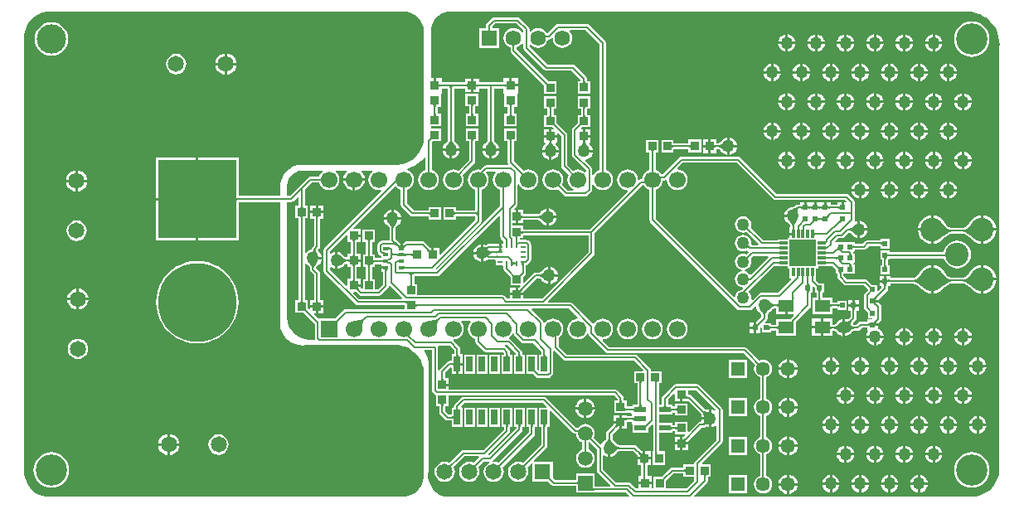
<source format=gtl>
G04*
G04 #@! TF.GenerationSoftware,Altium Limited,Altium Designer,19.1.9 (167)*
G04*
G04 Layer_Physical_Order=1*
G04 Layer_Color=255*
%FSLAX25Y25*%
%MOIN*%
G70*
G01*
G75*
%ADD16R,0.03740X0.03740*%
%ADD17R,0.03740X0.03543*%
%ADD18R,0.03347X0.03347*%
%ADD19R,0.03543X0.03740*%
%ADD20R,0.03347X0.03347*%
%ADD21R,0.04724X0.02362*%
%ADD22R,0.02559X0.06004*%
%ADD23R,0.00984X0.01870*%
%ADD24R,0.01870X0.00984*%
%ADD25R,0.01968X0.01378*%
%ADD26R,0.02165X0.02165*%
%ADD27R,0.02165X0.02165*%
%ADD28R,0.02362X0.01968*%
%ADD29R,0.06299X0.04921*%
%ADD30R,0.10630X0.10630*%
%ADD31R,0.01181X0.03347*%
%ADD32R,0.03347X0.01181*%
%ADD66C,0.00800*%
%ADD67C,0.05701*%
%ADD68R,0.05701X0.05701*%
%ADD69C,0.05906*%
%ADD70R,0.05906X0.05906*%
%ADD71C,0.31496*%
%ADD72R,0.31496X0.31496*%
%ADD73C,0.09449*%
%ADD74R,0.06693X0.06693*%
%ADD75C,0.06693*%
%ADD76R,0.06496X0.06496*%
%ADD77C,0.06496*%
%ADD78C,0.06260*%
%ADD79R,0.06260X0.06260*%
%ADD80C,0.05000*%
%ADD81C,0.12598*%
%ADD82C,0.11811*%
G36*
X154989Y195952D02*
X156510Y195511D01*
X157915Y194782D01*
X159151Y193794D01*
X160171Y192582D01*
X160934Y191196D01*
X161413Y189687D01*
X161500Y188900D01*
X161500Y188900D01*
X161500D01*
X161500Y188900D01*
X161500Y144500D01*
X161418Y143763D01*
X161063Y142322D01*
X160523Y140940D01*
X159807Y139640D01*
X158928Y138445D01*
X157900Y137374D01*
X156742Y136448D01*
X155472Y135680D01*
X154113Y135084D01*
X152688Y134671D01*
X151221Y134448D01*
X149737Y134418D01*
X149000Y134500D01*
X149000Y134500D01*
X149000Y134500D01*
X111500Y134500D01*
X110648Y134335D01*
X109014Y133760D01*
X107523Y132878D01*
X106233Y131721D01*
X105193Y130335D01*
X104444Y128772D01*
X104014Y127094D01*
X103920Y125364D01*
X104000Y124500D01*
X104000Y124500D01*
X104000Y124500D01*
Y121974D01*
X87248D01*
Y137498D01*
X71000D01*
Y120750D01*
Y104002D01*
X87248D01*
Y119527D01*
X104000D01*
X104000Y69000D01*
X104188Y68174D01*
X104801Y66597D01*
X105711Y65170D01*
X106881Y63948D01*
X108267Y62978D01*
X109816Y62297D01*
X111468Y61931D01*
X113160Y61894D01*
X114000Y62000D01*
X151500Y62000D01*
X152254Y61902D01*
X153723Y61510D01*
X155128Y60930D01*
X156445Y60171D01*
X157653Y59247D01*
X158729Y58174D01*
X159656Y56969D01*
X160417Y55653D01*
X161001Y54249D01*
X161396Y52781D01*
X161596Y51274D01*
X161598Y49754D01*
X161500Y49000D01*
X161500Y49000D01*
X161500Y49000D01*
X161500Y9515D01*
X161503Y8677D01*
X161182Y7033D01*
X160545Y5484D01*
X159618Y4089D01*
X158435Y2902D01*
X157044Y1970D01*
X155497Y1327D01*
X153854Y1000D01*
X153017Y1000D01*
X11000Y1000D01*
X10015Y1000D01*
X8083Y1384D01*
X6263Y2138D01*
X4625Y3232D01*
X3232Y4625D01*
X2138Y6263D01*
X1384Y8083D01*
X1000Y10015D01*
X1000Y11000D01*
Y186000D01*
Y186985D01*
X1384Y188917D01*
X2138Y190737D01*
X3232Y192375D01*
X4625Y193767D01*
X6263Y194862D01*
X8083Y195615D01*
X10015Y196000D01*
X11000Y196000D01*
X11000Y196000D01*
X152625Y196000D01*
X153412Y196087D01*
X154989Y195952D01*
D02*
G37*
G36*
X179154Y165605D02*
X179146Y165682D01*
X179121Y165750D01*
X179081Y165810D01*
X179024Y165861D01*
X178951Y165905D01*
X178862Y165942D01*
X178756Y165970D01*
X178634Y165989D01*
X178496Y166001D01*
X178342Y166006D01*
Y166806D01*
X178496Y166809D01*
X178634Y166822D01*
X178756Y166841D01*
X178862Y166869D01*
X178951Y166905D01*
X179024Y166949D01*
X179081Y167001D01*
X179121Y167061D01*
X179146Y167130D01*
X179154Y167206D01*
Y165605D01*
D02*
G37*
G36*
X167854Y167130D02*
X167879Y167061D01*
X167919Y167001D01*
X167976Y166949D01*
X168049Y166905D01*
X168138Y166869D01*
X168244Y166841D01*
X168366Y166822D01*
X168504Y166809D01*
X168658Y166806D01*
Y166006D01*
X168504Y166001D01*
X168366Y165989D01*
X168244Y165970D01*
X168138Y165942D01*
X168049Y165905D01*
X167976Y165861D01*
X167919Y165810D01*
X167879Y165750D01*
X167854Y165682D01*
X167846Y165605D01*
Y167206D01*
X167854Y167130D01*
D02*
G37*
G36*
X173700Y166006D02*
X173548Y165998D01*
X173412Y165973D01*
X173292Y165934D01*
X173188Y165877D01*
X173100Y165805D01*
X173028Y165717D01*
X172972Y165613D01*
X172932Y165494D01*
X172908Y165357D01*
X172900Y165206D01*
X172100D01*
X172092Y165357D01*
X172068Y165494D01*
X172028Y165613D01*
X171972Y165717D01*
X171900Y165805D01*
X171812Y165877D01*
X171708Y165934D01*
X171588Y165973D01*
X171452Y165998D01*
X171300Y166006D01*
X172500Y166806D01*
X173700Y166006D01*
D02*
G37*
G36*
X381000Y196000D02*
X381000Y196000D01*
X381000Y196000D01*
X381852Y195934D01*
X383524Y195582D01*
X385137Y195014D01*
X386661Y194241D01*
X388071Y193275D01*
X389343Y192134D01*
X390456Y190836D01*
X391389Y189405D01*
X392128Y187863D01*
X392659Y186239D01*
X392973Y184559D01*
X393066Y182852D01*
X393000Y182000D01*
X393000Y12000D01*
X393000Y12000D01*
X392967Y11246D01*
X392705Y9760D01*
X392252Y8321D01*
X391615Y6953D01*
X390804Y5681D01*
X389834Y4524D01*
X388722Y3505D01*
X387486Y2639D01*
X386148Y1942D01*
X384730Y1426D01*
X383257Y1099D01*
X381754Y967D01*
X381000Y1000D01*
X270360D01*
X270169Y1462D01*
X275405Y6698D01*
X275670Y7095D01*
X275763Y7563D01*
Y9038D01*
X277013D01*
Y13985D01*
X273589D01*
X273398Y14447D01*
X281354Y22402D01*
X281619Y22799D01*
X281712Y23268D01*
Y36011D01*
X281619Y36480D01*
X281354Y36877D01*
X272303Y45927D01*
X271906Y46192D01*
X271438Y46286D01*
X262972D01*
X262504Y46192D01*
X262107Y45927D01*
X257620Y41440D01*
X257354Y41043D01*
X257261Y40575D01*
Y38067D01*
X256146D01*
Y46613D01*
X257167D01*
Y51560D01*
X252865D01*
Y51858D01*
X252772Y52326D01*
X252507Y52723D01*
X247365Y57865D01*
X246968Y58130D01*
X246500Y58223D01*
X219007D01*
X215700Y61531D01*
Y64961D01*
X216457Y65543D01*
X217122Y66409D01*
X217540Y67418D01*
X217682Y68500D01*
X217540Y69582D01*
X217122Y70591D01*
X216457Y71457D01*
X215591Y72122D01*
X214582Y72540D01*
X213500Y72682D01*
X212418Y72540D01*
X211409Y72122D01*
X210543Y71457D01*
X210212Y71027D01*
X210139Y71023D01*
X209690Y71168D01*
X209630Y71468D01*
X209365Y71865D01*
X204940Y76290D01*
X205132Y76752D01*
X210205D01*
X210328Y76776D01*
X219923D01*
X223553Y73146D01*
X223332Y72660D01*
X222418Y72540D01*
X221409Y72122D01*
X220543Y71457D01*
X219878Y70591D01*
X219460Y69582D01*
X219318Y68500D01*
X219460Y67418D01*
X219878Y66409D01*
X220543Y65543D01*
X221409Y64878D01*
X222418Y64460D01*
X223500Y64318D01*
X224582Y64460D01*
X225591Y64878D01*
X226457Y65543D01*
X227122Y66409D01*
X227208Y66616D01*
X227692Y66613D01*
X227736Y66585D01*
X227823Y66149D01*
X228088Y65752D01*
X234678Y59162D01*
X235075Y58897D01*
X235543Y58804D01*
X289966D01*
X294699Y54070D01*
X294444Y53453D01*
X294318Y52500D01*
X294444Y51547D01*
X294811Y50659D01*
X295396Y49896D01*
X296159Y49311D01*
X296777Y49056D01*
Y40444D01*
X296159Y40189D01*
X295396Y39603D01*
X294811Y38841D01*
X294444Y37953D01*
X294318Y37000D01*
X294444Y36047D01*
X294811Y35159D01*
X295396Y34396D01*
X296159Y33811D01*
X296777Y33556D01*
Y24944D01*
X296159Y24689D01*
X295396Y24103D01*
X294811Y23341D01*
X294444Y22453D01*
X294318Y21500D01*
X294444Y20547D01*
X294811Y19659D01*
X295396Y18896D01*
X296159Y18311D01*
X296777Y18056D01*
Y9444D01*
X296159Y9189D01*
X295396Y8603D01*
X294811Y7841D01*
X294444Y6953D01*
X294318Y6000D01*
X294444Y5047D01*
X294811Y4159D01*
X295396Y3396D01*
X296159Y2811D01*
X297047Y2444D01*
X298000Y2318D01*
X298953Y2444D01*
X299841Y2811D01*
X300604Y3396D01*
X301189Y4159D01*
X301556Y5047D01*
X301682Y6000D01*
X301556Y6953D01*
X301189Y7841D01*
X300604Y8603D01*
X299841Y9189D01*
X299223Y9444D01*
Y18056D01*
X299841Y18311D01*
X300604Y18896D01*
X301189Y19659D01*
X301556Y20547D01*
X301682Y21500D01*
X301556Y22453D01*
X301189Y23341D01*
X300604Y24103D01*
X299841Y24689D01*
X299223Y24944D01*
Y33556D01*
X299841Y33811D01*
X300604Y34396D01*
X301189Y35159D01*
X301556Y36047D01*
X301682Y37000D01*
X301556Y37953D01*
X301189Y38841D01*
X300604Y39603D01*
X299841Y40189D01*
X299223Y40444D01*
Y49056D01*
X299841Y49311D01*
X300604Y49896D01*
X301189Y50659D01*
X301556Y51547D01*
X301682Y52500D01*
X301556Y53453D01*
X301189Y54341D01*
X300604Y55103D01*
X299841Y55689D01*
X298953Y56056D01*
X298000Y56182D01*
X297047Y56056D01*
X296430Y55801D01*
X291338Y60892D01*
X290941Y61158D01*
X290473Y61251D01*
X236050D01*
X233447Y63854D01*
X233668Y64340D01*
X234582Y64460D01*
X235591Y64878D01*
X236457Y65543D01*
X237122Y66409D01*
X237540Y67418D01*
X237682Y68500D01*
X237540Y69582D01*
X237122Y70591D01*
X236457Y71457D01*
X235591Y72122D01*
X234582Y72540D01*
X233500Y72682D01*
X232418Y72540D01*
X231409Y72122D01*
X230543Y71457D01*
X230051Y70816D01*
X229436Y70724D01*
X221295Y78865D01*
X220898Y79130D01*
X220430Y79224D01*
X211574D01*
X211383Y79685D01*
X229795Y98098D01*
X230060Y98495D01*
X230153Y98963D01*
Y106993D01*
X249460Y126300D01*
X249961D01*
X250543Y125543D01*
X251409Y124878D01*
X252276Y124519D01*
Y112267D01*
X252370Y111799D01*
X252635Y111402D01*
X287602Y76435D01*
X287999Y76170D01*
X288467Y76077D01*
X292567D01*
X293036Y76170D01*
X293433Y76435D01*
X294573Y77576D01*
X295047Y77415D01*
X295090Y77086D01*
X295443Y76235D01*
X296004Y75504D01*
X296735Y74943D01*
X296843Y74898D01*
X296949Y74758D01*
X297068Y74579D01*
X297158Y74420D01*
X297221Y74284D01*
X297259Y74173D01*
X297276Y74095D01*
Y73307D01*
X295200Y71230D01*
Y70148D01*
X295310Y70226D01*
X295452Y70340D01*
X295771Y70636D01*
X296336Y70071D01*
X296177Y69906D01*
X295925Y69610D01*
X295834Y69480D01*
X295765Y69361D01*
X295718Y69253D01*
X295694Y69157D01*
X295693Y69073D01*
X295715Y69000D01*
X295759Y68939D01*
X295200Y69498D01*
Y69000D01*
Y66917D01*
X296783D01*
Y69055D01*
X296917Y69151D01*
X297417Y68893D01*
Y67117D01*
X301183D01*
Y67777D01*
X303267D01*
Y65909D01*
X311166D01*
Y71112D01*
X311190Y71230D01*
Y71412D01*
X316865Y77088D01*
X317130Y77485D01*
X317224Y77953D01*
Y83117D01*
X317883D01*
Y85334D01*
X318345Y85525D01*
X318717Y85152D01*
Y83117D01*
X319376D01*
Y81091D01*
X317834D01*
Y74570D01*
X325733D01*
Y76776D01*
X327817D01*
Y76117D01*
X331583D01*
Y79883D01*
X327817D01*
Y79224D01*
X325733D01*
Y81091D01*
X321824D01*
Y83117D01*
X322483D01*
Y86883D01*
X320448D01*
X319161Y88170D01*
Y88850D01*
X319328D01*
Y92885D01*
X320115D01*
Y93672D01*
X324150D01*
Y93840D01*
X325796D01*
X327082Y92554D01*
Y90716D01*
X327839D01*
Y89437D01*
X327933Y88969D01*
X328198Y88572D01*
X330384Y86386D01*
X330781Y86120D01*
X331249Y86027D01*
X338543D01*
X340117Y84452D01*
Y84148D01*
X338852Y82882D01*
X338587Y82486D01*
X338494Y82017D01*
Y77083D01*
X338587Y76614D01*
X338852Y76218D01*
X340117Y74952D01*
Y72917D01*
X341893D01*
X342151Y72417D01*
X342055Y72283D01*
X339917D01*
Y71424D01*
X337200D01*
X336732Y71330D01*
X336335Y71065D01*
X335493Y70223D01*
X334405D01*
X334372Y70231D01*
X334268Y70307D01*
X334152Y70512D01*
X334089Y70740D01*
X334108Y70868D01*
X334126Y70896D01*
X335165Y71935D01*
X335430Y72332D01*
X335524Y72800D01*
Y75917D01*
X336383D01*
Y77500D01*
X334300D01*
X332217D01*
Y75917D01*
X333077D01*
Y73307D01*
X332396Y72627D01*
X332329Y72583D01*
X332223Y72532D01*
X332082Y72480D01*
X331906Y72432D01*
X331696Y72390D01*
X331521Y72365D01*
X331414Y72410D01*
X331000Y72464D01*
Y71509D01*
X331544Y71545D01*
X331832Y71585D01*
X332095Y71638D01*
X332332Y71703D01*
X332543Y71780D01*
X332729Y71870D01*
X332889Y71973D01*
X333023Y72088D01*
X333589Y71523D01*
X333473Y71389D01*
X333370Y71228D01*
X333280Y71043D01*
X333203Y70832D01*
X333138Y70595D01*
X333085Y70332D01*
X333047Y70055D01*
X333270Y69886D01*
X333493Y69737D01*
X333706Y69616D01*
X333910Y69521D01*
X334106Y69454D01*
X334291Y69414D01*
X334468Y69400D01*
Y68600D01*
X334291Y68586D01*
X334106Y68546D01*
X333910Y68479D01*
X333706Y68384D01*
X333493Y68262D01*
X333270Y68114D01*
X333038Y67939D01*
X332545Y67506D01*
X332285Y67250D01*
Y69740D01*
X331000Y71025D01*
Y69000D01*
Y65536D01*
X331414Y65590D01*
X332265Y65943D01*
X332996Y66504D01*
X333557Y67235D01*
X333602Y67343D01*
X333742Y67449D01*
X333921Y67568D01*
X334080Y67658D01*
X334216Y67721D01*
X334327Y67759D01*
X334405Y67777D01*
X336000D01*
X336468Y67870D01*
X336865Y68135D01*
X337707Y68976D01*
X339917D01*
Y68117D01*
X339991D01*
X340238Y67617D01*
X339856Y67119D01*
X339503Y66268D01*
X339449Y65854D01*
X346378D01*
X346323Y66268D01*
X345971Y67119D01*
X345409Y67851D01*
X344678Y68411D01*
X344083Y68658D01*
Y69700D01*
X342000D01*
Y70700D01*
X342510D01*
X341939Y71271D01*
X342002Y71225D01*
X342075Y71203D01*
X342160D01*
X342256Y71225D01*
X342364Y71271D01*
X342482Y71338D01*
X342613Y71429D01*
X342754Y71542D01*
X343071Y71836D01*
X343636Y71271D01*
X343478Y71107D01*
X343229Y70812D01*
X343151Y70700D01*
X344230D01*
X345148Y71618D01*
X345413Y72014D01*
X345506Y72483D01*
Y77417D01*
X345413Y77886D01*
X345148Y78282D01*
X344230Y79200D01*
X343151D01*
X343229Y79088D01*
X343342Y78946D01*
X343636Y78629D01*
X343071Y78064D01*
X342907Y78222D01*
X342613Y78471D01*
X342482Y78562D01*
X342364Y78629D01*
X342256Y78675D01*
X342160Y78697D01*
X342075D01*
X342002Y78675D01*
X341939Y78629D01*
X342510Y79200D01*
X342000D01*
Y80200D01*
X342510D01*
X341939Y80771D01*
X342002Y80725D01*
X342075Y80703D01*
X342160D01*
X342256Y80725D01*
X342364Y80771D01*
X342482Y80839D01*
X342613Y80929D01*
X342754Y81042D01*
X343071Y81336D01*
X343636Y80771D01*
X343478Y80607D01*
X343229Y80313D01*
X343151Y80200D01*
X344230D01*
X347865Y83835D01*
X348130Y84232D01*
X348223Y84700D01*
Y85617D01*
X349083D01*
Y86626D01*
X358566D01*
X358628Y86619D01*
X358811Y86568D01*
X359075Y86461D01*
X359408Y86295D01*
X359784Y86081D01*
X361510Y84872D01*
X361916Y84342D01*
X363111Y83425D01*
X364504Y82848D01*
X365498Y82717D01*
Y88425D01*
Y94133D01*
X364504Y94002D01*
X363111Y93426D01*
X361916Y92508D01*
X360998Y91312D01*
X360798Y90830D01*
X360334Y90306D01*
X359967Y89948D01*
X359621Y89649D01*
X359305Y89416D01*
X359024Y89248D01*
X358785Y89139D01*
X358592Y89085D01*
X358480Y89073D01*
X349083D01*
Y89782D01*
X347500D01*
Y87699D01*
X347000D01*
Y87199D01*
X344917D01*
Y85617D01*
X345559D01*
X345686Y85117D01*
X344345Y83775D01*
X343883Y83966D01*
Y86183D01*
X341848D01*
X339914Y88116D01*
X339517Y88381D01*
X339049Y88474D01*
X331756D01*
X330287Y89944D01*
Y90716D01*
X334981D01*
Y94284D01*
X334365D01*
X334227Y94784D01*
X334521Y95216D01*
X334950D01*
Y98784D01*
X334192D01*
Y99316D01*
X334189Y99329D01*
X334507Y99716D01*
X334950D01*
Y100277D01*
X338500D01*
X338968Y100370D01*
X339365Y100635D01*
X340507Y101777D01*
X345117D01*
Y100917D01*
X348883D01*
Y104682D01*
X345117D01*
Y104224D01*
X340000D01*
X339532Y104130D01*
X339135Y103865D01*
X337993Y102724D01*
X334950D01*
Y103284D01*
X327160D01*
X326883Y103715D01*
X328092Y104924D01*
X329572D01*
X330041Y105017D01*
X330437Y105282D01*
X332432Y107276D01*
X332595D01*
X332673Y107259D01*
X332784Y107221D01*
X332920Y107158D01*
X333079Y107068D01*
X333258Y106949D01*
X333398Y106843D01*
X333443Y106735D01*
X334004Y106004D01*
X334735Y105443D01*
X335586Y105090D01*
X336000Y105036D01*
Y108500D01*
Y111964D01*
X335586Y111910D01*
X335070Y111696D01*
X334671Y112072D01*
X334723Y112338D01*
Y115000D01*
Y119500D01*
X334630Y119968D01*
X334365Y120365D01*
X332365Y122365D01*
X331968Y122630D01*
X331500Y122723D01*
X303507D01*
X288865Y137365D01*
X288468Y137630D01*
X288000Y137724D01*
X265070D01*
X264602Y137630D01*
X264205Y137365D01*
X257540Y130700D01*
X257039D01*
X256457Y131457D01*
X255591Y132122D01*
X254724Y132481D01*
Y139527D01*
X255922D01*
Y144473D01*
X250976D01*
Y139527D01*
X252276D01*
Y132481D01*
X251409Y132122D01*
X250543Y131457D01*
X249878Y130591D01*
X249460Y129582D01*
X249350Y128747D01*
X248954D01*
X248485Y128654D01*
X248175Y128447D01*
X248034Y128462D01*
X247904Y128509D01*
X247660Y128668D01*
X247540Y129582D01*
X247122Y130591D01*
X246457Y131457D01*
X245591Y132122D01*
X244582Y132540D01*
X243500Y132682D01*
X242418Y132540D01*
X241409Y132122D01*
X240543Y131457D01*
X239878Y130591D01*
X239460Y129582D01*
X239318Y128500D01*
X239460Y127418D01*
X239878Y126409D01*
X240543Y125543D01*
X241409Y124878D01*
X242418Y124460D01*
X243332Y124340D01*
X243553Y123854D01*
X228242Y108542D01*
X201473D01*
Y109973D01*
X197350D01*
Y110929D01*
X198500D01*
Y113602D01*
Y116276D01*
X197980D01*
X197773Y116776D01*
X198912Y117914D01*
X199177Y118311D01*
X199270Y118779D01*
Y126570D01*
X199770Y126670D01*
X199878Y126409D01*
X200543Y125543D01*
X201409Y124878D01*
X202418Y124460D01*
X203500Y124318D01*
X204582Y124460D01*
X205591Y124878D01*
X206457Y125543D01*
X207122Y126409D01*
X207540Y127418D01*
X207682Y128500D01*
X207540Y129582D01*
X207122Y130591D01*
X206457Y131457D01*
X205591Y132122D01*
X204582Y132540D01*
X203500Y132682D01*
X202418Y132540D01*
X201550Y132180D01*
X197723Y136007D01*
Y143976D01*
X198973D01*
Y148922D01*
X194027D01*
Y143976D01*
X195276D01*
Y135500D01*
X195370Y135032D01*
X195562Y134744D01*
X195444Y134431D01*
X195293Y134270D01*
X186547D01*
X186078Y134177D01*
X185681Y133912D01*
X184341Y132571D01*
X183500Y132682D01*
X182418Y132540D01*
X181409Y132122D01*
X180543Y131457D01*
X179878Y130591D01*
X179460Y129582D01*
X179318Y128500D01*
X179460Y127418D01*
X179878Y126409D01*
X180543Y125543D01*
X181409Y124878D01*
X182276Y124519D01*
Y116224D01*
X174473D01*
Y117473D01*
X169527D01*
Y112527D01*
X174473D01*
Y113777D01*
X182276D01*
Y112361D01*
X168237Y98322D01*
X167776Y98513D01*
Y101173D01*
X165602D01*
Y98500D01*
X164602D01*
Y101173D01*
X164159D01*
X161968Y103365D01*
X161571Y103630D01*
X161102Y103724D01*
X154606D01*
X154138Y103630D01*
X153741Y103365D01*
X153150Y102774D01*
Y101662D01*
X153161Y101670D01*
X153303Y101785D01*
X153622Y102081D01*
X154188Y101515D01*
X154028Y101350D01*
X153777Y101055D01*
X153685Y100924D01*
X153616Y100805D01*
X153569Y100698D01*
X153546Y100602D01*
X153544Y100518D01*
X153566Y100445D01*
X153610Y100384D01*
X153150Y100844D01*
Y100839D01*
X152150D01*
Y100844D01*
X151689Y100384D01*
X151733Y100445D01*
X151755Y100518D01*
X151754Y100602D01*
X151730Y100698D01*
X151683Y100805D01*
X151614Y100924D01*
X151523Y101055D01*
X151408Y101197D01*
X151112Y101515D01*
X151677Y102081D01*
X151842Y101922D01*
X152138Y101670D01*
X152150Y101662D01*
Y102774D01*
X150224Y104700D01*
Y109095D01*
X150241Y109173D01*
X150279Y109284D01*
X150342Y109420D01*
X150432Y109579D01*
X150551Y109758D01*
X150657Y109898D01*
X150765Y109943D01*
X151496Y110504D01*
X152057Y111235D01*
X152410Y112086D01*
X152464Y112500D01*
X145536D01*
X145590Y112086D01*
X145943Y111235D01*
X146504Y110504D01*
X147235Y109943D01*
X147343Y109898D01*
X147449Y109758D01*
X147568Y109579D01*
X147658Y109420D01*
X147721Y109284D01*
X147759Y109173D01*
X147776Y109095D01*
Y104193D01*
X147578Y103951D01*
X144728D01*
X144259Y103858D01*
X143862Y103593D01*
X143301Y103031D01*
X143036Y102634D01*
X142943Y102166D01*
Y99652D01*
X143036Y99184D01*
X143301Y98787D01*
X144004Y98084D01*
X144366Y97842D01*
Y96944D01*
X142024D01*
Y98473D01*
X140775D01*
Y103527D01*
X141973D01*
Y108473D01*
X137027D01*
Y103527D01*
X138328D01*
Y98473D01*
X137078D01*
Y93527D01*
X138328D01*
Y88473D01*
X137078D01*
Y84808D01*
X136578Y84601D01*
X136122Y85057D01*
Y85500D01*
X133449D01*
Y86500D01*
X136122D01*
Y88673D01*
X134672D01*
Y93327D01*
X136122D01*
Y95500D01*
X133449D01*
Y96500D01*
X136122D01*
Y98673D01*
X134672D01*
Y103327D01*
X136071D01*
Y105500D01*
X133398D01*
Y106500D01*
X136071D01*
Y108673D01*
X133411D01*
X133220Y109135D01*
X149877Y125793D01*
X150376Y125760D01*
X150543Y125543D01*
X151409Y124878D01*
X152277Y124519D01*
Y118500D01*
X152370Y118032D01*
X152635Y117635D01*
X156135Y114135D01*
X156532Y113870D01*
X157000Y113777D01*
X163424D01*
Y112527D01*
X168371D01*
Y117473D01*
X163424D01*
Y116224D01*
X157507D01*
X154724Y119007D01*
Y124519D01*
X155591Y124878D01*
X156457Y125543D01*
X157122Y126409D01*
X157540Y127418D01*
X157682Y128500D01*
X157540Y129582D01*
X157122Y130591D01*
X156457Y131457D01*
X155591Y132122D01*
X155010Y132362D01*
X155027Y132897D01*
X156116Y133268D01*
X157717Y134060D01*
X159201Y135054D01*
X160542Y136233D01*
X161718Y137578D01*
X161798Y137698D01*
X162276Y137553D01*
Y132481D01*
X161409Y132122D01*
X160543Y131457D01*
X159878Y130591D01*
X159460Y129582D01*
X159318Y128500D01*
X159460Y127418D01*
X159878Y126409D01*
X160543Y125543D01*
X161409Y124878D01*
X162418Y124460D01*
X163500Y124318D01*
X164582Y124460D01*
X165591Y124878D01*
X166457Y125543D01*
X167122Y126409D01*
X167540Y127418D01*
X167682Y128500D01*
X167540Y129582D01*
X167122Y130591D01*
X166457Y131457D01*
X165591Y132122D01*
X164724Y132481D01*
Y143442D01*
X165257Y143976D01*
X168473D01*
Y148922D01*
X164500D01*
Y150078D01*
X168473D01*
Y155024D01*
X167224D01*
Y157830D01*
X168670D01*
Y163170D01*
X168870Y163535D01*
X168870D01*
Y165182D01*
X171276D01*
Y144405D01*
X171259Y144327D01*
X171221Y144216D01*
X171158Y144080D01*
X171068Y143921D01*
X170949Y143742D01*
X170843Y143602D01*
X170735Y143557D01*
X170004Y142996D01*
X169443Y142265D01*
X169090Y141414D01*
X169036Y141000D01*
X175964D01*
X175910Y141414D01*
X175557Y142265D01*
X174996Y142996D01*
X174265Y143557D01*
X174157Y143602D01*
X174051Y143742D01*
X173932Y143921D01*
X173842Y144080D01*
X173779Y144216D01*
X173741Y144327D01*
X173723Y144405D01*
Y165182D01*
X178130D01*
Y163634D01*
X180500D01*
Y166405D01*
Y169177D01*
X178130D01*
Y167629D01*
X168870D01*
Y169276D01*
X166500D01*
Y166405D01*
X165500D01*
Y169276D01*
X164500D01*
X164500Y186529D01*
X164500Y187000D01*
X164500Y187000D01*
X164500Y187000D01*
X164500Y187000D01*
X164377Y187763D01*
X164433Y189309D01*
X164790Y190813D01*
X165433Y192219D01*
X166339Y193473D01*
X167471Y194526D01*
X168787Y195338D01*
X170237Y195877D01*
X171000Y196000D01*
X381000Y196000D01*
D02*
G37*
G36*
X166724Y158646D02*
X166656Y158621D01*
X166596Y158581D01*
X166544Y158524D01*
X166500Y158451D01*
X166464Y158362D01*
X166436Y158256D01*
X166416Y158134D01*
X166404Y157996D01*
X166400Y157842D01*
X165600D01*
X165596Y157996D01*
X165584Y158134D01*
X165564Y158256D01*
X165536Y158362D01*
X165500Y158451D01*
X165456Y158524D01*
X165404Y158581D01*
X165344Y158621D01*
X165276Y158646D01*
X165200Y158654D01*
X166800D01*
X166724Y158646D01*
D02*
G37*
G36*
X166404Y154858D02*
X166416Y154720D01*
X166436Y154598D01*
X166464Y154493D01*
X166500Y154403D01*
X166544Y154330D01*
X166596Y154273D01*
X166656Y154233D01*
X166724Y154209D01*
X166800Y154200D01*
X165200D01*
X165276Y154209D01*
X165344Y154233D01*
X165404Y154273D01*
X165456Y154330D01*
X165500Y154403D01*
X165536Y154493D01*
X165564Y154598D01*
X165584Y154720D01*
X165596Y154858D01*
X165600Y155012D01*
X166400D01*
X166404Y154858D01*
D02*
G37*
G36*
X197224Y144791D02*
X197156Y144767D01*
X197096Y144727D01*
X197044Y144670D01*
X197000Y144597D01*
X196964Y144507D01*
X196936Y144402D01*
X196916Y144280D01*
X196904Y144142D01*
X196900Y143988D01*
X196100D01*
X196096Y144142D01*
X196084Y144280D01*
X196064Y144402D01*
X196036Y144507D01*
X196000Y144597D01*
X195956Y144670D01*
X195904Y144727D01*
X195844Y144767D01*
X195776Y144791D01*
X195700Y144800D01*
X197300D01*
X197224Y144791D01*
D02*
G37*
G36*
X172914Y144291D02*
X172954Y144106D01*
X173021Y143911D01*
X173116Y143706D01*
X173238Y143493D01*
X173386Y143270D01*
X173562Y143038D01*
X173994Y142545D01*
X174250Y142285D01*
X170750D01*
X171007Y142545D01*
X171439Y143038D01*
X171614Y143270D01*
X171763Y143493D01*
X171884Y143706D01*
X171978Y143911D01*
X172046Y144106D01*
X172087Y144291D01*
X172100Y144468D01*
X172900D01*
X172914Y144291D01*
D02*
G37*
G36*
X254224Y140331D02*
X254156Y140307D01*
X254096Y140267D01*
X254044Y140211D01*
X254000Y140139D01*
X253964Y140051D01*
X253936Y139947D01*
X253916Y139827D01*
X253904Y139691D01*
X253900Y139539D01*
X253100D01*
X253096Y139691D01*
X253084Y139827D01*
X253064Y139947D01*
X253036Y140051D01*
X253000Y140139D01*
X252956Y140211D01*
X252904Y140267D01*
X252844Y140307D01*
X252776Y140331D01*
X252700Y140339D01*
X254300D01*
X254224Y140331D01*
D02*
G37*
G36*
X140924Y131750D02*
X140543Y131457D01*
X139878Y130591D01*
X139460Y129582D01*
X139318Y128500D01*
X139460Y127418D01*
X139878Y126409D01*
X140543Y125543D01*
X141409Y124878D01*
X142418Y124460D01*
X143500Y124318D01*
X144346Y124429D01*
X144579Y123956D01*
X121635Y101011D01*
X121370Y100614D01*
X121276Y100146D01*
Y91905D01*
X121370Y91437D01*
X121635Y91040D01*
X134267Y78408D01*
X134664Y78143D01*
X135132Y78050D01*
X154027D01*
Y76350D01*
X130127D01*
X129658Y76257D01*
X129262Y75992D01*
X125916Y72646D01*
X119354D01*
X119354Y72646D01*
Y72646D01*
X118915Y72815D01*
X117366Y74365D01*
X117557Y74827D01*
X118102D01*
Y77000D01*
X115929D01*
Y76455D01*
X115467Y76263D01*
X114973Y76757D01*
Y79973D01*
X113724D01*
Y94699D01*
X114224Y94869D01*
X114504Y94504D01*
X115235Y93943D01*
X115343Y93898D01*
X115449Y93758D01*
X115568Y93579D01*
X115658Y93420D01*
X115721Y93284D01*
X115759Y93173D01*
X115777Y93095D01*
Y92500D01*
X115870Y92032D01*
X116135Y91635D01*
X117379Y90391D01*
Y80173D01*
X115929D01*
Y78000D01*
X118602D01*
X121276D01*
Y80173D01*
X119826D01*
Y90898D01*
X119733Y91366D01*
X119467Y91763D01*
X118224Y93007D01*
Y93095D01*
X118241Y93173D01*
X118279Y93284D01*
X118342Y93420D01*
X118432Y93579D01*
X118551Y93758D01*
X118657Y93898D01*
X118765Y93943D01*
X119496Y94504D01*
X120057Y95235D01*
X120410Y96086D01*
X120464Y96500D01*
X117000D01*
Y97500D01*
X120464D01*
X120410Y97914D01*
X120057Y98765D01*
X119496Y99496D01*
X119193Y99729D01*
X119164Y99786D01*
X119083Y99966D01*
X119020Y100136D01*
X118984Y100254D01*
X119467Y100737D01*
X119733Y101134D01*
X119826Y101602D01*
Y112827D01*
X121276D01*
Y115000D01*
X118602D01*
X115929D01*
Y112827D01*
X117379D01*
Y102109D01*
X116835Y101565D01*
X116570Y101168D01*
X116491Y100773D01*
X116486Y100755D01*
X116486Y100745D01*
X116477Y100700D01*
Y100629D01*
X116467Y100587D01*
X116451Y100542D01*
X116425Y100496D01*
X116389Y100450D01*
X116086Y100410D01*
X115235Y100057D01*
X114504Y99496D01*
X114224Y99131D01*
X113724Y99301D01*
Y113027D01*
X114973D01*
Y117973D01*
X113724D01*
Y124493D01*
X116507Y127277D01*
X119519D01*
X119878Y126409D01*
X120543Y125543D01*
X121409Y124878D01*
X122418Y124460D01*
X123500Y124318D01*
X124582Y124460D01*
X125591Y124878D01*
X126457Y125543D01*
X127122Y126409D01*
X127540Y127418D01*
X127682Y128500D01*
X127540Y129582D01*
X127122Y130591D01*
X126457Y131457D01*
X126076Y131750D01*
X126246Y132250D01*
X130470D01*
X130630Y131776D01*
X130400Y131600D01*
X129703Y130692D01*
X129265Y129635D01*
X129182Y129000D01*
X133500D01*
X137818D01*
X137735Y129635D01*
X137297Y130692D01*
X136600Y131600D01*
X136370Y131776D01*
X136530Y132250D01*
X140754D01*
X140924Y131750D01*
D02*
G37*
G36*
X302135Y120635D02*
X302532Y120370D01*
X303000Y120276D01*
X330993D01*
X331425Y119845D01*
X331234Y119383D01*
X330500D01*
Y117300D01*
X329500D01*
Y119383D01*
X327917D01*
Y118524D01*
X325083D01*
Y119383D01*
X323500D01*
Y117300D01*
X322500D01*
Y119383D01*
X319500D01*
Y117300D01*
X318500D01*
Y119383D01*
X315500D01*
Y117300D01*
X314500D01*
Y119383D01*
X312917D01*
Y118524D01*
X311800D01*
X311332Y118430D01*
X310935Y118165D01*
X310793Y118024D01*
X310714Y117962D01*
X310405Y117765D01*
X310247Y117680D01*
X309850Y117510D01*
X309086Y117410D01*
X308235Y117057D01*
X307504Y116496D01*
X306943Y115765D01*
X306590Y114914D01*
X306536Y114500D01*
X310000D01*
Y113500D01*
X306536D01*
X306590Y113086D01*
X306943Y112235D01*
X307504Y111504D01*
X308235Y110943D01*
X308372Y110886D01*
X308481Y110745D01*
X308600Y110569D01*
X308690Y110413D01*
X308753Y110278D01*
X308791Y110169D01*
X308808Y110090D01*
Y109350D01*
X308472D01*
Y107177D01*
X310063D01*
Y106177D01*
X308472D01*
Y105115D01*
X307885D01*
Y104328D01*
X303850D01*
Y104160D01*
X298070D01*
X293033Y109198D01*
X293215Y109639D01*
X293328Y110500D01*
X293215Y111362D01*
X292882Y112164D01*
X292354Y112854D01*
X291664Y113382D01*
X290862Y113715D01*
X290000Y113829D01*
X289139Y113715D01*
X288336Y113382D01*
X287646Y112854D01*
X287118Y112164D01*
X286785Y111362D01*
X286671Y110500D01*
X286785Y109639D01*
X287118Y108836D01*
X287646Y108146D01*
X288336Y107617D01*
X289139Y107285D01*
X290000Y107171D01*
X290862Y107285D01*
X291302Y107467D01*
X296116Y102654D01*
X295924Y102192D01*
X293709D01*
X293694Y102197D01*
X293586Y102253D01*
X293288Y102692D01*
X293328Y103000D01*
X293215Y103861D01*
X292882Y104664D01*
X292354Y105354D01*
X291664Y105883D01*
X290862Y106215D01*
X290000Y106328D01*
X289139Y106215D01*
X288336Y105883D01*
X287646Y105354D01*
X287118Y104664D01*
X286785Y103861D01*
X286671Y103000D01*
X286785Y102138D01*
X287118Y101336D01*
X287646Y100646D01*
X288336Y100117D01*
X289139Y99785D01*
X290000Y99672D01*
X290862Y99785D01*
X291573Y100080D01*
X291931Y99902D01*
X292024Y99827D01*
X292082Y99312D01*
X291302Y98532D01*
X290862Y98715D01*
X290000Y98829D01*
X289139Y98715D01*
X288336Y98383D01*
X287646Y97854D01*
X287118Y97164D01*
X286785Y96362D01*
X286671Y95500D01*
X286785Y94639D01*
X287118Y93836D01*
X287646Y93146D01*
X288336Y92617D01*
X289139Y92285D01*
X289387Y92252D01*
Y91748D01*
X289139Y91715D01*
X288336Y91383D01*
X287646Y90854D01*
X287118Y90164D01*
X286785Y89362D01*
X286671Y88500D01*
X286785Y87638D01*
X287118Y86836D01*
X287646Y86146D01*
X288336Y85617D01*
X289139Y85285D01*
X289765Y85202D01*
X289949Y84680D01*
X289537Y84268D01*
X289139Y84215D01*
X288336Y83883D01*
X287646Y83354D01*
X287118Y82664D01*
X286785Y81862D01*
X286734Y81471D01*
X286206Y81292D01*
X254724Y112774D01*
Y124519D01*
X255591Y124878D01*
X256457Y125543D01*
X257122Y126409D01*
X257540Y127418D01*
X257650Y128253D01*
X258047D01*
X258515Y128346D01*
X258825Y128553D01*
X258966Y128538D01*
X259096Y128491D01*
X259340Y128332D01*
X259460Y127418D01*
X259878Y126409D01*
X260543Y125543D01*
X261409Y124878D01*
X262418Y124460D01*
X263500Y124318D01*
X264582Y124460D01*
X265591Y124878D01*
X266457Y125543D01*
X267122Y126409D01*
X267540Y127418D01*
X267682Y128500D01*
X267540Y129582D01*
X267122Y130591D01*
X266457Y131457D01*
X265591Y132122D01*
X264582Y132540D01*
X263668Y132660D01*
X263447Y133146D01*
X265577Y135276D01*
X287493D01*
X302135Y120635D01*
D02*
G37*
G36*
X113250Y132250D02*
X120754D01*
X120924Y131750D01*
X120543Y131457D01*
X119878Y130591D01*
X119519Y129724D01*
X116000D01*
X115532Y129630D01*
X115135Y129365D01*
X111635Y125865D01*
X107743Y121974D01*
X106500D01*
Y125029D01*
X106500Y125500D01*
X106500Y125500D01*
X106500Y125500D01*
X106500Y125500D01*
X106500Y126165D01*
X106759Y127469D01*
X107268Y128697D01*
X108007Y129803D01*
X108947Y130743D01*
X110053Y131482D01*
X111281Y131991D01*
X112585Y132250D01*
X113250Y132250D01*
D02*
G37*
G36*
X86232Y121474D02*
X86256Y121406D01*
X86297Y121346D01*
X86354Y121294D01*
X86427Y121250D01*
X86516Y121214D01*
X86622Y121186D01*
X86744Y121166D01*
X86882Y121154D01*
X87036Y121150D01*
Y120350D01*
X86882Y120346D01*
X86744Y120334D01*
X86622Y120314D01*
X86516Y120286D01*
X86427Y120250D01*
X86354Y120206D01*
X86297Y120154D01*
X86256Y120094D01*
X86232Y120026D01*
X86224Y119950D01*
Y121550D01*
X86232Y121474D01*
D02*
G37*
G36*
X112904Y117809D02*
X112916Y117673D01*
X112936Y117553D01*
X112964Y117449D01*
X113000Y117361D01*
X113044Y117289D01*
X113096Y117233D01*
X113156Y117193D01*
X113224Y117169D01*
X113300Y117161D01*
X111700D01*
X111776Y117169D01*
X111844Y117193D01*
X111904Y117233D01*
X111956Y117289D01*
X112000Y117361D01*
X112036Y117449D01*
X112064Y117553D01*
X112084Y117673D01*
X112096Y117809D01*
X112100Y117961D01*
X112900D01*
X112904Y117809D01*
D02*
G37*
G36*
X328941Y116500D02*
X328933Y116576D01*
X328909Y116644D01*
X328868Y116704D01*
X328811Y116756D01*
X328738Y116800D01*
X328649Y116836D01*
X328543Y116864D01*
X328422Y116884D01*
X328284Y116896D01*
X328129Y116900D01*
Y117700D01*
X328284Y117704D01*
X328422Y117716D01*
X328543Y117736D01*
X328649Y117764D01*
X328738Y117800D01*
X328811Y117844D01*
X328868Y117896D01*
X328909Y117956D01*
X328933Y118024D01*
X328941Y118100D01*
Y116500D01*
D02*
G37*
G36*
X324067Y118024D02*
X324091Y117956D01*
X324132Y117896D01*
X324189Y117844D01*
X324262Y117800D01*
X324351Y117764D01*
X324457Y117736D01*
X324578Y117716D01*
X324716Y117704D01*
X324871Y117700D01*
Y116900D01*
X324716Y116896D01*
X324578Y116884D01*
X324457Y116864D01*
X324351Y116836D01*
X324262Y116800D01*
X324189Y116756D01*
X324132Y116704D01*
X324091Y116644D01*
X324067Y116576D01*
X324059Y116500D01*
Y118100D01*
X324067Y118024D01*
D02*
G37*
G36*
X321929Y116500D02*
X321921Y116576D01*
X321897Y116644D01*
X321857Y116704D01*
X321801Y116756D01*
X321729Y116800D01*
X321641Y116836D01*
X321537Y116864D01*
X321417Y116884D01*
X321281Y116896D01*
X321129Y116900D01*
Y117700D01*
X321281Y117704D01*
X321417Y117716D01*
X321537Y117736D01*
X321641Y117764D01*
X321729Y117800D01*
X321801Y117844D01*
X321857Y117896D01*
X321897Y117956D01*
X321921Y118024D01*
X321929Y118100D01*
Y116500D01*
D02*
G37*
G36*
X320067Y118024D02*
X320091Y117956D01*
X320132Y117896D01*
X320189Y117844D01*
X320262Y117800D01*
X320351Y117764D01*
X320457Y117736D01*
X320578Y117716D01*
X320716Y117704D01*
X320871Y117700D01*
Y116900D01*
X320716Y116896D01*
X320578Y116884D01*
X320457Y116864D01*
X320351Y116836D01*
X320262Y116800D01*
X320189Y116756D01*
X320132Y116704D01*
X320091Y116644D01*
X320067Y116576D01*
X320059Y116500D01*
Y118100D01*
X320067Y118024D01*
D02*
G37*
G36*
X317929Y116500D02*
X317921Y116576D01*
X317897Y116644D01*
X317857Y116704D01*
X317801Y116756D01*
X317729Y116800D01*
X317641Y116836D01*
X317537Y116864D01*
X317417Y116884D01*
X317281Y116896D01*
X317129Y116900D01*
Y117700D01*
X317281Y117704D01*
X317417Y117716D01*
X317537Y117736D01*
X317641Y117764D01*
X317729Y117800D01*
X317801Y117844D01*
X317857Y117896D01*
X317897Y117956D01*
X317921Y118024D01*
X317929Y118100D01*
Y116500D01*
D02*
G37*
G36*
X316067Y118024D02*
X316091Y117956D01*
X316132Y117896D01*
X316189Y117844D01*
X316262Y117800D01*
X316351Y117764D01*
X316457Y117736D01*
X316578Y117716D01*
X316716Y117704D01*
X316871Y117700D01*
Y116900D01*
X316716Y116896D01*
X316578Y116884D01*
X316457Y116864D01*
X316351Y116836D01*
X316262Y116800D01*
X316189Y116756D01*
X316132Y116704D01*
X316091Y116644D01*
X316067Y116576D01*
X316059Y116500D01*
Y118100D01*
X316067Y118024D01*
D02*
G37*
G36*
X313929Y116500D02*
X313921Y116576D01*
X313897Y116644D01*
X313857Y116704D01*
X313801Y116756D01*
X313729Y116800D01*
X313641Y116836D01*
X313537Y116864D01*
X313417Y116884D01*
X313281Y116896D01*
X313129Y116900D01*
Y117700D01*
X313281Y117704D01*
X313417Y117716D01*
X313537Y117736D01*
X313641Y117764D01*
X313729Y117800D01*
X313801Y117844D01*
X313857Y117896D01*
X313897Y117956D01*
X313921Y118024D01*
X313929Y118100D01*
Y116500D01*
D02*
G37*
G36*
X312083Y117017D02*
X311972Y116889D01*
X311888Y116751D01*
X311828Y116604D01*
X311795Y116446D01*
X311788Y116279D01*
X311806Y116103D01*
X311850Y115916D01*
X311919Y115720D01*
X312015Y115515D01*
X312136Y115299D01*
X309191Y116365D01*
X309517Y116481D01*
X310602Y116945D01*
X310818Y117061D01*
X311184Y117294D01*
X311334Y117411D01*
X311462Y117528D01*
X312083Y117017D01*
D02*
G37*
G36*
X173657Y115724D02*
X173682Y115656D01*
X173722Y115596D01*
X173779Y115544D01*
X173852Y115500D01*
X173942Y115464D01*
X174047Y115436D01*
X174169Y115416D01*
X174307Y115404D01*
X174461Y115400D01*
Y114600D01*
X174307Y114596D01*
X174169Y114584D01*
X174047Y114564D01*
X173942Y114536D01*
X173852Y114500D01*
X173779Y114456D01*
X173722Y114404D01*
X173682Y114344D01*
X173657Y114276D01*
X173649Y114200D01*
Y115800D01*
X173657Y115724D01*
D02*
G37*
G36*
X164248Y114200D02*
X164240Y114276D01*
X164216Y114344D01*
X164175Y114404D01*
X164119Y114456D01*
X164045Y114500D01*
X163956Y114536D01*
X163850Y114564D01*
X163729Y114584D01*
X163591Y114596D01*
X163436Y114600D01*
Y115400D01*
X163591Y115404D01*
X163729Y115416D01*
X163850Y115436D01*
X163956Y115464D01*
X164045Y115500D01*
X164119Y115544D01*
X164175Y115596D01*
X164216Y115656D01*
X164240Y115724D01*
X164248Y115800D01*
Y114200D01*
D02*
G37*
G36*
X183900Y115000D02*
X183100Y113800D01*
X183092Y113952D01*
X183068Y114088D01*
X183028Y114208D01*
X182972Y114312D01*
X182900Y114400D01*
X182812Y114472D01*
X182708Y114528D01*
X182588Y114568D01*
X182452Y114592D01*
X182300Y114600D01*
Y115400D01*
X182452Y115408D01*
X182588Y115432D01*
X182708Y115472D01*
X182812Y115528D01*
X182900Y115600D01*
X182972Y115688D01*
X183028Y115792D01*
X183068Y115912D01*
X183092Y116048D01*
X183100Y116200D01*
X183900Y115000D01*
D02*
G37*
G36*
X324636Y113771D02*
X324477Y113605D01*
X324225Y113310D01*
X324134Y113180D01*
X324065Y113061D01*
X324018Y112953D01*
X323994Y112857D01*
X323993Y112773D01*
X324015Y112700D01*
X324059Y112639D01*
X322939Y113759D01*
X323000Y113715D01*
X323073Y113693D01*
X323157Y113694D01*
X323253Y113718D01*
X323361Y113765D01*
X323480Y113834D01*
X323610Y113926D01*
X323752Y114040D01*
X324071Y114336D01*
X324636Y113771D01*
D02*
G37*
G36*
X119326Y113843D02*
X119258Y113818D01*
X119198Y113778D01*
X119146Y113721D01*
X119102Y113648D01*
X119066Y113558D01*
X119038Y113453D01*
X119018Y113331D01*
X119006Y113193D01*
X119002Y113039D01*
X118202D01*
X118198Y113193D01*
X118186Y113331D01*
X118166Y113453D01*
X118138Y113558D01*
X118102Y113648D01*
X118058Y113721D01*
X118006Y113778D01*
X117946Y113818D01*
X117878Y113843D01*
X117802Y113851D01*
X119402D01*
X119326Y113843D01*
D02*
G37*
G36*
X113224D02*
X113156Y113818D01*
X113096Y113778D01*
X113044Y113721D01*
X113000Y113648D01*
X112964Y113558D01*
X112936Y113453D01*
X112916Y113331D01*
X112904Y113193D01*
X112900Y113039D01*
X112100D01*
X112096Y113193D01*
X112084Y113331D01*
X112064Y113453D01*
X112036Y113558D01*
X112000Y113648D01*
X111956Y113721D01*
X111904Y113778D01*
X111844Y113818D01*
X111776Y113843D01*
X111700Y113851D01*
X113300D01*
X113224Y113843D01*
D02*
G37*
G36*
X321929Y111900D02*
X321921Y111976D01*
X321897Y112044D01*
X321857Y112104D01*
X321801Y112156D01*
X321729Y112200D01*
X321641Y112236D01*
X321537Y112264D01*
X321417Y112284D01*
X321281Y112296D01*
X321129Y112300D01*
Y113100D01*
X321281Y113104D01*
X321417Y113116D01*
X321537Y113136D01*
X321641Y113164D01*
X321729Y113200D01*
X321801Y113244D01*
X321857Y113296D01*
X321897Y113356D01*
X321921Y113424D01*
X321929Y113500D01*
Y111900D01*
D02*
G37*
G36*
X320067Y113424D02*
X320091Y113356D01*
X320132Y113296D01*
X320189Y113244D01*
X320262Y113200D01*
X320351Y113164D01*
X320457Y113136D01*
X320578Y113116D01*
X320716Y113104D01*
X320871Y113100D01*
Y112300D01*
X320716Y112296D01*
X320578Y112284D01*
X320457Y112264D01*
X320351Y112236D01*
X320262Y112200D01*
X320189Y112156D01*
X320132Y112104D01*
X320091Y112044D01*
X320067Y111976D01*
X320059Y111900D01*
Y113500D01*
X320067Y113424D01*
D02*
G37*
G36*
X330061Y111641D02*
X330000Y111685D01*
X329927Y111707D01*
X329843Y111706D01*
X329747Y111682D01*
X329639Y111635D01*
X329521Y111566D01*
X329390Y111475D01*
X329248Y111360D01*
X328929Y111064D01*
X328364Y111629D01*
X328523Y111794D01*
X328774Y112090D01*
X328866Y112221D01*
X328935Y112339D01*
X328982Y112447D01*
X329006Y112543D01*
X329007Y112627D01*
X328985Y112700D01*
X328941Y112761D01*
X330061Y111641D01*
D02*
G37*
G36*
X319061Y111629D02*
X318999Y111675D01*
X318925Y111697D01*
X318840D01*
X318744Y111675D01*
X318636Y111629D01*
X318518Y111561D01*
X318388Y111471D01*
X318246Y111358D01*
X317929Y111064D01*
X317364Y111629D01*
X317522Y111793D01*
X317771Y112088D01*
X317862Y112218D01*
X317929Y112336D01*
X317975Y112444D01*
X317997Y112540D01*
Y112625D01*
X317975Y112698D01*
X317929Y112761D01*
X319061Y111629D01*
D02*
G37*
G36*
X311518Y111972D02*
X311088Y111473D01*
X310914Y111238D01*
X310767Y111013D01*
X310646Y110798D01*
X310552Y110593D01*
X310485Y110398D01*
X310445Y110213D01*
X310432Y110038D01*
X309631Y110027D01*
X309618Y110205D01*
X309577Y110391D01*
X309509Y110586D01*
X309414Y110790D01*
X309292Y111002D01*
X309142Y111223D01*
X308966Y111452D01*
X308531Y111937D01*
X308273Y112193D01*
X311772Y112237D01*
X311518Y111972D01*
D02*
G37*
G36*
X150494Y110955D02*
X150062Y110462D01*
X149886Y110230D01*
X149738Y110007D01*
X149616Y109794D01*
X149522Y109590D01*
X149454Y109394D01*
X149414Y109209D01*
X149400Y109032D01*
X148600D01*
X148586Y109209D01*
X148546Y109394D01*
X148478Y109590D01*
X148384Y109794D01*
X148263Y110007D01*
X148114Y110230D01*
X147939Y110462D01*
X147506Y110955D01*
X147250Y111215D01*
X150750D01*
X150494Y110955D01*
D02*
G37*
G36*
X334715Y106750D02*
X334455Y107007D01*
X333962Y107439D01*
X333730Y107614D01*
X333507Y107763D01*
X333294Y107884D01*
X333089Y107978D01*
X332894Y108046D01*
X332709Y108087D01*
X332532Y108100D01*
Y108900D01*
X332709Y108914D01*
X332894Y108954D01*
X333089Y109021D01*
X333294Y109116D01*
X333507Y109238D01*
X333730Y109386D01*
X333962Y109562D01*
X334455Y109994D01*
X334715Y110250D01*
Y106750D01*
D02*
G37*
G36*
X200657Y108043D02*
X200682Y107975D01*
X200722Y107915D01*
X200779Y107863D01*
X200852Y107819D01*
X200942Y107783D01*
X201047Y107755D01*
X201169Y107735D01*
X201307Y107723D01*
X201461Y107719D01*
Y106919D01*
X201307Y106915D01*
X201169Y106903D01*
X201047Y106883D01*
X200942Y106855D01*
X200852Y106819D01*
X200779Y106775D01*
X200722Y106723D01*
X200682Y106663D01*
X200657Y106595D01*
X200649Y106519D01*
Y108119D01*
X200657Y108043D01*
D02*
G37*
G36*
X318524Y107401D02*
X318548Y107333D01*
X318588Y107273D01*
X318644Y107221D01*
X318716Y107177D01*
X318804Y107141D01*
X318908Y107113D01*
X319028Y107093D01*
X319164Y107081D01*
X319316Y107077D01*
Y106277D01*
X319164Y106273D01*
X319028Y106261D01*
X318908Y106241D01*
X318804Y106213D01*
X318716Y106177D01*
X318644Y106133D01*
X318588Y106081D01*
X318548Y106021D01*
X318524Y105953D01*
X318516Y105877D01*
Y107477D01*
X318524Y107401D01*
D02*
G37*
G36*
X199543Y105843D02*
X199475Y105818D01*
X199415Y105778D01*
X199363Y105721D01*
X199319Y105648D01*
X199283Y105558D01*
X199255Y105453D01*
X199235Y105331D01*
X199223Y105193D01*
X199219Y105039D01*
X198419D01*
X198415Y105193D01*
X198403Y105331D01*
X198383Y105453D01*
X198355Y105558D01*
X198319Y105648D01*
X198275Y105721D01*
X198223Y105778D01*
X198163Y105818D01*
X198095Y105843D01*
X198019Y105851D01*
X199619D01*
X199543Y105843D01*
D02*
G37*
G36*
X140275Y104331D02*
X140207Y104307D01*
X140147Y104267D01*
X140095Y104211D01*
X140051Y104139D01*
X140015Y104051D01*
X139987Y103947D01*
X139967Y103827D01*
X139955Y103691D01*
X139951Y103539D01*
X139151D01*
X139147Y103691D01*
X139135Y103827D01*
X139115Y103947D01*
X139087Y104051D01*
X139051Y104139D01*
X139007Y104211D01*
X138955Y104267D01*
X138895Y104307D01*
X138827Y104331D01*
X138751Y104339D01*
X140351D01*
X140275Y104331D01*
D02*
G37*
G36*
X134173D02*
X134105Y104307D01*
X134045Y104267D01*
X133993Y104211D01*
X133949Y104139D01*
X133913Y104051D01*
X133885Y103947D01*
X133865Y103827D01*
X133853Y103691D01*
X133849Y103539D01*
X133049D01*
X133045Y103691D01*
X133033Y103827D01*
X133013Y103947D01*
X132985Y104051D01*
X132949Y104139D01*
X132905Y104211D01*
X132853Y104267D01*
X132793Y104307D01*
X132725Y104331D01*
X132649Y104339D01*
X134249D01*
X134173Y104331D01*
D02*
G37*
G36*
X199220Y103589D02*
X199258Y103013D01*
X199270Y102973D01*
X199284Y102949D01*
X199299Y102941D01*
X198339D01*
X198354Y102949D01*
X198368Y102973D01*
X198380Y103013D01*
X198390Y103069D01*
X198399Y103141D01*
X198412Y103333D01*
X198419Y103741D01*
X199219D01*
X199220Y103589D01*
D02*
G37*
G36*
X197251D02*
X197290Y103013D01*
X197302Y102973D01*
X197315Y102949D01*
X197330Y102941D01*
X196370D01*
X196386Y102949D01*
X196399Y102973D01*
X196411Y103013D01*
X196422Y103069D01*
X196430Y103141D01*
X196443Y103333D01*
X196450Y103741D01*
X197250D01*
X197251Y103589D01*
D02*
G37*
G36*
X195283D02*
X195321Y103013D01*
X195333Y102973D01*
X195347Y102949D01*
X195362Y102941D01*
X194402D01*
X194417Y102949D01*
X194431Y102973D01*
X194443Y103013D01*
X194453Y103069D01*
X194462Y103141D01*
X194475Y103333D01*
X194482Y103741D01*
X195282D01*
X195283Y103589D01*
D02*
G37*
G36*
X345929Y102200D02*
X345921Y102276D01*
X345897Y102344D01*
X345857Y102404D01*
X345801Y102456D01*
X345729Y102500D01*
X345641Y102536D01*
X345537Y102564D01*
X345417Y102584D01*
X345281Y102596D01*
X345129Y102600D01*
Y103400D01*
X345281Y103404D01*
X345417Y103416D01*
X345537Y103436D01*
X345641Y103464D01*
X345729Y103500D01*
X345801Y103544D01*
X345857Y103596D01*
X345897Y103656D01*
X345921Y103724D01*
X345929Y103800D01*
Y102200D01*
D02*
G37*
G36*
X150748Y103010D02*
X150865Y101762D01*
X150750Y101869D01*
X150630Y101965D01*
X150505Y102050D01*
X150375Y102124D01*
X150241Y102186D01*
X150102Y102237D01*
X149959Y102277D01*
X149810Y102305D01*
X149657Y102322D01*
X149500Y102328D01*
X148700Y103128D01*
X148846Y103133D01*
X148965Y103150D01*
X149057Y103179D01*
X149121Y103218D01*
X149158Y103269D01*
X149168Y103331D01*
X149151Y103405D01*
X149106Y103490D01*
X149033Y103586D01*
X148934Y103693D01*
X150748Y103010D01*
D02*
G37*
G36*
X187661Y101095D02*
X187555Y100980D01*
X187465Y100865D01*
X187391Y100748D01*
X187334Y100631D01*
X187293Y100512D01*
X187277Y100440D01*
X187681Y100166D01*
X187924Y100029D01*
X188151Y99916D01*
X188361Y99829D01*
X188555Y99767D01*
X188733Y99730D01*
X188895Y99717D01*
X188999Y98917D01*
X188812Y98903D01*
X188622Y98860D01*
X188429Y98789D01*
X188234Y98689D01*
X188035Y98561D01*
X187832Y98404D01*
X187627Y98218D01*
X187582Y98171D01*
X187600Y98145D01*
X187663Y98063D01*
X187823Y97882D01*
X187919Y97783D01*
X187354Y97217D01*
X187292Y97275D01*
X187234Y97323D01*
X187178Y97361D01*
X187126Y97390D01*
X187077Y97408D01*
X187031Y97416D01*
X186988Y97414D01*
X186948Y97402D01*
X186911Y97381D01*
X186877Y97349D01*
X186984Y97565D01*
X186589Y100647D01*
X185906Y101330D01*
X186029Y101290D01*
X186151Y101266D01*
X186273Y101259D01*
X186393Y101268D01*
X186512Y101293D01*
X186631Y101334D01*
X186748Y101391D01*
X186865Y101465D01*
X186980Y101555D01*
X187095Y101661D01*
X187661Y101095D01*
D02*
G37*
G36*
X191351Y100898D02*
X191343Y100913D01*
X191319Y100927D01*
X191279Y100939D01*
X191223Y100949D01*
X191151Y100958D01*
X190959Y100971D01*
X190551Y100978D01*
Y101778D01*
X190703Y101779D01*
X191279Y101817D01*
X191319Y101829D01*
X191343Y101843D01*
X191351Y101858D01*
Y100898D01*
D02*
G37*
G36*
X334146Y102224D02*
X334170Y102156D01*
X334210Y102096D01*
X334266Y102044D01*
X334338Y102000D01*
X334426Y101964D01*
X334530Y101936D01*
X334650Y101916D01*
X334786Y101904D01*
X334938Y101900D01*
Y101100D01*
X334786Y101096D01*
X334650Y101084D01*
X334530Y101064D01*
X334426Y101036D01*
X334338Y101000D01*
X334266Y100956D01*
X334210Y100904D01*
X334170Y100844D01*
X334146Y100776D01*
X334138Y100700D01*
Y102300D01*
X334146Y102224D01*
D02*
G37*
G36*
X292438Y102398D02*
X292435Y102268D01*
X292447Y102138D01*
X292474Y102010D01*
X292516Y101882D01*
X292573Y101754D01*
X292645Y101627D01*
X292732Y101501D01*
X292834Y101376D01*
X292951Y101251D01*
X292385Y100686D01*
X292280Y100782D01*
X292175Y100861D01*
X292068Y100922D01*
X291962Y100967D01*
X291854Y100994D01*
X291746Y101004D01*
X291638Y100996D01*
X291529Y100972D01*
X291420Y100930D01*
X291310Y100871D01*
X292455Y102529D01*
X292438Y102398D01*
D02*
G37*
G36*
X147331Y101463D02*
X147355Y101416D01*
X147395Y101374D01*
X147451Y101338D01*
X147523Y101308D01*
X147611Y101283D01*
X147715Y101263D01*
X147835Y101250D01*
X147971Y101241D01*
X148123Y101239D01*
Y100439D01*
X147971Y100436D01*
X147715Y100414D01*
X147611Y100394D01*
X147523Y100369D01*
X147451Y100339D01*
X147395Y100303D01*
X147355Y100261D01*
X147331Y100214D01*
X147323Y100162D01*
Y101515D01*
X147331Y101463D01*
D02*
G37*
G36*
X328994Y100540D02*
X329540D01*
X329520Y100535D01*
X329501Y100519D01*
X329485Y100493D01*
X329471Y100456D01*
X329459Y100409D01*
X329449Y100352D01*
X329441Y100285D01*
X329433Y100118D01*
X329432Y100019D01*
X328631D01*
X328630Y100118D01*
X328614Y100352D01*
X328604Y100409D01*
X328592Y100456D01*
X328578Y100493D01*
X328562Y100519D01*
X328556Y100524D01*
X328454Y100465D01*
X328323Y100373D01*
X328181Y100259D01*
X327862Y99962D01*
X327297Y100528D01*
X327456Y100693D01*
X327708Y100988D01*
X327799Y101119D01*
X327868Y101238D01*
X327915Y101345D01*
X327939Y101441D01*
X327940Y101525D01*
X327918Y101598D01*
X327874Y101659D01*
X328994Y100540D01*
D02*
G37*
G36*
X192998Y100890D02*
X192930Y100866D01*
X192870Y100826D01*
X192818Y100770D01*
X192774Y100698D01*
X192738Y100610D01*
X192710Y100506D01*
X192691Y100391D01*
X192710Y100276D01*
X192738Y100170D01*
X192774Y100081D01*
X192818Y100007D01*
X192870Y99951D01*
X192930Y99910D01*
X192998Y99886D01*
X193074Y99878D01*
X191474D01*
X191550Y99886D01*
X191618Y99910D01*
X191678Y99951D01*
X191730Y100007D01*
X191774Y100081D01*
X191810Y100170D01*
X191838Y100276D01*
X191857Y100391D01*
X191838Y100506D01*
X191810Y100610D01*
X191774Y100698D01*
X191730Y100770D01*
X191678Y100826D01*
X191618Y100866D01*
X191550Y100890D01*
X191474Y100898D01*
X193074D01*
X192998Y100890D01*
D02*
G37*
G36*
X163605Y100568D02*
X163899Y100320D01*
X164029Y100229D01*
X164148Y100161D01*
X164256Y100116D01*
X164352Y100093D01*
X164437D01*
X164510Y100116D01*
X164573Y100161D01*
X163441Y99030D01*
X163486Y99092D01*
X163509Y99166D01*
Y99251D01*
X163486Y99347D01*
X163441Y99454D01*
X163373Y99573D01*
X163283Y99703D01*
X163170Y99844D01*
X162875Y100161D01*
X163441Y100727D01*
X163605Y100568D01*
D02*
G37*
G36*
X191351Y98929D02*
X190551Y98917D01*
Y99717D01*
X190703Y99719D01*
X191063Y99745D01*
X191151Y99760D01*
X191223Y99779D01*
X191279Y99802D01*
X191319Y99828D01*
X191343Y99857D01*
X191351Y99890D01*
Y98929D01*
D02*
G37*
G36*
X118109Y100502D02*
X118137Y100298D01*
X118182Y100089D01*
X118246Y99875D01*
X118328Y99656D01*
X118429Y99432D01*
X118547Y99203D01*
X118839Y98728D01*
X119012Y98483D01*
X116101Y99333D01*
X116328Y99430D01*
X116532Y99535D01*
X116712Y99650D01*
X116868Y99773D01*
X117000Y99906D01*
X117108Y100047D01*
X117192Y100197D01*
X117252Y100356D01*
X117288Y100523D01*
X117300Y100700D01*
X118100D01*
X118109Y100502D01*
D02*
G37*
G36*
X333372Y98618D02*
X333384Y98480D01*
X333404Y98358D01*
X333433Y98253D01*
X333469Y98163D01*
X333512Y98090D01*
X333564Y98033D01*
X333625Y97993D01*
X333693Y97968D01*
X333769Y97960D01*
X332169D01*
X332244Y97968D01*
X332312Y97993D01*
X332372Y98033D01*
X332424Y98090D01*
X332469Y98163D01*
X332505Y98253D01*
X332533Y98358D01*
X332553Y98480D01*
X332564Y98618D01*
X332569Y98772D01*
X333368D01*
X333372Y98618D01*
D02*
G37*
G36*
X139955Y98307D02*
X139967Y98169D01*
X139987Y98047D01*
X140015Y97941D01*
X140051Y97852D01*
X140095Y97779D01*
X140147Y97722D01*
X140207Y97682D01*
X140275Y97657D01*
X140351Y97649D01*
X138751D01*
X138827Y97657D01*
X138895Y97682D01*
X138955Y97722D01*
X139007Y97779D01*
X139051Y97852D01*
X139087Y97941D01*
X139115Y98047D01*
X139135Y98169D01*
X139147Y98307D01*
X139151Y98461D01*
X139951D01*
X139955Y98307D01*
D02*
G37*
G36*
X133853D02*
X133865Y98169D01*
X133885Y98047D01*
X133913Y97941D01*
X133949Y97852D01*
X133993Y97779D01*
X134045Y97722D01*
X134105Y97682D01*
X134173Y97657D01*
X134249Y97649D01*
X132649D01*
X132725Y97657D01*
X132793Y97682D01*
X132853Y97722D01*
X132905Y97779D01*
X132949Y97852D01*
X132985Y97941D01*
X133013Y98047D01*
X133033Y98169D01*
X133045Y98307D01*
X133049Y98461D01*
X133849D01*
X133853Y98307D01*
D02*
G37*
G36*
X153630Y98904D02*
X153654Y98857D01*
X153694Y98815D01*
X153750Y98779D01*
X153822Y98749D01*
X153910Y98724D01*
X154014Y98704D01*
X154134Y98691D01*
X154270Y98682D01*
X154422Y98680D01*
Y97879D01*
X154270Y97877D01*
X154014Y97855D01*
X153910Y97835D01*
X153822Y97810D01*
X153750Y97780D01*
X153694Y97744D01*
X153654Y97702D01*
X153630Y97655D01*
X153622Y97603D01*
Y98957D01*
X153630Y98904D01*
D02*
G37*
G36*
X151677Y97603D02*
X151669Y97655D01*
X151645Y97702D01*
X151605Y97744D01*
X151549Y97780D01*
X151477Y97810D01*
X151389Y97835D01*
X151285Y97855D01*
X151165Y97868D01*
X151029Y97877D01*
X150877Y97879D01*
Y98680D01*
X151029Y98682D01*
X151285Y98704D01*
X151389Y98724D01*
X151477Y98749D01*
X151549Y98779D01*
X151605Y98815D01*
X151645Y98857D01*
X151669Y98904D01*
X151677Y98957D01*
Y97603D01*
D02*
G37*
G36*
X157351Y97479D02*
X157343Y97556D01*
X157318Y97623D01*
X157278Y97684D01*
X157221Y97736D01*
X157148Y97780D01*
X157058Y97816D01*
X156953Y97843D01*
X156831Y97864D01*
X156693Y97875D01*
X156539Y97879D01*
Y98680D01*
X156693Y98684D01*
X156831Y98695D01*
X156953Y98716D01*
X157058Y98743D01*
X157148Y98779D01*
X157221Y98823D01*
X157278Y98875D01*
X157318Y98936D01*
X157343Y99003D01*
X157351Y99080D01*
Y97479D01*
D02*
G37*
G36*
X130724Y105987D02*
Y103327D01*
X132225D01*
Y98673D01*
X130776D01*
Y97529D01*
X130487Y97343D01*
X130276Y97258D01*
X130216Y97279D01*
X130080Y97342D01*
X129921Y97432D01*
X129742Y97551D01*
X129602Y97657D01*
X129557Y97765D01*
X128996Y98496D01*
X128265Y99057D01*
X127414Y99410D01*
X127000Y99464D01*
Y96000D01*
Y92536D01*
X127414Y92590D01*
X128265Y92943D01*
X128996Y93504D01*
X129557Y94235D01*
X129602Y94343D01*
X129742Y94449D01*
X129921Y94568D01*
X130080Y94658D01*
X130216Y94721D01*
X130276Y94742D01*
X130487Y94657D01*
X130776Y94471D01*
Y93327D01*
X132225D01*
Y88673D01*
X130776D01*
Y86013D01*
X130314Y85822D01*
X123723Y92412D01*
Y93089D01*
X124223Y93335D01*
X124735Y92943D01*
X125586Y92590D01*
X126000Y92536D01*
Y96000D01*
Y99464D01*
X125586Y99410D01*
X124735Y99057D01*
X124223Y98665D01*
X123723Y98911D01*
Y99639D01*
X130262Y106178D01*
X130724Y105987D01*
D02*
G37*
G36*
X148940Y99774D02*
X148957Y99621D01*
X148986Y99473D01*
X149025Y99329D01*
X149076Y99190D01*
X149138Y99056D01*
X149212Y98927D01*
X149297Y98802D01*
X149393Y98681D01*
X149500Y98566D01*
X148938Y97997D01*
X148935Y97200D01*
X148135Y98966D01*
X148935Y99932D01*
X148940Y99774D01*
D02*
G37*
G36*
X193205Y97906D02*
X193229Y97892D01*
X193269Y97880D01*
X193325Y97870D01*
X193397Y97861D01*
X193589Y97848D01*
X193997Y97841D01*
Y97041D01*
X193845Y97040D01*
X193269Y97002D01*
X193229Y96990D01*
X193205Y96976D01*
X193197Y96961D01*
Y97921D01*
X193205Y97906D01*
D02*
G37*
G36*
X191351Y96961D02*
X191343Y96987D01*
X191319Y97011D01*
X191279Y97032D01*
X191223Y97050D01*
X191151Y97065D01*
X191063Y97078D01*
X190839Y97094D01*
X190551Y97100D01*
Y97900D01*
X191351Y97921D01*
Y96961D01*
D02*
G37*
G36*
X327862Y96216D02*
X327854Y96292D01*
X327830Y96360D01*
X327790Y96420D01*
X327734Y96472D01*
X327662Y96516D01*
X327574Y96552D01*
X327470Y96580D01*
X327350Y96600D01*
X327214Y96612D01*
X327062Y96616D01*
Y97416D01*
X327214Y97420D01*
X327350Y97432D01*
X327470Y97452D01*
X327574Y97480D01*
X327662Y97516D01*
X327734Y97560D01*
X327790Y97612D01*
X327830Y97672D01*
X327854Y97740D01*
X327862Y97816D01*
Y96216D01*
D02*
G37*
G36*
X329560Y96034D02*
X329533Y96017D01*
X329509Y95988D01*
X329489Y95948D01*
X329471Y95897D01*
X329457Y95834D01*
X329446Y95760D01*
X329438Y95674D01*
X329432Y95468D01*
X328631D01*
X328630Y95577D01*
X328617Y95760D01*
X328606Y95834D01*
X328592Y95897D01*
X328574Y95948D01*
X328554Y95988D01*
X328530Y96017D01*
X328502Y96034D01*
X328472Y96040D01*
X329591D01*
X329560Y96034D01*
D02*
G37*
G36*
X198351Y94033D02*
X198343Y94109D01*
X198318Y94177D01*
X198278Y94237D01*
X198221Y94289D01*
X198148Y94333D01*
X198058Y94369D01*
X197953Y94397D01*
X197837Y94416D01*
X197722Y94397D01*
X197618Y94369D01*
X197530Y94333D01*
X197459Y94289D01*
X197403Y94237D01*
X197362Y94177D01*
X197338Y94109D01*
X197330Y94033D01*
Y95633D01*
X197338Y95557D01*
X197362Y95489D01*
X197403Y95429D01*
X197459Y95377D01*
X197530Y95333D01*
X197618Y95297D01*
X197722Y95269D01*
X197837Y95250D01*
X197953Y95269D01*
X198058Y95297D01*
X198148Y95333D01*
X198221Y95377D01*
X198278Y95429D01*
X198318Y95489D01*
X198343Y95557D01*
X198351Y95633D01*
Y94033D01*
D02*
G37*
G36*
X131800Y95200D02*
X131791Y95276D01*
X131767Y95344D01*
X131727Y95404D01*
X131670Y95456D01*
X131597Y95500D01*
X131507Y95536D01*
X131402Y95564D01*
X131280Y95584D01*
X131142Y95596D01*
X130988Y95600D01*
Y96400D01*
X131142Y96404D01*
X131280Y96416D01*
X131402Y96436D01*
X131507Y96464D01*
X131597Y96500D01*
X131670Y96544D01*
X131727Y96596D01*
X131767Y96656D01*
X131791Y96724D01*
X131800Y96800D01*
Y95200D01*
D02*
G37*
G36*
X151677Y95043D02*
X151669Y95096D01*
X151645Y95143D01*
X151605Y95185D01*
X151549Y95221D01*
X151477Y95251D01*
X151389Y95276D01*
X151285Y95296D01*
X151165Y95309D01*
X151029Y95318D01*
X150877Y95320D01*
Y96121D01*
X151029Y96123D01*
X151285Y96145D01*
X151389Y96165D01*
X151477Y96190D01*
X151549Y96220D01*
X151605Y96256D01*
X151645Y96298D01*
X151669Y96345D01*
X151677Y96397D01*
Y95043D01*
D02*
G37*
G36*
X145378D02*
X145370Y95096D01*
X145346Y95143D01*
X145306Y95185D01*
X145250Y95221D01*
X145178Y95251D01*
X145090Y95276D01*
X144986Y95296D01*
X144866Y95309D01*
X144730Y95318D01*
X144578Y95320D01*
Y96121D01*
X144730Y96123D01*
X144986Y96145D01*
X145090Y96165D01*
X145178Y96190D01*
X145250Y96220D01*
X145306Y96256D01*
X145346Y96298D01*
X145370Y96345D01*
X145378Y96397D01*
Y95043D01*
D02*
G37*
G36*
X141209Y96444D02*
X141233Y96377D01*
X141273Y96316D01*
X141330Y96264D01*
X141403Y96220D01*
X141493Y96184D01*
X141598Y96157D01*
X141720Y96136D01*
X141858Y96125D01*
X142012Y96121D01*
Y95320D01*
X141858Y95316D01*
X141720Y95305D01*
X141598Y95284D01*
X141493Y95257D01*
X141403Y95221D01*
X141330Y95177D01*
X141273Y95125D01*
X141233Y95065D01*
X141209Y94997D01*
X141200Y94920D01*
Y96521D01*
X141209Y96444D01*
D02*
G37*
G36*
X128545Y97493D02*
X129038Y97062D01*
X129270Y96886D01*
X129493Y96737D01*
X129706Y96616D01*
X129911Y96522D01*
X130106Y96454D01*
X130291Y96413D01*
X130468Y96400D01*
Y95600D01*
X130291Y95587D01*
X130106Y95546D01*
X129911Y95478D01*
X129706Y95384D01*
X129493Y95262D01*
X129270Y95114D01*
X129038Y94938D01*
X128545Y94507D01*
X128285Y94250D01*
Y97750D01*
X128545Y97493D01*
D02*
G37*
G36*
X202151Y94984D02*
X202083Y94960D01*
X202023Y94920D01*
X201971Y94864D01*
X201927Y94792D01*
X201891Y94704D01*
X201863Y94600D01*
X201843Y94480D01*
X201831Y94344D01*
X201827Y94192D01*
X201027D01*
X201023Y94344D01*
X201011Y94480D01*
X200991Y94600D01*
X200963Y94704D01*
X200927Y94792D01*
X200883Y94864D01*
X200831Y94920D01*
X200771Y94960D01*
X200703Y94984D01*
X200627Y94992D01*
X202227D01*
X202151Y94984D01*
D02*
G37*
G36*
X140275Y94331D02*
X140207Y94307D01*
X140147Y94267D01*
X140095Y94211D01*
X140051Y94139D01*
X140015Y94051D01*
X139987Y93947D01*
X139967Y93827D01*
X139955Y93691D01*
X139951Y93539D01*
X139151D01*
X139147Y93691D01*
X139135Y93827D01*
X139115Y93947D01*
X139087Y94051D01*
X139051Y94139D01*
X139007Y94211D01*
X138955Y94267D01*
X138895Y94307D01*
X138827Y94331D01*
X138751Y94339D01*
X140351D01*
X140275Y94331D01*
D02*
G37*
G36*
X134173D02*
X134105Y94307D01*
X134045Y94267D01*
X133993Y94211D01*
X133949Y94139D01*
X133913Y94051D01*
X133885Y93947D01*
X133865Y93827D01*
X133853Y93691D01*
X133849Y93539D01*
X133049D01*
X133045Y93691D01*
X133033Y93827D01*
X133013Y93947D01*
X132985Y94051D01*
X132949Y94139D01*
X132905Y94211D01*
X132853Y94267D01*
X132793Y94307D01*
X132725Y94331D01*
X132649Y94339D01*
X134249D01*
X134173Y94331D01*
D02*
G37*
G36*
X333404Y94118D02*
X333416Y93980D01*
X333436Y93858D01*
X333464Y93753D01*
X333500Y93663D01*
X333544Y93590D01*
X333596Y93533D01*
X333656Y93493D01*
X333724Y93468D01*
X333800Y93460D01*
X332200D01*
X332276Y93468D01*
X332344Y93493D01*
X332404Y93533D01*
X332456Y93590D01*
X332500Y93663D01*
X332536Y93753D01*
X332564Y93858D01*
X332584Y93980D01*
X332596Y94118D01*
X332600Y94272D01*
X333400D01*
X333404Y94118D01*
D02*
G37*
G36*
X195347Y93902D02*
X195333Y93878D01*
X195321Y93838D01*
X195311Y93782D01*
X195302Y93710D01*
X195289Y93518D01*
X195282Y93110D01*
X194482D01*
X194481Y93262D01*
X194443Y93838D01*
X194431Y93878D01*
X194417Y93902D01*
X194402Y93910D01*
X195362D01*
X195347Y93902D01*
D02*
G37*
G36*
X118493Y94955D02*
X118061Y94463D01*
X117886Y94230D01*
X117737Y94007D01*
X117616Y93794D01*
X117522Y93590D01*
X117454Y93394D01*
X117413Y93209D01*
X117400Y93032D01*
X116600D01*
X116586Y93209D01*
X116546Y93394D01*
X116479Y93590D01*
X116384Y93794D01*
X116262Y94007D01*
X116114Y94230D01*
X115938Y94463D01*
X115506Y94955D01*
X115250Y95215D01*
X118750D01*
X118493Y94955D01*
D02*
G37*
G36*
X153630Y93786D02*
X153654Y93739D01*
X153694Y93697D01*
X153750Y93661D01*
X153822Y93631D01*
X153910Y93606D01*
X154014Y93586D01*
X154134Y93572D01*
X154270Y93564D01*
X154422Y93561D01*
Y92761D01*
X154270Y92759D01*
X154014Y92737D01*
X153910Y92717D01*
X153822Y92692D01*
X153750Y92662D01*
X153694Y92626D01*
X153654Y92584D01*
X153630Y92537D01*
X153622Y92484D01*
Y93838D01*
X153630Y93786D01*
D02*
G37*
G36*
X190440Y131323D02*
X189878Y130591D01*
X189460Y129582D01*
X189318Y128500D01*
X189460Y127418D01*
X189878Y126409D01*
X190543Y125543D01*
X191409Y124878D01*
X192277Y124519D01*
Y118007D01*
X166744Y92474D01*
X166589Y92505D01*
X166424Y93048D01*
X184365Y110989D01*
X184630Y111386D01*
X184723Y111854D01*
Y115000D01*
Y124519D01*
X185591Y124878D01*
X186457Y125543D01*
X187122Y126409D01*
X187540Y127418D01*
X187682Y128500D01*
X187540Y129582D01*
X187122Y130591D01*
X186557Y131327D01*
X187053Y131823D01*
X190252D01*
X190440Y131323D01*
D02*
G37*
G36*
X147074Y92476D02*
X147006Y92452D01*
X146946Y92413D01*
X146894Y92356D01*
X146850Y92285D01*
X146814Y92197D01*
X146786Y92092D01*
X146766Y91973D01*
X146754Y91837D01*
X146750Y91685D01*
X145950D01*
X145946Y91837D01*
X145934Y91973D01*
X145914Y92092D01*
X145886Y92197D01*
X145850Y92285D01*
X145806Y92356D01*
X145754Y92413D01*
X145694Y92452D01*
X145626Y92476D01*
X145550Y92484D01*
X147150D01*
X147074Y92476D01*
D02*
G37*
G36*
X329787Y91532D02*
X329719Y91507D01*
X329659Y91467D01*
X329607Y91410D01*
X329563Y91337D01*
X329527Y91247D01*
X329499Y91142D01*
X329479Y91020D01*
X329467Y90882D01*
X329463Y90728D01*
X328663D01*
X328659Y90882D01*
X328647Y91020D01*
X328627Y91142D01*
X328599Y91247D01*
X328563Y91337D01*
X328519Y91410D01*
X328467Y91467D01*
X328407Y91507D01*
X328339Y91532D01*
X328263Y91540D01*
X329863D01*
X329787Y91532D01*
D02*
G37*
G36*
X300084Y97315D02*
X293262Y90492D01*
X292598Y90535D01*
X292354Y90854D01*
X291664Y91383D01*
X290862Y91715D01*
X290613Y91748D01*
Y92252D01*
X290862Y92285D01*
X291664Y92617D01*
X292354Y93146D01*
X292882Y93836D01*
X293215Y94639D01*
X293328Y95500D01*
X293215Y96362D01*
X293033Y96802D01*
X294007Y97777D01*
X299893D01*
X300084Y97315D01*
D02*
G37*
G36*
X157700Y90600D02*
X157548Y90592D01*
X157412Y90568D01*
X157292Y90528D01*
X157188Y90472D01*
X157100Y90400D01*
X157028Y90312D01*
X156972Y90208D01*
X156932Y90088D01*
X156908Y89952D01*
X156900Y89800D01*
X156100D01*
X156092Y89952D01*
X156068Y90088D01*
X156028Y90208D01*
X155972Y90312D01*
X155900Y90400D01*
X155812Y90472D01*
X155708Y90528D01*
X155588Y90568D01*
X155452Y90592D01*
X155300Y90600D01*
X156500Y91400D01*
X157700Y90600D01*
D02*
G37*
G36*
X210215Y88250D02*
X209955Y88507D01*
X209462Y88938D01*
X209230Y89114D01*
X209007Y89262D01*
X208794Y89384D01*
X208590Y89478D01*
X208394Y89546D01*
X208209Y89587D01*
X208032Y89600D01*
Y90400D01*
X208209Y90413D01*
X208394Y90454D01*
X208590Y90522D01*
X208794Y90616D01*
X209007Y90737D01*
X209230Y90886D01*
X209462Y91062D01*
X209955Y91493D01*
X210215Y91750D01*
Y88250D01*
D02*
G37*
G36*
X292445Y89048D02*
X292468Y89017D01*
X292501Y88990D01*
X292543Y88966D01*
X292595Y88946D01*
X292657Y88929D01*
X292728Y88916D01*
X292809Y88907D01*
X293000Y88900D01*
Y88100D01*
X292900Y88098D01*
X292728Y88083D01*
X292657Y88071D01*
X292595Y88054D01*
X292543Y88034D01*
X292501Y88010D01*
X292468Y87983D01*
X292445Y87951D01*
X292431Y87917D01*
Y89083D01*
X292445Y89048D01*
D02*
G37*
G36*
X139955Y88307D02*
X139967Y88169D01*
X139987Y88047D01*
X140015Y87941D01*
X140051Y87852D01*
X140095Y87779D01*
X140147Y87722D01*
X140207Y87682D01*
X140275Y87657D01*
X140351Y87649D01*
X138751D01*
X138827Y87657D01*
X138895Y87682D01*
X138955Y87722D01*
X139007Y87779D01*
X139051Y87852D01*
X139087Y87941D01*
X139115Y88047D01*
X139135Y88169D01*
X139147Y88307D01*
X139151Y88461D01*
X139951D01*
X139955Y88307D01*
D02*
G37*
G36*
X133853D02*
X133865Y88169D01*
X133885Y88047D01*
X133913Y87941D01*
X133949Y87852D01*
X133993Y87779D01*
X134045Y87722D01*
X134105Y87682D01*
X134173Y87657D01*
X134249Y87649D01*
X132649D01*
X132725Y87657D01*
X132793Y87682D01*
X132853Y87722D01*
X132905Y87779D01*
X132949Y87852D01*
X132985Y87941D01*
X133013Y88047D01*
X133033Y88169D01*
X133045Y88307D01*
X133049Y88461D01*
X133849D01*
X133853Y88307D01*
D02*
G37*
G36*
X348079Y88574D02*
X348103Y88506D01*
X348143Y88446D01*
X348199Y88394D01*
X348271Y88350D01*
X348359Y88314D01*
X348463Y88286D01*
X348583Y88266D01*
X348719Y88254D01*
X348871Y88250D01*
Y87450D01*
X348719Y87446D01*
X348583Y87434D01*
X348463Y87414D01*
X348359Y87386D01*
X348271Y87350D01*
X348199Y87306D01*
X348143Y87254D01*
X348103Y87194D01*
X348079Y87126D01*
X348071Y87050D01*
Y88650D01*
X348079Y88574D01*
D02*
G37*
G36*
X316388Y86719D02*
X316400Y86583D01*
X316420Y86463D01*
X316448Y86359D01*
X316484Y86271D01*
X316528Y86199D01*
X316580Y86143D01*
X316640Y86103D01*
X316708Y86079D01*
X316784Y86071D01*
X315184D01*
X315260Y86079D01*
X315328Y86103D01*
X315388Y86143D01*
X315440Y86199D01*
X315484Y86271D01*
X315520Y86359D01*
X315548Y86463D01*
X315568Y86583D01*
X315580Y86719D01*
X315584Y86871D01*
X316384D01*
X316388Y86719D01*
D02*
G37*
G36*
X347724Y86633D02*
X347656Y86608D01*
X347596Y86568D01*
X347544Y86511D01*
X347500Y86438D01*
X347464Y86348D01*
X347436Y86243D01*
X347416Y86121D01*
X347404Y85983D01*
X347400Y85829D01*
X346600D01*
X346596Y85983D01*
X346584Y86121D01*
X346564Y86243D01*
X346536Y86348D01*
X346500Y86438D01*
X346456Y86511D01*
X346404Y86568D01*
X346344Y86608D01*
X346276Y86633D01*
X346200Y86641D01*
X347800D01*
X347724Y86633D01*
D02*
G37*
G36*
X156904Y86409D02*
X156916Y86271D01*
X156936Y86150D01*
X156964Y86044D01*
X157000Y85955D01*
X157044Y85882D01*
X157096Y85825D01*
X157156Y85784D01*
X157224Y85760D01*
X157300Y85752D01*
X155700D01*
X155776Y85760D01*
X155844Y85784D01*
X155904Y85825D01*
X155956Y85882D01*
X156000Y85955D01*
X156036Y86044D01*
X156064Y86150D01*
X156084Y86271D01*
X156096Y86409D01*
X156100Y86564D01*
X156900D01*
X156904Y86409D01*
D02*
G37*
G36*
X363053Y84732D02*
X362394Y85248D01*
X360221Y86770D01*
X359793Y87015D01*
X359411Y87205D01*
X359075Y87341D01*
X358785Y87423D01*
X358541Y87450D01*
X358443Y88250D01*
X358746Y88280D01*
X359066Y88372D01*
X359403Y88524D01*
X359758Y88737D01*
X360130Y89011D01*
X360519Y89347D01*
X360925Y89743D01*
X361789Y90718D01*
X362247Y91297D01*
X363053Y84732D01*
D02*
G37*
G36*
X144366Y93661D02*
X146350D01*
Y92661D01*
X144366D01*
Y91473D01*
X145127D01*
Y86357D01*
X143120Y84350D01*
X142024D01*
Y88473D01*
X140775D01*
Y93527D01*
X142024D01*
Y94497D01*
X144366D01*
Y93661D01*
D02*
G37*
G36*
X201227Y84110D02*
X201068Y83946D01*
X200820Y83652D01*
X200729Y83522D01*
X200661Y83403D01*
X200616Y83296D01*
X200593Y83199D01*
Y83114D01*
X200616Y83041D01*
X200661Y82979D01*
X199530Y84110D01*
X199592Y84065D01*
X199666Y84042D01*
X199750D01*
X199847Y84065D01*
X199954Y84110D01*
X200073Y84178D01*
X200203Y84268D01*
X200344Y84382D01*
X200661Y84676D01*
X201227Y84110D01*
D02*
G37*
G36*
X135065Y85408D02*
X135042Y85334D01*
Y85250D01*
X135065Y85153D01*
X135110Y85046D01*
X135178Y84927D01*
X135268Y84797D01*
X135382Y84656D01*
X135676Y84339D01*
X135110Y83773D01*
X134946Y83931D01*
X134652Y84180D01*
X134522Y84271D01*
X134403Y84339D01*
X134295Y84384D01*
X134199Y84407D01*
X134114D01*
X134041Y84384D01*
X133979Y84339D01*
X135110Y85470D01*
X135065Y85408D01*
D02*
G37*
G36*
X321324Y83933D02*
X321256Y83909D01*
X321196Y83868D01*
X321144Y83811D01*
X321100Y83738D01*
X321064Y83649D01*
X321036Y83543D01*
X321016Y83422D01*
X321004Y83284D01*
X321000Y83129D01*
X320200D01*
X320196Y83284D01*
X320184Y83422D01*
X320164Y83543D01*
X320136Y83649D01*
X320100Y83738D01*
X320056Y83811D01*
X320004Y83868D01*
X319944Y83909D01*
X319876Y83933D01*
X319800Y83941D01*
X321400D01*
X321324Y83933D01*
D02*
G37*
G36*
X316724D02*
X316656Y83909D01*
X316596Y83868D01*
X316544Y83811D01*
X316500Y83738D01*
X316464Y83649D01*
X316436Y83543D01*
X316416Y83422D01*
X316404Y83284D01*
X316400Y83129D01*
X315600D01*
X315596Y83284D01*
X315584Y83422D01*
X315564Y83543D01*
X315536Y83649D01*
X315500Y83738D01*
X315456Y83811D01*
X315404Y83868D01*
X315344Y83909D01*
X315276Y83933D01*
X315200Y83941D01*
X316800D01*
X316724Y83933D01*
D02*
G37*
G36*
X152870Y80959D02*
X152679Y80497D01*
X135639D01*
X133271Y82865D01*
X133462Y83327D01*
X134392D01*
X135457Y82262D01*
X135854Y81996D01*
X136322Y81903D01*
X143627D01*
X144095Y81996D01*
X144492Y82262D01*
X147215Y84985D01*
X147481Y85382D01*
X147524Y85598D01*
X148062Y85767D01*
X152870Y80959D01*
D02*
G37*
G36*
X192277Y113893D02*
Y105694D01*
X192370Y105226D01*
X192635Y104829D01*
X193322Y104142D01*
X193590Y103753D01*
Y102959D01*
X193586Y102941D01*
X193101Y102870D01*
X192774D01*
Y101378D01*
X191774D01*
Y102870D01*
X190339D01*
Y102602D01*
X187378D01*
X186910Y102508D01*
X186513Y102243D01*
X186455Y102186D01*
X185914Y102410D01*
X185500Y102464D01*
Y99000D01*
Y95536D01*
X185914Y95590D01*
X186765Y95943D01*
X187290Y96345D01*
X187636Y96276D01*
X190339D01*
Y95949D01*
X190539D01*
Y94180D01*
X193154D01*
X193289Y94119D01*
X193586Y93910D01*
X193590Y93891D01*
Y93098D01*
X193658D01*
Y92669D01*
X193752Y92201D01*
X194017Y91804D01*
X196527Y89294D01*
Y86078D01*
X200245D01*
X200437Y85616D01*
X199943Y85122D01*
X199500D01*
Y82949D01*
X201673D01*
Y83392D01*
X207058Y88776D01*
X208095D01*
X208173Y88759D01*
X208284Y88721D01*
X208420Y88658D01*
X208579Y88568D01*
X208758Y88449D01*
X208898Y88343D01*
X208943Y88235D01*
X209504Y87504D01*
X210235Y86943D01*
X211086Y86590D01*
X211500Y86536D01*
Y90000D01*
Y93464D01*
X211086Y93410D01*
X210235Y93057D01*
X209504Y92496D01*
X208943Y91765D01*
X208898Y91657D01*
X208758Y91551D01*
X208579Y91432D01*
X208420Y91342D01*
X208284Y91279D01*
X208173Y91241D01*
X208095Y91224D01*
X206551D01*
X206083Y91130D01*
X205686Y90865D01*
X201935Y87114D01*
X201473Y87306D01*
Y89294D01*
X202292Y90113D01*
X202557Y90510D01*
X202651Y90978D01*
Y94180D01*
X203162D01*
Y94416D01*
X203448Y94607D01*
X204427Y95587D01*
X204693Y95984D01*
X204786Y96452D01*
Y102367D01*
X204693Y102835D01*
X204427Y103232D01*
X203724Y103935D01*
X203327Y104200D01*
X202859Y104294D01*
X200042D01*
Y105027D01*
X201473D01*
Y106095D01*
X227706D01*
Y99470D01*
X209036Y80799D01*
X201673D01*
Y81949D01*
X199000D01*
X196327D01*
Y80799D01*
X195074D01*
X194008Y81865D01*
X193611Y82130D01*
X193143Y82223D01*
X158973D01*
Y86576D01*
X157723D01*
Y89776D01*
X167000D01*
X167468Y89870D01*
X167865Y90135D01*
X191815Y114084D01*
X192277Y113893D01*
D02*
G37*
G36*
X321004Y80925D02*
X321016Y80787D01*
X321036Y80665D01*
X321064Y80560D01*
X321100Y80470D01*
X321144Y80397D01*
X321196Y80340D01*
X321256Y80300D01*
X321324Y80275D01*
X321400Y80267D01*
X319800D01*
X319876Y80275D01*
X319944Y80300D01*
X320004Y80340D01*
X320056Y80397D01*
X320100Y80470D01*
X320136Y80560D01*
X320164Y80665D01*
X320184Y80787D01*
X320196Y80925D01*
X320200Y81079D01*
X321000D01*
X321004Y80925D01*
D02*
G37*
G36*
X310354Y80279D02*
X309166Y80267D01*
X309242Y80276D01*
X309310Y80301D01*
X309370Y80342D01*
X309422Y80399D01*
X309466Y80472D01*
X309502Y80562D01*
X309530Y80667D01*
X309550Y80788D01*
X309562Y80926D01*
X309566Y81079D01*
X310366D01*
X310354Y80279D01*
D02*
G37*
G36*
X303850Y93672D02*
X307885D01*
Y92885D01*
X308672D01*
Y88850D01*
X309167D01*
X309358Y88388D01*
X303894Y82924D01*
X296967D01*
X296499Y82830D01*
X296102Y82565D01*
X293726Y80189D01*
X293252Y80422D01*
X293328Y81000D01*
X293215Y81862D01*
X292882Y82664D01*
X292354Y83354D01*
X292337Y83607D01*
X302570Y93840D01*
X303850D01*
Y93672D01*
D02*
G37*
G36*
X119006Y79809D02*
X119018Y79673D01*
X119038Y79553D01*
X119066Y79449D01*
X119102Y79361D01*
X119146Y79289D01*
X119198Y79233D01*
X119258Y79193D01*
X119326Y79169D01*
X119402Y79161D01*
X117802D01*
X117878Y79169D01*
X117946Y79193D01*
X118006Y79233D01*
X118058Y79289D01*
X118102Y79361D01*
X118138Y79449D01*
X118166Y79553D01*
X118186Y79673D01*
X118198Y79809D01*
X118202Y79961D01*
X119002D01*
X119006Y79809D01*
D02*
G37*
G36*
X112904D02*
X112916Y79673D01*
X112936Y79553D01*
X112964Y79449D01*
X113000Y79361D01*
X113044Y79289D01*
X113096Y79233D01*
X113156Y79193D01*
X113224Y79169D01*
X113300Y79161D01*
X111700D01*
X111776Y79169D01*
X111844Y79193D01*
X111904Y79233D01*
X111956Y79289D01*
X112000Y79361D01*
X112036Y79449D01*
X112064Y79553D01*
X112084Y79673D01*
X112096Y79809D01*
X112100Y79961D01*
X112900D01*
X112904Y79809D01*
D02*
G37*
G36*
X154839Y79661D02*
Y78473D01*
X154831Y78549D01*
X154807Y78617D01*
X154767Y78677D01*
X154711Y78729D01*
X154639Y78773D01*
X154551Y78809D01*
X154447Y78837D01*
X154327Y78857D01*
X154191Y78869D01*
X154039Y78873D01*
Y79673D01*
X154839Y79661D01*
D02*
G37*
G36*
X328641Y77200D02*
X328633Y77276D01*
X328609Y77344D01*
X328568Y77404D01*
X328511Y77456D01*
X328438Y77500D01*
X328349Y77536D01*
X328243Y77564D01*
X328122Y77584D01*
X327984Y77596D01*
X327829Y77600D01*
Y78400D01*
X327984Y78404D01*
X328122Y78416D01*
X328243Y78436D01*
X328349Y78464D01*
X328438Y78500D01*
X328511Y78544D01*
X328568Y78596D01*
X328609Y78656D01*
X328633Y78724D01*
X328641Y78800D01*
Y77200D01*
D02*
G37*
G36*
X324917Y78724D02*
X324941Y78656D01*
X324982Y78596D01*
X325039Y78544D01*
X325112Y78500D01*
X325201Y78464D01*
X325307Y78436D01*
X325429Y78416D01*
X325567Y78404D01*
X325721Y78400D01*
Y77600D01*
X325567Y77596D01*
X325429Y77584D01*
X325307Y77564D01*
X325201Y77536D01*
X325112Y77500D01*
X325039Y77456D01*
X324982Y77404D01*
X324941Y77344D01*
X324917Y77276D01*
X324909Y77200D01*
Y78800D01*
X324917Y78724D01*
D02*
G37*
G36*
X304091Y77200D02*
X304083Y77276D01*
X304059Y77344D01*
X304018Y77404D01*
X303961Y77456D01*
X303888Y77500D01*
X303799Y77536D01*
X303693Y77564D01*
X303571Y77584D01*
X303433Y77596D01*
X303279Y77600D01*
Y78400D01*
X303433Y78404D01*
X303571Y78416D01*
X303693Y78436D01*
X303799Y78464D01*
X303888Y78500D01*
X303961Y78544D01*
X304018Y78596D01*
X304059Y78656D01*
X304083Y78724D01*
X304091Y78800D01*
Y77200D01*
D02*
G37*
G36*
X158157Y78724D02*
X158182Y78656D01*
X158222Y78596D01*
X158279Y78544D01*
X158352Y78500D01*
X158442Y78464D01*
X158547Y78436D01*
X158669Y78416D01*
X158807Y78404D01*
X158961Y78400D01*
Y77600D01*
X158807Y77596D01*
X158669Y77584D01*
X158547Y77564D01*
X158442Y77536D01*
X158352Y77500D01*
X158279Y77456D01*
X158222Y77404D01*
X158182Y77344D01*
X158157Y77276D01*
X158149Y77200D01*
Y78800D01*
X158157Y78724D01*
D02*
G37*
G36*
X300545Y79493D02*
X301038Y79062D01*
X301270Y78886D01*
X301493Y78737D01*
X301706Y78616D01*
X301910Y78522D01*
X302106Y78454D01*
X302291Y78413D01*
X302468Y78400D01*
Y77600D01*
X302291Y77587D01*
X302106Y77546D01*
X301910Y77478D01*
X301706Y77384D01*
X301493Y77263D01*
X301270Y77114D01*
X301038Y76938D01*
X300545Y76507D01*
X300285Y76250D01*
Y79750D01*
X300545Y79493D01*
D02*
G37*
G36*
X335024Y76933D02*
X334956Y76909D01*
X334896Y76868D01*
X334844Y76811D01*
X334800Y76738D01*
X334764Y76649D01*
X334736Y76543D01*
X334716Y76422D01*
X334704Y76284D01*
X334700Y76129D01*
X333900D01*
X333896Y76284D01*
X333884Y76422D01*
X333864Y76543D01*
X333836Y76649D01*
X333800Y76738D01*
X333756Y76811D01*
X333704Y76868D01*
X333644Y76909D01*
X333576Y76933D01*
X333500Y76941D01*
X335100D01*
X335024Y76933D01*
D02*
G37*
G36*
X307716Y74370D02*
X310034D01*
X310225Y73908D01*
X309101Y72784D01*
X308864Y72430D01*
X303267D01*
Y70223D01*
X301183D01*
Y70883D01*
X298966D01*
X298775Y71345D01*
X299365Y71935D01*
X299630Y72332D01*
X299724Y72800D01*
Y74095D01*
X299741Y74173D01*
X299779Y74284D01*
X299842Y74420D01*
X299932Y74579D01*
X300051Y74758D01*
X300157Y74898D01*
X300265Y74943D01*
X300996Y75504D01*
X301557Y76235D01*
X301602Y76343D01*
X301742Y76449D01*
X301921Y76568D01*
X302080Y76658D01*
X302216Y76721D01*
X302327Y76759D01*
X302405Y76776D01*
X303067D01*
Y74370D01*
X306716D01*
Y77831D01*
X307716D01*
Y74370D01*
D02*
G37*
G36*
X299993Y75955D02*
X299562Y75463D01*
X299386Y75230D01*
X299237Y75007D01*
X299116Y74794D01*
X299022Y74590D01*
X298954Y74394D01*
X298914Y74209D01*
X298900Y74032D01*
X298100D01*
X298087Y74209D01*
X298046Y74394D01*
X297978Y74590D01*
X297884Y74794D01*
X297762Y75007D01*
X297614Y75230D01*
X297439Y75463D01*
X297007Y75955D01*
X296750Y76215D01*
X300250D01*
X299993Y75955D01*
D02*
G37*
G36*
X340941Y69400D02*
X340933Y69476D01*
X340909Y69544D01*
X340868Y69604D01*
X340811Y69656D01*
X340738Y69700D01*
X340649Y69736D01*
X340543Y69764D01*
X340422Y69784D01*
X340284Y69796D01*
X340129Y69800D01*
Y70600D01*
X340284Y70604D01*
X340422Y70616D01*
X340543Y70636D01*
X340649Y70664D01*
X340738Y70700D01*
X340811Y70744D01*
X340868Y70796D01*
X340909Y70856D01*
X340933Y70924D01*
X340941Y71000D01*
Y69400D01*
D02*
G37*
G36*
X167552Y71986D02*
X167413Y71820D01*
X167289Y71614D01*
X167181Y71368D01*
X167087Y71082D01*
X167009Y70757D01*
X166946Y70391D01*
X166898Y69987D01*
X166849Y69058D01*
X166846Y68533D01*
X163533Y71846D01*
X164058Y71848D01*
X165392Y71946D01*
X165757Y72009D01*
X166082Y72087D01*
X166368Y72181D01*
X166614Y72289D01*
X166820Y72413D01*
X166986Y72552D01*
X167552Y71986D01*
D02*
G37*
G36*
X137552D02*
X137413Y71820D01*
X137289Y71614D01*
X137181Y71368D01*
X137087Y71082D01*
X137009Y70757D01*
X136946Y70391D01*
X136898Y69987D01*
X136848Y69058D01*
X136846Y68533D01*
X133534Y71846D01*
X134058Y71848D01*
X135391Y71946D01*
X135757Y72009D01*
X136082Y72087D01*
X136368Y72181D01*
X136614Y72289D01*
X136820Y72413D01*
X136986Y72552D01*
X137552Y71986D01*
D02*
G37*
G36*
X304091Y68200D02*
X304083Y68276D01*
X304059Y68344D01*
X304018Y68404D01*
X303961Y68456D01*
X303888Y68500D01*
X303799Y68536D01*
X303693Y68564D01*
X303571Y68584D01*
X303433Y68596D01*
X303279Y68600D01*
Y69400D01*
X303433Y69404D01*
X303571Y69416D01*
X303693Y69436D01*
X303799Y69464D01*
X303888Y69500D01*
X303961Y69544D01*
X304018Y69596D01*
X304059Y69656D01*
X304083Y69724D01*
X304091Y69800D01*
Y68200D01*
D02*
G37*
G36*
X300367Y69724D02*
X300391Y69656D01*
X300432Y69596D01*
X300489Y69544D01*
X300562Y69500D01*
X300651Y69464D01*
X300757Y69436D01*
X300878Y69416D01*
X301016Y69404D01*
X301171Y69400D01*
Y68600D01*
X301016Y68596D01*
X300878Y68584D01*
X300757Y68564D01*
X300651Y68536D01*
X300562Y68500D01*
X300489Y68456D01*
X300432Y68404D01*
X300391Y68344D01*
X300367Y68276D01*
X300359Y68200D01*
Y69800D01*
X300367Y69724D01*
D02*
G37*
G36*
X111276Y121393D02*
Y117973D01*
X110027D01*
Y113027D01*
X111276D01*
Y79973D01*
X110027D01*
Y75027D01*
X113243D01*
X117730Y70540D01*
Y64657D01*
X117770Y64454D01*
X117424Y63954D01*
X115515D01*
X113583Y64338D01*
X111763Y65092D01*
X110125Y66186D01*
X108732Y67579D01*
X107638Y69217D01*
X106884Y71037D01*
X106500Y72969D01*
Y73953D01*
X106500Y119527D01*
X108250D01*
X108718Y119620D01*
X109115Y119885D01*
X110815Y121584D01*
X111276Y121393D01*
D02*
G37*
G36*
X210392Y58002D02*
X210404Y57863D01*
X210424Y57742D01*
X210452Y57636D01*
X210488Y57547D01*
X210532Y57474D01*
X210584Y57417D01*
X210644Y57376D01*
X210712Y57352D01*
X210788Y57344D01*
X209188D01*
X209264Y57352D01*
X209332Y57376D01*
X209392Y57417D01*
X209444Y57474D01*
X209488Y57547D01*
X209524Y57636D01*
X209552Y57742D01*
X209572Y57863D01*
X209584Y58002D01*
X209588Y58156D01*
X210388D01*
X210392Y58002D01*
D02*
G37*
G36*
X200392D02*
X200404Y57863D01*
X200424Y57742D01*
X200452Y57636D01*
X200488Y57547D01*
X200532Y57474D01*
X200584Y57417D01*
X200644Y57376D01*
X200712Y57352D01*
X200788Y57344D01*
X199188D01*
X199264Y57352D01*
X199332Y57376D01*
X199392Y57417D01*
X199444Y57474D01*
X199488Y57547D01*
X199524Y57636D01*
X199552Y57742D01*
X199572Y57863D01*
X199584Y58002D01*
X199588Y58156D01*
X200388D01*
X200392Y58002D01*
D02*
G37*
G36*
X195392D02*
X195404Y57863D01*
X195424Y57742D01*
X195452Y57636D01*
X195488Y57547D01*
X195532Y57474D01*
X195584Y57417D01*
X195644Y57376D01*
X195712Y57352D01*
X195788Y57344D01*
X194188D01*
X194264Y57352D01*
X194332Y57376D01*
X194392Y57417D01*
X194444Y57474D01*
X194488Y57547D01*
X194524Y57636D01*
X194552Y57742D01*
X194572Y57863D01*
X194584Y58002D01*
X194588Y58156D01*
X195388D01*
X195392Y58002D01*
D02*
G37*
G36*
X175392D02*
X175404Y57863D01*
X175424Y57742D01*
X175452Y57636D01*
X175488Y57547D01*
X175532Y57474D01*
X175584Y57417D01*
X175644Y57376D01*
X175712Y57352D01*
X175788Y57344D01*
X174188D01*
X174264Y57352D01*
X174332Y57376D01*
X174392Y57417D01*
X174444Y57474D01*
X174488Y57547D01*
X174524Y57636D01*
X174552Y57742D01*
X174572Y57863D01*
X174584Y58002D01*
X174588Y58156D01*
X175388D01*
X175392Y58002D01*
D02*
G37*
G36*
X173721Y53566D02*
X173713Y53642D01*
X173689Y53710D01*
X173649Y53770D01*
X173593Y53822D01*
X173521Y53866D01*
X173433Y53902D01*
X173329Y53930D01*
X173209Y53950D01*
X173073Y53962D01*
X172921Y53966D01*
Y54766D01*
X173073Y54770D01*
X173209Y54782D01*
X173329Y54802D01*
X173433Y54830D01*
X173521Y54866D01*
X173593Y54910D01*
X173649Y54962D01*
X173689Y55022D01*
X173713Y55090D01*
X173721Y55166D01*
Y53566D01*
D02*
G37*
G36*
X173765Y60005D02*
Y58368D01*
X172709D01*
Y55589D01*
X171843D01*
X171375Y55496D01*
X170978Y55231D01*
X168123Y52377D01*
X167858Y51980D01*
X167839Y51882D01*
X167339Y51932D01*
Y60885D01*
X167261Y61277D01*
X167368Y61515D01*
X167564Y61777D01*
X171993D01*
X173765Y60005D01*
D02*
G37*
G36*
X180440Y71323D02*
X179878Y70591D01*
X179460Y69582D01*
X179318Y68500D01*
X179460Y67418D01*
X179878Y66409D01*
X180543Y65543D01*
X181409Y64878D01*
X182276Y64519D01*
Y63500D01*
X182370Y63032D01*
X182635Y62635D01*
X185733Y59537D01*
X186130Y59272D01*
X186598Y59179D01*
X193293D01*
X193765Y58706D01*
Y58168D01*
X192909D01*
Y50564D01*
X197068D01*
Y58168D01*
X196212D01*
Y59213D01*
X196119Y59681D01*
X195854Y60078D01*
X194665Y61267D01*
X194268Y61532D01*
X194031Y61580D01*
X194080Y62080D01*
X195190D01*
X198602Y58668D01*
X198395Y58168D01*
X197909D01*
Y50564D01*
X202068D01*
Y58168D01*
X201212D01*
Y59012D01*
X201119Y59480D01*
X200854Y59877D01*
X196562Y64168D01*
X196165Y64433D01*
X195901Y64486D01*
X195765Y65011D01*
X196457Y65543D01*
X197122Y66409D01*
X197208Y66616D01*
X197692Y66613D01*
X197736Y66585D01*
X197823Y66149D01*
X198088Y65752D01*
X200752Y63088D01*
X201149Y62823D01*
X201617Y62730D01*
X205540D01*
X208765Y59505D01*
Y58168D01*
X207909D01*
Y55364D01*
X207885Y55245D01*
X207909Y55127D01*
Y52107D01*
X207447Y51915D01*
X207068Y52294D01*
Y58168D01*
X202909D01*
Y50564D01*
X205338D01*
X206779Y49123D01*
X207176Y48858D01*
X207644Y48764D01*
X211589D01*
X212057Y48858D01*
X212454Y49123D01*
X213333Y50002D01*
X213598Y50399D01*
X213691Y50867D01*
Y59425D01*
X214153Y59616D01*
X217635Y56135D01*
X218032Y55870D01*
X218500Y55777D01*
X245993D01*
X249748Y52022D01*
X249557Y51560D01*
X246118D01*
Y46613D01*
X247419D01*
Y38067D01*
X245480D01*
Y37310D01*
X243116D01*
Y39611D01*
X241866D01*
Y40858D01*
X241773Y41326D01*
X241508Y41723D01*
X239354Y43877D01*
X238957Y44142D01*
X238488Y44235D01*
X171662D01*
Y45563D01*
X168988D01*
Y46563D01*
X171662D01*
Y48736D01*
X170212D01*
Y51005D01*
X172209Y53002D01*
X172709Y52803D01*
Y50364D01*
X174488D01*
Y54366D01*
X174988D01*
Y54866D01*
X177268D01*
Y58368D01*
X176212D01*
Y60512D01*
X176119Y60980D01*
X175854Y61377D01*
X173404Y63826D01*
X173436Y64068D01*
X173573Y64327D01*
X174582Y64460D01*
X175591Y64878D01*
X176457Y65543D01*
X177122Y66409D01*
X177540Y67418D01*
X177682Y68500D01*
X177540Y69582D01*
X177122Y70591D01*
X176560Y71323D01*
X176748Y71823D01*
X180252D01*
X180440Y71323D01*
D02*
G37*
G36*
X169392Y48370D02*
X169404Y48232D01*
X169424Y48110D01*
X169452Y48004D01*
X169488Y47915D01*
X169532Y47842D01*
X169584Y47785D01*
X169644Y47744D01*
X169712Y47720D01*
X169788Y47712D01*
X168188D01*
X168264Y47720D01*
X168332Y47744D01*
X168392Y47785D01*
X168444Y47842D01*
X168488Y47915D01*
X168524Y48004D01*
X168552Y48110D01*
X168572Y48232D01*
X168584Y48370D01*
X168588Y48524D01*
X169388D01*
X169392Y48370D01*
D02*
G37*
G36*
X255647Y47417D02*
X255579Y47393D01*
X255519Y47353D01*
X255467Y47297D01*
X255423Y47225D01*
X255387Y47137D01*
X255359Y47033D01*
X255339Y46913D01*
X255327Y46777D01*
X255323Y46625D01*
X254523D01*
X254519Y46777D01*
X254507Y46913D01*
X254487Y47033D01*
X254459Y47137D01*
X254423Y47225D01*
X254379Y47297D01*
X254327Y47353D01*
X254267Y47393D01*
X254199Y47417D01*
X254123Y47425D01*
X255723D01*
X255647Y47417D01*
D02*
G37*
G36*
X249366D02*
X249298Y47393D01*
X249238Y47353D01*
X249186Y47297D01*
X249142Y47225D01*
X249106Y47137D01*
X249078Y47033D01*
X249058Y46913D01*
X249046Y46777D01*
X249042Y46625D01*
X248242D01*
X248238Y46777D01*
X248226Y46913D01*
X248206Y47033D01*
X248178Y47137D01*
X248142Y47225D01*
X248098Y47297D01*
X248046Y47353D01*
X247986Y47393D01*
X247918Y47417D01*
X247842Y47425D01*
X249442D01*
X249366Y47417D01*
D02*
G37*
G36*
X266800Y41640D02*
X266825Y41572D01*
X266866Y41512D01*
X266923Y41460D01*
X266997Y41416D01*
X267086Y41380D01*
X267191Y41352D01*
X267313Y41332D01*
X267450Y41320D01*
X267604Y41316D01*
Y40516D01*
X266804Y40528D01*
X266792Y41716D01*
X266800Y41640D01*
D02*
G37*
G36*
X241046Y39445D02*
X241058Y39307D01*
X241078Y39185D01*
X241106Y39079D01*
X241142Y38990D01*
X241186Y38917D01*
X241238Y38860D01*
X241298Y38819D01*
X241366Y38795D01*
X241442Y38787D01*
X239842D01*
X239918Y38795D01*
X239986Y38819D01*
X240046Y38860D01*
X240098Y38917D01*
X240142Y38990D01*
X240178Y39079D01*
X240206Y39185D01*
X240226Y39307D01*
X240238Y39445D01*
X240242Y39599D01*
X241042D01*
X241046Y39445D01*
D02*
G37*
G36*
X169712Y38303D02*
X169644Y38279D01*
X169584Y38238D01*
X169532Y38181D01*
X169488Y38108D01*
X169452Y38019D01*
X169424Y37913D01*
X169404Y37791D01*
X169392Y37653D01*
X169388Y37499D01*
X168588D01*
X168584Y37653D01*
X168572Y37791D01*
X168552Y37913D01*
X168524Y38019D01*
X168488Y38108D01*
X168444Y38181D01*
X168392Y38238D01*
X168332Y38279D01*
X168264Y38303D01*
X168188Y38311D01*
X169788D01*
X169712Y38303D01*
D02*
G37*
G36*
X258889Y37901D02*
X258901Y37763D01*
X258921Y37641D01*
X258949Y37536D01*
X258985Y37446D01*
X259029Y37374D01*
X259081Y37317D01*
X259141Y37276D01*
X259209Y37252D01*
X259285Y37244D01*
X257685D01*
X257761Y37252D01*
X257829Y37276D01*
X257889Y37317D01*
X257941Y37374D01*
X257985Y37446D01*
X258021Y37536D01*
X258049Y37641D01*
X258069Y37763D01*
X258081Y37901D01*
X258085Y38056D01*
X258885D01*
X258889Y37901D01*
D02*
G37*
G36*
X249046D02*
X249058Y37763D01*
X249078Y37641D01*
X249106Y37536D01*
X249142Y37446D01*
X249186Y37374D01*
X249238Y37317D01*
X249298Y37276D01*
X249366Y37252D01*
X249442Y37244D01*
X247842D01*
X247918Y37252D01*
X247986Y37276D01*
X248046Y37317D01*
X248098Y37374D01*
X248142Y37446D01*
X248178Y37536D01*
X248206Y37641D01*
X248226Y37763D01*
X248238Y37901D01*
X248242Y38056D01*
X249042D01*
X249046Y37901D01*
D02*
G37*
G36*
X175247Y36647D02*
X175259Y36509D01*
X175279Y36387D01*
X175307Y36282D01*
X175343Y36193D01*
X175387Y36119D01*
X175439Y36063D01*
X175499Y36022D01*
X175567Y35998D01*
X175643Y35989D01*
X174043D01*
X174119Y35998D01*
X174187Y36022D01*
X174247Y36063D01*
X174299Y36119D01*
X174343Y36193D01*
X174379Y36282D01*
X174407Y36387D01*
X174427Y36509D01*
X174439Y36647D01*
X174443Y36801D01*
X175243D01*
X175247Y36647D01*
D02*
G37*
G36*
X242312Y36810D02*
X242336Y36742D01*
X242376Y36682D01*
X242432Y36630D01*
X242504Y36586D01*
X242592Y36550D01*
X242696Y36522D01*
X242816Y36502D01*
X242952Y36490D01*
X243104Y36486D01*
Y35686D01*
X242952Y35684D01*
X242592Y35653D01*
X242504Y35634D01*
X242432Y35611D01*
X242376Y35583D01*
X242336Y35552D01*
X242312Y35516D01*
X242304Y35476D01*
Y36886D01*
X242312Y36810D01*
D02*
G37*
G36*
X263481Y35286D02*
X263473Y35362D01*
X263449Y35430D01*
X263409Y35490D01*
X263353Y35542D01*
X263281Y35586D01*
X263193Y35622D01*
X263089Y35650D01*
X262969Y35670D01*
X262833Y35682D01*
X262681Y35686D01*
Y36486D01*
X262833Y36490D01*
X262969Y36502D01*
X263089Y36522D01*
X263193Y36550D01*
X263281Y36586D01*
X263353Y36630D01*
X263409Y36682D01*
X263449Y36742D01*
X263473Y36810D01*
X263481Y36886D01*
Y35286D01*
D02*
G37*
G36*
X260831Y36810D02*
X260856Y36742D01*
X260896Y36682D01*
X260953Y36630D01*
X261026Y36586D01*
X261115Y36550D01*
X261221Y36522D01*
X261343Y36502D01*
X261481Y36490D01*
X261635Y36486D01*
Y35686D01*
X261481Y35682D01*
X261343Y35670D01*
X261221Y35650D01*
X261115Y35622D01*
X261026Y35586D01*
X260953Y35542D01*
X260896Y35490D01*
X260856Y35430D01*
X260831Y35362D01*
X260823Y35286D01*
Y36886D01*
X260831Y36810D01*
D02*
G37*
G36*
X246304Y35286D02*
X246296Y35362D01*
X246272Y35430D01*
X246231Y35490D01*
X246174Y35542D01*
X246101Y35586D01*
X246012Y35622D01*
X245906Y35650D01*
X245784Y35670D01*
X245646Y35682D01*
X245492Y35686D01*
Y36486D01*
X245646Y36490D01*
X245784Y36502D01*
X245906Y36522D01*
X246012Y36550D01*
X246101Y36586D01*
X246174Y36630D01*
X246231Y36682D01*
X246272Y36742D01*
X246296Y36810D01*
X246304Y36886D01*
Y35286D01*
D02*
G37*
G36*
X278787Y35983D02*
X278457Y35606D01*
X278408Y35644D01*
X277556Y35996D01*
X277142Y36051D01*
Y32586D01*
Y29122D01*
X277556Y29177D01*
X278408Y29529D01*
X278765Y29803D01*
X279265Y29557D01*
Y23774D01*
X270623Y15133D01*
X270358Y14736D01*
X270265Y14267D01*
Y13985D01*
X265964D01*
Y12735D01*
X261441D01*
X260973Y12642D01*
X260576Y12377D01*
X257381Y9182D01*
X253870D01*
Y4335D01*
X253307D01*
Y6011D01*
X250536D01*
X247764D01*
Y4335D01*
X246908D01*
X244819Y6424D01*
X244422Y6689D01*
X243954Y6782D01*
X238948D01*
X233666Y12064D01*
Y17510D01*
X234114Y17731D01*
X234377Y17529D01*
X235229Y17176D01*
X235642Y17122D01*
Y20586D01*
X236642D01*
Y17122D01*
X237056Y17176D01*
X237908Y17529D01*
X238639Y18090D01*
X239200Y18821D01*
X239244Y18929D01*
X239385Y19035D01*
X239563Y19154D01*
X239722Y19244D01*
X239858Y19308D01*
X239969Y19346D01*
X240048Y19363D01*
X245683D01*
X247418Y17628D01*
Y17086D01*
X249690D01*
Y19456D01*
X249050D01*
X247055Y21452D01*
X246658Y21717D01*
X246190Y21810D01*
X240048D01*
X239969Y21827D01*
X239858Y21865D01*
X239722Y21928D01*
X239563Y22019D01*
X239384Y22138D01*
X239244Y22244D01*
X239200Y22352D01*
X238639Y23083D01*
X237908Y23644D01*
X237800Y23688D01*
X237694Y23829D01*
X237575Y24007D01*
X237484Y24166D01*
X237421Y24302D01*
X237383Y24413D01*
X237366Y24492D01*
Y26028D01*
X239699Y28362D01*
X240142D01*
Y30535D01*
X237969D01*
Y30092D01*
X235277Y27400D01*
X235012Y27003D01*
X234919Y26535D01*
Y24492D01*
X234902Y24413D01*
X234863Y24302D01*
X234800Y24166D01*
X234710Y24007D01*
X234591Y23829D01*
X234485Y23688D01*
X234377Y23644D01*
X233646Y23083D01*
X233085Y22352D01*
X233050Y22268D01*
X232560Y22170D01*
X229868Y24863D01*
X230145Y25532D01*
X230274Y26511D01*
X230145Y27491D01*
X229767Y28404D01*
X229165Y29188D01*
X228381Y29790D01*
X227468Y30168D01*
X226488Y30297D01*
X225509Y30168D01*
X224596Y29790D01*
X223812Y29188D01*
X223505Y28788D01*
X222983Y28766D01*
X210872Y40877D01*
X210475Y41142D01*
X210007Y41235D01*
X177488D01*
X177020Y41142D01*
X176623Y40877D01*
X173978Y38231D01*
X173712Y37834D01*
X173619Y37366D01*
Y36814D01*
X172909D01*
Y34089D01*
X171641D01*
X170212Y35518D01*
Y37487D01*
X171462D01*
Y41788D01*
X237982D01*
X239419Y40351D01*
Y39611D01*
X238169D01*
Y34664D01*
X242285D01*
X242304Y34661D01*
X242322Y34664D01*
X243116D01*
Y34863D01*
X244919D01*
X245280Y34527D01*
Y33532D01*
X243316D01*
Y33709D01*
X241142D01*
Y31035D01*
Y28362D01*
X243316D01*
Y31085D01*
X245280D01*
Y30165D01*
X245480D01*
Y26625D01*
X251805D01*
Y28538D01*
X253237Y29970D01*
X253699Y29779D01*
Y19256D01*
X253523D01*
Y18469D01*
X253520Y18452D01*
X253523Y18432D01*
Y13916D01*
X258667D01*
Y19256D01*
X256146D01*
Y26625D01*
X261647D01*
Y27383D01*
X262669D01*
Y26164D01*
X266388D01*
X266579Y25702D01*
X266085Y25209D01*
X265642D01*
Y23035D01*
X267816D01*
Y23478D01*
X273084Y28747D01*
X274026D01*
X274494Y28840D01*
X274891Y29105D01*
X274968Y29181D01*
X275037Y29231D01*
X275117Y29276D01*
X275204Y29312D01*
X275301Y29341D01*
X275322Y29345D01*
X275729Y29177D01*
X276142Y29122D01*
Y30136D01*
X275936Y30169D01*
X275714Y30187D01*
X275503Y30188D01*
X275302Y30171D01*
X275111Y30135D01*
X274930Y30082D01*
X274759Y30010D01*
X274599Y29921D01*
X274449Y29813D01*
X274309Y29687D01*
X273743Y30253D01*
X273869Y30393D01*
X273977Y30543D01*
X274066Y30703D01*
X274138Y30874D01*
X274191Y31055D01*
X274227Y31246D01*
X274244Y31447D01*
X274243Y31658D01*
X274225Y31880D01*
X274192Y32086D01*
X273178D01*
X273230Y31694D01*
X273230Y31669D01*
X272890Y31194D01*
X272577D01*
X272109Y31100D01*
X271712Y30835D01*
X268077Y27201D01*
X267616Y27392D01*
Y31111D01*
X262669D01*
Y29830D01*
X261647D01*
Y30587D01*
X256146D01*
Y34105D01*
X261647D01*
Y34863D01*
X262669D01*
Y33613D01*
X267616D01*
Y38560D01*
X262669D01*
Y37310D01*
X261647D01*
Y38067D01*
X259708D01*
Y40068D01*
X262007Y42367D01*
X262469Y42175D01*
Y39516D01*
X264642D01*
Y42189D01*
X265642D01*
Y39516D01*
X267816D01*
X267816Y39516D01*
Y39516D01*
X268215Y39283D01*
X273016Y34483D01*
X273059Y34415D01*
X273111Y34310D01*
X273162Y34169D01*
X273211Y33993D01*
X273253Y33782D01*
X273277Y33608D01*
X273233Y33500D01*
X273178Y33086D01*
X274133D01*
X274097Y33630D01*
X274057Y33918D01*
X274005Y34181D01*
X273940Y34418D01*
X273862Y34629D01*
X273772Y34815D01*
X273669Y34975D01*
X273554Y35109D01*
X274119Y35675D01*
X274254Y35560D01*
X274414Y35457D01*
X274600Y35367D01*
X274811Y35289D01*
X275048Y35224D01*
X275310Y35171D01*
X275599Y35131D01*
X276142Y35096D01*
Y36051D01*
X275729Y35996D01*
X275621Y35952D01*
X275447Y35976D01*
X275236Y36018D01*
X275060Y36067D01*
X274919Y36118D01*
X274814Y36169D01*
X274746Y36213D01*
X269178Y41781D01*
X268781Y42046D01*
X268313Y42139D01*
X267816D01*
Y43839D01*
X270931D01*
X278787Y35983D01*
D02*
G37*
G36*
X173721Y32066D02*
X173713Y32142D01*
X173689Y32210D01*
X173649Y32270D01*
X173593Y32322D01*
X173521Y32366D01*
X173433Y32402D01*
X173329Y32430D01*
X173209Y32450D01*
X173073Y32462D01*
X172921Y32466D01*
Y33266D01*
X173073Y33270D01*
X173209Y33282D01*
X173329Y33302D01*
X173433Y33330D01*
X173521Y33366D01*
X173593Y33410D01*
X173649Y33462D01*
X173689Y33522D01*
X173713Y33590D01*
X173721Y33666D01*
Y32066D01*
D02*
G37*
G36*
X246304Y31508D02*
X246296Y31585D01*
X246272Y31653D01*
X246231Y31712D01*
X246174Y31765D01*
X246101Y31809D01*
X246012Y31844D01*
X245906Y31872D01*
X245784Y31892D01*
X245646Y31905D01*
X245492Y31909D01*
Y32708D01*
X245646Y32713D01*
X245784Y32724D01*
X245906Y32745D01*
X246012Y32772D01*
X246101Y32809D01*
X246174Y32853D01*
X246231Y32904D01*
X246272Y32965D01*
X246296Y33033D01*
X246304Y33108D01*
Y31508D01*
D02*
G37*
G36*
X243104Y31909D02*
X242952Y31905D01*
X242816Y31892D01*
X242696Y31872D01*
X242592Y31844D01*
X242504Y31809D01*
X242432Y31765D01*
X242376Y31712D01*
X242336Y31653D01*
X242312Y31585D01*
X242304Y31508D01*
Y32697D01*
X242312Y32699D01*
X242336Y32701D01*
X242504Y32706D01*
X243104Y32708D01*
Y31909D01*
D02*
G37*
G36*
X240112Y29386D02*
X240051Y29430D01*
X239979Y29452D01*
X239894Y29450D01*
X239799Y29427D01*
X239691Y29380D01*
X239572Y29311D01*
X239442Y29219D01*
X239300Y29105D01*
X238981Y28808D01*
X238415Y29374D01*
X238575Y29539D01*
X238826Y29835D01*
X238918Y29965D01*
X238987Y30084D01*
X239034Y30191D01*
X239057Y30287D01*
X239059Y30372D01*
X239037Y30444D01*
X238993Y30505D01*
X240112Y29386D01*
D02*
G37*
G36*
X210712Y30026D02*
X210644Y30001D01*
X210584Y29961D01*
X210532Y29904D01*
X210488Y29831D01*
X210452Y29741D01*
X210424Y29636D01*
X210404Y29514D01*
X210392Y29376D01*
X210388Y29222D01*
X209588D01*
X209584Y29376D01*
X209572Y29514D01*
X209552Y29636D01*
X209524Y29741D01*
X209488Y29831D01*
X209444Y29904D01*
X209392Y29961D01*
X209332Y30001D01*
X209264Y30026D01*
X209188Y30034D01*
X210788D01*
X210712Y30026D01*
D02*
G37*
G36*
X263493Y27806D02*
X263485Y27882D01*
X263461Y27950D01*
X263420Y28010D01*
X263363Y28062D01*
X263290Y28106D01*
X263201Y28142D01*
X263095Y28170D01*
X262973Y28190D01*
X262835Y28202D01*
X262681Y28206D01*
Y29006D01*
X262835Y29010D01*
X262973Y29022D01*
X263095Y29042D01*
X263201Y29070D01*
X263290Y29106D01*
X263363Y29150D01*
X263420Y29202D01*
X263461Y29262D01*
X263485Y29330D01*
X263493Y29406D01*
Y27806D01*
D02*
G37*
G36*
X260831Y29330D02*
X260856Y29262D01*
X260896Y29202D01*
X260953Y29150D01*
X261026Y29106D01*
X261115Y29070D01*
X261221Y29042D01*
X261343Y29022D01*
X261481Y29010D01*
X261635Y29006D01*
Y28206D01*
X261481Y28202D01*
X261343Y28190D01*
X261221Y28170D01*
X261115Y28142D01*
X261026Y28106D01*
X260953Y28062D01*
X260896Y28010D01*
X260856Y27950D01*
X260831Y27882D01*
X260823Y27806D01*
Y29406D01*
X260831Y29330D01*
D02*
G37*
G36*
X267369Y24196D02*
X267211Y24032D01*
X266962Y23738D01*
X266872Y23608D01*
X266804Y23489D01*
X266758Y23382D01*
X266736Y23286D01*
Y23201D01*
X266758Y23127D01*
X266804Y23065D01*
X265672Y24196D01*
X265734Y24151D01*
X265808Y24129D01*
X265893D01*
X265989Y24151D01*
X266096Y24196D01*
X266215Y24264D01*
X266345Y24355D01*
X266487Y24468D01*
X266804Y24762D01*
X267369Y24196D01*
D02*
G37*
G36*
X236556Y24378D02*
X236596Y24192D01*
X236664Y23997D01*
X236758Y23793D01*
X236880Y23579D01*
X237028Y23356D01*
X237204Y23124D01*
X237636Y22632D01*
X237892Y22372D01*
X234392D01*
X234649Y22632D01*
X235081Y23124D01*
X235256Y23356D01*
X235405Y23579D01*
X235526Y23793D01*
X235621Y23997D01*
X235688Y24192D01*
X235729Y24378D01*
X235742Y24554D01*
X236542D01*
X236556Y24378D01*
D02*
G37*
G36*
X238188Y22080D02*
X238680Y21648D01*
X238912Y21472D01*
X239135Y21324D01*
X239349Y21202D01*
X239553Y21108D01*
X239748Y21040D01*
X239934Y21000D01*
X240110Y20986D01*
Y20186D01*
X239934Y20173D01*
X239748Y20132D01*
X239553Y20065D01*
X239349Y19970D01*
X239135Y19849D01*
X238912Y19700D01*
X238680Y19525D01*
X238188Y19093D01*
X237928Y18836D01*
Y22336D01*
X238188Y22080D01*
D02*
G37*
G36*
X255327Y19091D02*
X255339Y18953D01*
X255359Y18832D01*
X255387Y18726D01*
X255423Y18637D01*
X255467Y18564D01*
X255519Y18507D01*
X255579Y18466D01*
X255647Y18441D01*
X255723Y18432D01*
X254335Y18444D01*
X254371Y18452D01*
X254403Y18476D01*
X254431Y18517D01*
X254455Y18573D01*
X254476Y18644D01*
X254493Y18733D01*
X254506Y18836D01*
X254521Y19093D01*
X254523Y19244D01*
X255323D01*
X255327Y19091D01*
D02*
G37*
G36*
X248501Y18846D02*
X248802Y18589D01*
X248934Y18496D01*
X249054Y18426D01*
X249161Y18380D01*
X249255Y18358D01*
X249337Y18359D01*
X249406Y18384D01*
X249463Y18432D01*
X248442Y17215D01*
X248482Y17280D01*
X248500Y17356D01*
X248496Y17443D01*
X248471Y17540D01*
X248424Y17648D01*
X248355Y17767D01*
X248265Y17896D01*
X248153Y18035D01*
X247864Y18346D01*
X248331Y19010D01*
X248501Y18846D01*
D02*
G37*
G36*
X164892Y43892D02*
X164985Y43424D01*
X165250Y43027D01*
X166131Y42146D01*
X166515Y41890D01*
Y37487D01*
X167765D01*
Y35012D01*
X167858Y34543D01*
X168123Y34146D01*
X170269Y32001D01*
X170666Y31736D01*
X171134Y31642D01*
X172909D01*
Y29210D01*
X177068D01*
Y36814D01*
X176728D01*
X176521Y37314D01*
X177995Y38788D01*
X209500D01*
X211013Y37275D01*
X210821Y36814D01*
X207909D01*
Y29210D01*
X208765D01*
Y22018D01*
X201363Y14617D01*
X200545Y14955D01*
X199488Y15094D01*
X198432Y14955D01*
X197447Y14548D01*
X196601Y13899D01*
X195952Y13053D01*
X195545Y12068D01*
X195405Y11011D01*
X195545Y9955D01*
X195952Y8970D01*
X196601Y8124D01*
X197447Y7476D01*
X198432Y7068D01*
X199488Y6929D01*
X200545Y7068D01*
X201530Y7476D01*
X202376Y8124D01*
X203024Y8970D01*
X203432Y9955D01*
X203571Y11011D01*
X203432Y12068D01*
X203094Y12886D01*
X204783Y14576D01*
X205283Y14369D01*
Y6963D01*
X211649D01*
X212966Y5646D01*
X213363Y5381D01*
X213831Y5288D01*
X222736D01*
Y2759D01*
X228923D01*
X229041Y2735D01*
X242784D01*
X244058Y1462D01*
X243866Y1000D01*
X170409D01*
X169570Y1159D01*
X167985Y1798D01*
X166556Y2733D01*
X165337Y3930D01*
X164375Y5342D01*
X163706Y6914D01*
X163357Y8586D01*
X163341Y10294D01*
X163500Y11133D01*
Y53953D01*
X163500Y53953D01*
X163500Y53954D01*
X163452Y54934D01*
X163069Y56856D01*
X162319Y58668D01*
X161759Y59507D01*
X161994Y59948D01*
X164892D01*
Y43892D01*
D02*
G37*
G36*
X266788Y10712D02*
X266780Y10788D01*
X266756Y10855D01*
X266715Y10916D01*
X266658Y10967D01*
X266585Y11011D01*
X266496Y11048D01*
X266390Y11075D01*
X266268Y11096D01*
X266130Y11108D01*
X265976Y11112D01*
Y11912D01*
X266130Y11916D01*
X266268Y11928D01*
X266390Y11947D01*
X266496Y11975D01*
X266585Y12011D01*
X266658Y12055D01*
X266715Y12108D01*
X266756Y12167D01*
X266780Y12236D01*
X266788Y12312D01*
Y10712D01*
D02*
G37*
G36*
X275264Y9854D02*
X275196Y9830D01*
X275136Y9789D01*
X275084Y9732D01*
X275040Y9659D01*
X275004Y9570D01*
X274976Y9464D01*
X274956Y9343D01*
X274944Y9205D01*
X274940Y9050D01*
X274140D01*
X274136Y9205D01*
X274124Y9343D01*
X274104Y9464D01*
X274076Y9570D01*
X274040Y9659D01*
X273996Y9732D01*
X273944Y9789D01*
X273884Y9830D01*
X273816Y9854D01*
X273740Y9862D01*
X275340D01*
X275264Y9854D01*
D02*
G37*
G36*
X223560Y5711D02*
X223552Y5788D01*
X223527Y5856D01*
X223487Y5916D01*
X223430Y5968D01*
X223357Y6011D01*
X223267Y6047D01*
X223162Y6075D01*
X223040Y6096D01*
X222902Y6107D01*
X222748Y6112D01*
Y6911D01*
X222902Y6916D01*
X223040Y6927D01*
X223162Y6948D01*
X223267Y6976D01*
X223357Y7012D01*
X223430Y7056D01*
X223487Y7108D01*
X223527Y7168D01*
X223552Y7236D01*
X223560Y7311D01*
Y5711D01*
D02*
G37*
G36*
X221665Y26623D02*
X222062Y26358D01*
X222530Y26265D01*
X222736D01*
X222832Y25532D01*
X223210Y24619D01*
X223812Y23835D01*
X224596Y23234D01*
X225265Y22956D01*
Y20067D01*
X224596Y19790D01*
X223812Y19188D01*
X223210Y18404D01*
X222832Y17491D01*
X222703Y16511D01*
X222832Y15532D01*
X223210Y14619D01*
X223812Y13835D01*
X224596Y13234D01*
X225509Y12855D01*
X226488Y12726D01*
X227468Y12855D01*
X228381Y13234D01*
X229165Y13835D01*
X229767Y14619D01*
X230145Y15532D01*
X230274Y16511D01*
X230145Y17491D01*
X229767Y18404D01*
X229165Y19188D01*
X228381Y19790D01*
X227712Y20067D01*
Y22952D01*
X228140Y23129D01*
X231219Y20051D01*
Y11558D01*
X231312Y11089D01*
X231577Y10693D01*
X236626Y5644D01*
X236434Y5182D01*
X230241D01*
Y10264D01*
X222736D01*
Y7735D01*
X214338D01*
X213379Y8694D01*
Y15060D01*
X205974D01*
X205767Y15560D01*
X210854Y20646D01*
X211119Y21043D01*
X211212Y21511D01*
Y29210D01*
X212068D01*
Y35567D01*
X212530Y35758D01*
X221665Y26623D01*
D02*
G37*
G36*
X265964Y9038D02*
X270265D01*
Y7518D01*
X267082Y4335D01*
X259013D01*
Y7353D01*
X261948Y10288D01*
X265964D01*
Y9038D01*
D02*
G37*
G36*
X229426Y4683D02*
X229451Y4615D01*
X229492Y4555D01*
X229549Y4503D01*
X229622Y4459D01*
X229712Y4423D01*
X229817Y4395D01*
X229938Y4375D01*
X230076Y4363D01*
X230229Y4359D01*
Y3559D01*
X229429Y3571D01*
X229417Y4759D01*
X229426Y4683D01*
D02*
G37*
%LPC*%
G36*
X11811Y191777D02*
X10497Y191648D01*
X9233Y191264D01*
X8068Y190642D01*
X7047Y189804D01*
X6209Y188783D01*
X5586Y187618D01*
X5203Y186354D01*
X5073Y185039D01*
X5203Y183725D01*
X5586Y182461D01*
X6209Y181296D01*
X7047Y180275D01*
X8068Y179437D01*
X9233Y178814D01*
X10497Y178431D01*
X11811Y178301D01*
X13126Y178431D01*
X14390Y178814D01*
X15554Y179437D01*
X16576Y180275D01*
X17413Y181296D01*
X18036Y182461D01*
X18419Y183725D01*
X18549Y185039D01*
X18419Y186354D01*
X18036Y187618D01*
X17413Y188783D01*
X16576Y189804D01*
X15554Y190642D01*
X14390Y191264D01*
X13126Y191648D01*
X11811Y191777D01*
D02*
G37*
G36*
X82500Y179219D02*
Y175500D01*
X86219D01*
X86139Y176109D01*
X85711Y177142D01*
X85030Y178030D01*
X84142Y178711D01*
X83109Y179139D01*
X82500Y179219D01*
D02*
G37*
G36*
X81500D02*
X80891Y179139D01*
X79858Y178711D01*
X78970Y178030D01*
X78289Y177142D01*
X77861Y176109D01*
X77781Y175500D01*
X81500D01*
Y179219D01*
D02*
G37*
G36*
X62000Y179083D02*
X60943Y178944D01*
X59958Y178536D01*
X59113Y177887D01*
X58464Y177041D01*
X58056Y176057D01*
X57917Y175000D01*
X58056Y173943D01*
X58464Y172959D01*
X59113Y172113D01*
X59958Y171464D01*
X60943Y171056D01*
X62000Y170917D01*
X63057Y171056D01*
X64042Y171464D01*
X64887Y172113D01*
X65536Y172959D01*
X65944Y173943D01*
X66083Y175000D01*
X65944Y176057D01*
X65536Y177041D01*
X64887Y177887D01*
X64042Y178536D01*
X63057Y178944D01*
X62000Y179083D01*
D02*
G37*
G36*
X86219Y174500D02*
X82500D01*
Y170781D01*
X83109Y170861D01*
X84142Y171289D01*
X85030Y171970D01*
X85711Y172858D01*
X86139Y173891D01*
X86219Y174500D01*
D02*
G37*
G36*
X81500D02*
X77781D01*
X77861Y173891D01*
X78289Y172858D01*
X78970Y171970D01*
X79858Y171289D01*
X80891Y170861D01*
X81500Y170781D01*
Y174500D01*
D02*
G37*
G36*
X22500Y132219D02*
Y128500D01*
X26219D01*
X26139Y129109D01*
X25711Y130142D01*
X25030Y131030D01*
X24142Y131711D01*
X23109Y132139D01*
X22500Y132219D01*
D02*
G37*
G36*
X21500D02*
X20891Y132139D01*
X19858Y131711D01*
X18970Y131030D01*
X18289Y130142D01*
X17861Y129109D01*
X17781Y128500D01*
X21500D01*
Y132219D01*
D02*
G37*
G36*
X26219Y127500D02*
X22500D01*
Y123781D01*
X23109Y123861D01*
X24142Y124289D01*
X25030Y124970D01*
X25711Y125858D01*
X26139Y126891D01*
X26219Y127500D01*
D02*
G37*
G36*
X21500D02*
X17781D01*
X17861Y126891D01*
X18289Y125858D01*
X18970Y124970D01*
X19858Y124289D01*
X20891Y123861D01*
X21500Y123781D01*
Y127500D01*
D02*
G37*
G36*
X70000Y137498D02*
X53752D01*
Y121250D01*
X70000D01*
Y137498D01*
D02*
G37*
G36*
Y120250D02*
X53752D01*
Y104002D01*
X70000D01*
Y120250D01*
D02*
G37*
G36*
X22000Y112083D02*
X20943Y111944D01*
X19959Y111536D01*
X19113Y110887D01*
X18464Y110041D01*
X18056Y109057D01*
X17917Y108000D01*
X18056Y106943D01*
X18464Y105958D01*
X19113Y105113D01*
X19959Y104464D01*
X20943Y104056D01*
X22000Y103917D01*
X23057Y104056D01*
X24042Y104464D01*
X24887Y105113D01*
X25536Y105958D01*
X25944Y106943D01*
X26083Y108000D01*
X25944Y109057D01*
X25536Y110041D01*
X24887Y110887D01*
X24042Y111536D01*
X23057Y111944D01*
X22000Y112083D01*
D02*
G37*
G36*
X23000Y84719D02*
Y81000D01*
X26719D01*
X26639Y81609D01*
X26211Y82642D01*
X25530Y83530D01*
X24642Y84211D01*
X23609Y84639D01*
X23000Y84719D01*
D02*
G37*
G36*
X22000D02*
X21391Y84639D01*
X20358Y84211D01*
X19470Y83530D01*
X18789Y82642D01*
X18361Y81609D01*
X18281Y81000D01*
X22000D01*
Y84719D01*
D02*
G37*
G36*
X26719Y80000D02*
X23000D01*
Y76281D01*
X23609Y76361D01*
X24642Y76789D01*
X25530Y77470D01*
X26211Y78358D01*
X26639Y79391D01*
X26719Y80000D01*
D02*
G37*
G36*
X22000D02*
X18281D01*
X18361Y79391D01*
X18789Y78358D01*
X19470Y77470D01*
X20358Y76789D01*
X21391Y76361D01*
X22000Y76281D01*
Y80000D01*
D02*
G37*
G36*
X70500Y95833D02*
X68335Y95692D01*
X66208Y95268D01*
X64154Y94571D01*
X62208Y93612D01*
X60405Y92407D01*
X58774Y90976D01*
X57343Y89345D01*
X56138Y87542D01*
X55179Y85596D01*
X54482Y83542D01*
X54058Y81415D01*
X53917Y79250D01*
X54058Y77085D01*
X54482Y74958D01*
X55179Y72904D01*
X56138Y70958D01*
X57343Y69155D01*
X58774Y67524D01*
X60405Y66093D01*
X62208Y64888D01*
X64154Y63929D01*
X66208Y63231D01*
X68335Y62808D01*
X70500Y62666D01*
X72665Y62808D01*
X74792Y63231D01*
X76846Y63929D01*
X78792Y64888D01*
X80595Y66093D01*
X82226Y67524D01*
X83657Y69155D01*
X84862Y70958D01*
X85821Y72904D01*
X86519Y74958D01*
X86942Y77085D01*
X87084Y79250D01*
X86942Y81415D01*
X86519Y83542D01*
X85821Y85596D01*
X84862Y87542D01*
X83657Y89345D01*
X82226Y90976D01*
X80595Y92407D01*
X78792Y93612D01*
X76846Y94571D01*
X74792Y95268D01*
X72665Y95692D01*
X70500Y95833D01*
D02*
G37*
G36*
X22500Y64583D02*
X21443Y64444D01*
X20459Y64036D01*
X19613Y63387D01*
X18964Y62542D01*
X18556Y61557D01*
X18417Y60500D01*
X18556Y59443D01*
X18964Y58459D01*
X19613Y57613D01*
X20459Y56964D01*
X21443Y56556D01*
X22500Y56417D01*
X23557Y56556D01*
X24542Y56964D01*
X25387Y57613D01*
X26036Y58459D01*
X26444Y59443D01*
X26583Y60500D01*
X26444Y61557D01*
X26036Y62542D01*
X25387Y63387D01*
X24542Y64036D01*
X23557Y64444D01*
X22500Y64583D01*
D02*
G37*
G36*
X59555Y26219D02*
Y22500D01*
X63274D01*
X63194Y23109D01*
X62766Y24142D01*
X62085Y25030D01*
X61198Y25711D01*
X60164Y26139D01*
X59555Y26219D01*
D02*
G37*
G36*
X58555D02*
X57946Y26139D01*
X56913Y25711D01*
X56025Y25030D01*
X55344Y24142D01*
X54916Y23109D01*
X54836Y22500D01*
X58555D01*
Y26219D01*
D02*
G37*
G36*
X79055Y26083D02*
X77998Y25944D01*
X77014Y25536D01*
X76168Y24887D01*
X75519Y24042D01*
X75111Y23057D01*
X74972Y22000D01*
X75111Y20943D01*
X75519Y19959D01*
X76168Y19113D01*
X77014Y18464D01*
X77998Y18056D01*
X79055Y17917D01*
X80112Y18056D01*
X81097Y18464D01*
X81942Y19113D01*
X82591Y19959D01*
X82999Y20943D01*
X83138Y22000D01*
X82999Y23057D01*
X82591Y24042D01*
X81942Y24887D01*
X81097Y25536D01*
X80112Y25944D01*
X79055Y26083D01*
D02*
G37*
G36*
X63274Y21500D02*
X59555D01*
Y17781D01*
X60164Y17861D01*
X61198Y18289D01*
X62085Y18970D01*
X62766Y19858D01*
X63194Y20891D01*
X63274Y21500D01*
D02*
G37*
G36*
X58555D02*
X54836D01*
X54916Y20891D01*
X55344Y19858D01*
X56025Y18970D01*
X56913Y18289D01*
X57946Y17861D01*
X58555Y17781D01*
Y21500D01*
D02*
G37*
G36*
X11811Y18945D02*
X10419Y18808D01*
X9081Y18402D01*
X7848Y17742D01*
X6767Y16855D01*
X5880Y15774D01*
X5221Y14541D01*
X4814Y13203D01*
X4677Y11811D01*
X4814Y10419D01*
X5221Y9081D01*
X5880Y7848D01*
X6767Y6767D01*
X7848Y5880D01*
X9081Y5221D01*
X10419Y4814D01*
X11811Y4677D01*
X13203Y4814D01*
X14541Y5221D01*
X15774Y5880D01*
X16855Y6767D01*
X17742Y7848D01*
X18402Y9081D01*
X18808Y10419D01*
X18945Y11811D01*
X18808Y13203D01*
X18402Y14541D01*
X17742Y15774D01*
X16855Y16855D01*
X15774Y17742D01*
X14541Y18402D01*
X13203Y18808D01*
X11811Y18945D01*
D02*
G37*
G36*
X199343Y193723D02*
X189842D01*
X189374Y193630D01*
X188977Y193365D01*
X186950Y191338D01*
X186685Y190941D01*
X186591Y190472D01*
Y189430D01*
X183885D01*
Y181570D01*
X191745D01*
Y189430D01*
X189039D01*
Y189966D01*
X190349Y191277D01*
X198836D01*
X201619Y188493D01*
Y187512D01*
X201119Y187413D01*
X201090Y187482D01*
X200460Y188303D01*
X199639Y188933D01*
X198683Y189329D01*
X197658Y189464D01*
X196632Y189329D01*
X195676Y188933D01*
X194855Y188303D01*
X194225Y187482D01*
X193829Y186526D01*
X193694Y185500D01*
X193829Y184474D01*
X194225Y183518D01*
X194855Y182697D01*
X195676Y182067D01*
X196434Y181753D01*
Y180394D01*
X196527Y179926D01*
X196792Y179528D01*
X210027Y166294D01*
Y163078D01*
X214973D01*
Y168024D01*
X211757D01*
X198881Y180901D01*
Y181753D01*
X199639Y182067D01*
X200460Y182697D01*
X201090Y183518D01*
X201119Y183588D01*
X201619Y183488D01*
Y181500D01*
X201712Y181032D01*
X201977Y180635D01*
X209977Y172635D01*
X210374Y172370D01*
X210842Y172276D01*
X220993D01*
X224694Y168576D01*
X224578Y168076D01*
X223527D01*
Y163129D01*
X228473D01*
Y168076D01*
X227223D01*
Y169000D01*
X227130Y169468D01*
X226865Y169865D01*
X222365Y174365D01*
X221968Y174630D01*
X221500Y174723D01*
X211349D01*
X204066Y182007D01*
Y182698D01*
X204566Y182868D01*
X204697Y182697D01*
X205518Y182067D01*
X206474Y181671D01*
X207500Y181536D01*
X208526Y181671D01*
X209482Y182067D01*
X210303Y182697D01*
X210933Y183518D01*
X211329Y184474D01*
X211383Y184887D01*
X211830D01*
X212298Y184980D01*
X212695Y185246D01*
X212883Y185434D01*
X213411Y185255D01*
X213514Y184474D01*
X213910Y183518D01*
X214540Y182697D01*
X215361Y182067D01*
X216317Y181671D01*
X217342Y181536D01*
X218368Y181671D01*
X219324Y182067D01*
X220145Y182697D01*
X220775Y183518D01*
X221171Y184474D01*
X221306Y185500D01*
X221171Y186526D01*
X220775Y187482D01*
X220296Y188106D01*
X220543Y188606D01*
X226663D01*
X232277Y182993D01*
Y132481D01*
X231409Y132122D01*
X230543Y131457D01*
X229878Y130591D01*
X229770Y130330D01*
X229270Y130430D01*
Y132721D01*
X229177Y133189D01*
X228912Y133586D01*
X226424Y136073D01*
X226585Y136547D01*
X226914Y136590D01*
X227765Y136943D01*
X228496Y137504D01*
X229057Y138235D01*
X229410Y139086D01*
X229464Y139500D01*
X226000D01*
Y140500D01*
X229464D01*
X229410Y140914D01*
X229057Y141765D01*
X228496Y142496D01*
X228065Y142827D01*
X228235Y143327D01*
X228673D01*
Y145500D01*
X226000D01*
Y146000D01*
X225500D01*
Y148673D01*
X224955D01*
X224763Y149135D01*
X225257Y149629D01*
X228473D01*
Y154576D01*
X227223D01*
Y157027D01*
X228473D01*
Y161973D01*
X223527D01*
Y157027D01*
X224777D01*
Y154576D01*
X223527D01*
Y151359D01*
X221435Y149267D01*
X221170Y148871D01*
X221076Y148402D01*
Y138467D01*
X221170Y137999D01*
X221435Y137602D01*
X226823Y132214D01*
Y131748D01*
X226323Y131560D01*
X225591Y132122D01*
X224582Y132540D01*
X223500Y132682D01*
X222418Y132540D01*
X221550Y132180D01*
X219296Y134434D01*
Y146529D01*
X219203Y146998D01*
X218938Y147395D01*
X214973Y151359D01*
Y154576D01*
X213723D01*
Y156976D01*
X214973D01*
Y161922D01*
X210027D01*
Y156976D01*
X211277D01*
Y154576D01*
X210027D01*
Y149629D01*
X213243D01*
X213737Y149135D01*
X213545Y148673D01*
X213000D01*
Y146500D01*
X215173D01*
Y147046D01*
X215635Y147237D01*
X216849Y146023D01*
Y133927D01*
X216943Y133459D01*
X217208Y133062D01*
X219820Y130450D01*
X219460Y129582D01*
X219318Y128500D01*
X219460Y127418D01*
X219878Y126409D01*
X220543Y125543D01*
X221409Y124878D01*
X221782Y124723D01*
X221683Y124223D01*
X219507D01*
X217180Y126550D01*
X217540Y127418D01*
X217682Y128500D01*
X217540Y129582D01*
X217122Y130591D01*
X216457Y131457D01*
X215591Y132122D01*
X214582Y132540D01*
X213500Y132682D01*
X212418Y132540D01*
X211409Y132122D01*
X210543Y131457D01*
X209878Y130591D01*
X209460Y129582D01*
X209318Y128500D01*
X209460Y127418D01*
X209878Y126409D01*
X210543Y125543D01*
X211409Y124878D01*
X212418Y124460D01*
X213500Y124318D01*
X214582Y124460D01*
X215450Y124820D01*
X218135Y122135D01*
X218532Y121870D01*
X219000Y121776D01*
X226500D01*
X226968Y121870D01*
X227365Y122135D01*
X228912Y123681D01*
X229177Y124078D01*
X229270Y124547D01*
Y126570D01*
X229770Y126670D01*
X229878Y126409D01*
X230543Y125543D01*
X231409Y124878D01*
X232418Y124460D01*
X233500Y124318D01*
X234582Y124460D01*
X235591Y124878D01*
X236457Y125543D01*
X237122Y126409D01*
X237540Y127418D01*
X237682Y128500D01*
X237540Y129582D01*
X237122Y130591D01*
X236457Y131457D01*
X235591Y132122D01*
X234723Y132481D01*
Y183500D01*
X234630Y183968D01*
X234365Y184365D01*
X228035Y190695D01*
X227638Y190960D01*
X227170Y191053D01*
X215549D01*
X215081Y190960D01*
X214684Y190695D01*
X211456Y187467D01*
X211188Y187475D01*
X210901Y187523D01*
X210303Y188303D01*
X209482Y188933D01*
X208526Y189329D01*
X207500Y189464D01*
X206474Y189329D01*
X205518Y188933D01*
X204697Y188303D01*
X204566Y188132D01*
X204066Y188302D01*
Y189000D01*
X203973Y189468D01*
X203708Y189865D01*
X200208Y193365D01*
X199811Y193630D01*
X199343Y193723D01*
D02*
G37*
G36*
X367035Y186929D02*
Y183965D01*
X370000D01*
X369945Y184378D01*
X369592Y185230D01*
X369032Y185961D01*
X368300Y186522D01*
X367449Y186874D01*
X367035Y186929D01*
D02*
G37*
G36*
X366035D02*
X365622Y186874D01*
X364770Y186522D01*
X364039Y185961D01*
X363478Y185230D01*
X363125Y184378D01*
X363071Y183965D01*
X366035D01*
Y186929D01*
D02*
G37*
G36*
X355224D02*
Y183965D01*
X358189D01*
X358134Y184378D01*
X357782Y185230D01*
X357221Y185961D01*
X356489Y186522D01*
X355638Y186874D01*
X355224Y186929D01*
D02*
G37*
G36*
X354224D02*
X353811Y186874D01*
X352959Y186522D01*
X352228Y185961D01*
X351667Y185230D01*
X351314Y184378D01*
X351260Y183965D01*
X354224D01*
Y186929D01*
D02*
G37*
G36*
X343413D02*
Y183965D01*
X346378D01*
X346323Y184378D01*
X345971Y185230D01*
X345409Y185961D01*
X344678Y186522D01*
X343827Y186874D01*
X343413Y186929D01*
D02*
G37*
G36*
X342413D02*
X342000Y186874D01*
X341148Y186522D01*
X340417Y185961D01*
X339856Y185230D01*
X339503Y184378D01*
X339449Y183965D01*
X342413D01*
Y186929D01*
D02*
G37*
G36*
X331602D02*
Y183965D01*
X334567D01*
X334512Y184378D01*
X334159Y185230D01*
X333598Y185961D01*
X332867Y186522D01*
X332016Y186874D01*
X331602Y186929D01*
D02*
G37*
G36*
X330602D02*
X330188Y186874D01*
X329337Y186522D01*
X328606Y185961D01*
X328045Y185230D01*
X327692Y184378D01*
X327638Y183965D01*
X330602D01*
Y186929D01*
D02*
G37*
G36*
X319791D02*
Y183965D01*
X322756D01*
X322701Y184378D01*
X322348Y185230D01*
X321787Y185961D01*
X321056Y186522D01*
X320205Y186874D01*
X319791Y186929D01*
D02*
G37*
G36*
X318791D02*
X318377Y186874D01*
X317526Y186522D01*
X316795Y185961D01*
X316234Y185230D01*
X315881Y184378D01*
X315827Y183965D01*
X318791D01*
Y186929D01*
D02*
G37*
G36*
X307980D02*
Y183965D01*
X310945D01*
X310890Y184378D01*
X310537Y185230D01*
X309976Y185961D01*
X309245Y186522D01*
X308394Y186874D01*
X307980Y186929D01*
D02*
G37*
G36*
X306980D02*
X306567Y186874D01*
X305715Y186522D01*
X304984Y185961D01*
X304423Y185230D01*
X304070Y184378D01*
X304016Y183965D01*
X306980D01*
Y186929D01*
D02*
G37*
G36*
X370000Y182965D02*
X367035D01*
Y180000D01*
X367449Y180055D01*
X368300Y180407D01*
X369032Y180968D01*
X369592Y181699D01*
X369945Y182551D01*
X370000Y182965D01*
D02*
G37*
G36*
X366035D02*
X363071D01*
X363125Y182551D01*
X363478Y181699D01*
X364039Y180968D01*
X364770Y180407D01*
X365622Y180055D01*
X366035Y180000D01*
Y182965D01*
D02*
G37*
G36*
X358189D02*
X355224D01*
Y180000D01*
X355638Y180055D01*
X356489Y180407D01*
X357221Y180968D01*
X357782Y181699D01*
X358134Y182551D01*
X358189Y182965D01*
D02*
G37*
G36*
X354224D02*
X351260D01*
X351314Y182551D01*
X351667Y181699D01*
X352228Y180968D01*
X352959Y180407D01*
X353811Y180055D01*
X354224Y180000D01*
Y182965D01*
D02*
G37*
G36*
X346378D02*
X343413D01*
Y180000D01*
X343827Y180055D01*
X344678Y180407D01*
X345409Y180968D01*
X345971Y181699D01*
X346323Y182551D01*
X346378Y182965D01*
D02*
G37*
G36*
X342413D02*
X339449D01*
X339503Y182551D01*
X339856Y181699D01*
X340417Y180968D01*
X341148Y180407D01*
X342000Y180055D01*
X342413Y180000D01*
Y182965D01*
D02*
G37*
G36*
X334567D02*
X331602D01*
Y180000D01*
X332016Y180055D01*
X332867Y180407D01*
X333598Y180968D01*
X334159Y181699D01*
X334512Y182551D01*
X334567Y182965D01*
D02*
G37*
G36*
X330602D02*
X327638D01*
X327692Y182551D01*
X328045Y181699D01*
X328606Y180968D01*
X329337Y180407D01*
X330188Y180055D01*
X330602Y180000D01*
Y182965D01*
D02*
G37*
G36*
X322756D02*
X319791D01*
Y180000D01*
X320205Y180055D01*
X321056Y180407D01*
X321787Y180968D01*
X322348Y181699D01*
X322701Y182551D01*
X322756Y182965D01*
D02*
G37*
G36*
X318791D02*
X315827D01*
X315881Y182551D01*
X316234Y181699D01*
X316795Y180968D01*
X317526Y180407D01*
X318377Y180055D01*
X318791Y180000D01*
Y182965D01*
D02*
G37*
G36*
X310945D02*
X307980D01*
Y180000D01*
X308394Y180055D01*
X309245Y180407D01*
X309976Y180968D01*
X310537Y181699D01*
X310890Y182551D01*
X310945Y182965D01*
D02*
G37*
G36*
X306980D02*
X304016D01*
X304070Y182551D01*
X304423Y181699D01*
X304984Y180968D01*
X305715Y180407D01*
X306567Y180055D01*
X306980Y180000D01*
Y182965D01*
D02*
G37*
G36*
X381890Y192173D02*
X380498Y192036D01*
X379160Y191630D01*
X377927Y190971D01*
X376846Y190084D01*
X375958Y189003D01*
X375299Y187769D01*
X374893Y186431D01*
X374756Y185039D01*
X374893Y183648D01*
X375299Y182309D01*
X375958Y181076D01*
X376846Y179995D01*
X377927Y179108D01*
X379160Y178449D01*
X380498Y178043D01*
X381890Y177906D01*
X383281Y178043D01*
X384620Y178449D01*
X385853Y179108D01*
X386934Y179995D01*
X387821Y181076D01*
X388480Y182309D01*
X388886Y183648D01*
X389023Y185039D01*
X388886Y186431D01*
X388480Y187769D01*
X387821Y189003D01*
X386934Y190084D01*
X385853Y190971D01*
X384620Y191630D01*
X383281Y192036D01*
X381890Y192173D01*
D02*
G37*
G36*
X372941Y175118D02*
Y172153D01*
X375905D01*
X375851Y172567D01*
X375498Y173419D01*
X374937Y174150D01*
X374206Y174711D01*
X373355Y175063D01*
X372941Y175118D01*
D02*
G37*
G36*
X371941D02*
X371527Y175063D01*
X370676Y174711D01*
X369945Y174150D01*
X369384Y173419D01*
X369031Y172567D01*
X368976Y172153D01*
X371941D01*
Y175118D01*
D02*
G37*
G36*
X361130D02*
Y172153D01*
X364094D01*
X364040Y172567D01*
X363687Y173419D01*
X363126Y174150D01*
X362395Y174711D01*
X361543Y175063D01*
X361130Y175118D01*
D02*
G37*
G36*
X360130D02*
X359716Y175063D01*
X358865Y174711D01*
X358134Y174150D01*
X357573Y173419D01*
X357220Y172567D01*
X357165Y172153D01*
X360130D01*
Y175118D01*
D02*
G37*
G36*
X349319D02*
Y172153D01*
X352283D01*
X352229Y172567D01*
X351876Y173419D01*
X351315Y174150D01*
X350584Y174711D01*
X349732Y175063D01*
X349319Y175118D01*
D02*
G37*
G36*
X348319D02*
X347905Y175063D01*
X347054Y174711D01*
X346322Y174150D01*
X345761Y173419D01*
X345409Y172567D01*
X345354Y172153D01*
X348319D01*
Y175118D01*
D02*
G37*
G36*
X337508D02*
Y172153D01*
X340472D01*
X340418Y172567D01*
X340065Y173419D01*
X339504Y174150D01*
X338773Y174711D01*
X337921Y175063D01*
X337508Y175118D01*
D02*
G37*
G36*
X336508D02*
X336094Y175063D01*
X335243Y174711D01*
X334511Y174150D01*
X333950Y173419D01*
X333598Y172567D01*
X333543Y172153D01*
X336508D01*
Y175118D01*
D02*
G37*
G36*
X325697D02*
Y172153D01*
X328661D01*
X328607Y172567D01*
X328254Y173419D01*
X327693Y174150D01*
X326962Y174711D01*
X326110Y175063D01*
X325697Y175118D01*
D02*
G37*
G36*
X324697D02*
X324283Y175063D01*
X323432Y174711D01*
X322701Y174150D01*
X322140Y173419D01*
X321787Y172567D01*
X321732Y172153D01*
X324697D01*
Y175118D01*
D02*
G37*
G36*
X313886D02*
Y172153D01*
X316850D01*
X316796Y172567D01*
X316443Y173419D01*
X315882Y174150D01*
X315151Y174711D01*
X314299Y175063D01*
X313886Y175118D01*
D02*
G37*
G36*
X312886D02*
X312472Y175063D01*
X311621Y174711D01*
X310890Y174150D01*
X310329Y173419D01*
X309976Y172567D01*
X309921Y172153D01*
X312886D01*
Y175118D01*
D02*
G37*
G36*
X302075D02*
Y172153D01*
X305039D01*
X304985Y172567D01*
X304632Y173419D01*
X304071Y174150D01*
X303340Y174711D01*
X302488Y175063D01*
X302075Y175118D01*
D02*
G37*
G36*
X301075D02*
X300661Y175063D01*
X299810Y174711D01*
X299078Y174150D01*
X298517Y173419D01*
X298165Y172567D01*
X298110Y172153D01*
X301075D01*
Y175118D01*
D02*
G37*
G36*
X375905Y171153D02*
X372941D01*
Y168189D01*
X373355Y168244D01*
X374206Y168596D01*
X374937Y169157D01*
X375498Y169888D01*
X375851Y170740D01*
X375905Y171153D01*
D02*
G37*
G36*
X371941D02*
X368976D01*
X369031Y170740D01*
X369384Y169888D01*
X369945Y169157D01*
X370676Y168596D01*
X371527Y168244D01*
X371941Y168189D01*
Y171153D01*
D02*
G37*
G36*
X364094D02*
X361130D01*
Y168189D01*
X361543Y168244D01*
X362395Y168596D01*
X363126Y169157D01*
X363687Y169888D01*
X364040Y170740D01*
X364094Y171153D01*
D02*
G37*
G36*
X360130D02*
X357165D01*
X357220Y170740D01*
X357573Y169888D01*
X358134Y169157D01*
X358865Y168596D01*
X359716Y168244D01*
X360130Y168189D01*
Y171153D01*
D02*
G37*
G36*
X352283D02*
X349319D01*
Y168189D01*
X349732Y168244D01*
X350584Y168596D01*
X351315Y169157D01*
X351876Y169888D01*
X352229Y170740D01*
X352283Y171153D01*
D02*
G37*
G36*
X348319D02*
X345354D01*
X345409Y170740D01*
X345761Y169888D01*
X346322Y169157D01*
X347054Y168596D01*
X347905Y168244D01*
X348319Y168189D01*
Y171153D01*
D02*
G37*
G36*
X340472D02*
X337508D01*
Y168189D01*
X337921Y168244D01*
X338773Y168596D01*
X339504Y169157D01*
X340065Y169888D01*
X340418Y170740D01*
X340472Y171153D01*
D02*
G37*
G36*
X336508D02*
X333543D01*
X333598Y170740D01*
X333950Y169888D01*
X334511Y169157D01*
X335243Y168596D01*
X336094Y168244D01*
X336508Y168189D01*
Y171153D01*
D02*
G37*
G36*
X328661D02*
X325697D01*
Y168189D01*
X326110Y168244D01*
X326962Y168596D01*
X327693Y169157D01*
X328254Y169888D01*
X328607Y170740D01*
X328661Y171153D01*
D02*
G37*
G36*
X324697D02*
X321732D01*
X321787Y170740D01*
X322140Y169888D01*
X322701Y169157D01*
X323432Y168596D01*
X324283Y168244D01*
X324697Y168189D01*
Y171153D01*
D02*
G37*
G36*
X316850D02*
X313886D01*
Y168189D01*
X314299Y168244D01*
X315151Y168596D01*
X315882Y169157D01*
X316443Y169888D01*
X316796Y170740D01*
X316850Y171153D01*
D02*
G37*
G36*
X312886D02*
X309921D01*
X309976Y170740D01*
X310329Y169888D01*
X310890Y169157D01*
X311621Y168596D01*
X312472Y168244D01*
X312886Y168189D01*
Y171153D01*
D02*
G37*
G36*
X305039D02*
X302075D01*
Y168189D01*
X302488Y168244D01*
X303340Y168596D01*
X304071Y169157D01*
X304632Y169888D01*
X304985Y170740D01*
X305039Y171153D01*
D02*
G37*
G36*
X301075D02*
X298110D01*
X298165Y170740D01*
X298517Y169888D01*
X299078Y169157D01*
X299810Y168596D01*
X300661Y168244D01*
X301075Y168189D01*
Y171153D01*
D02*
G37*
G36*
X196000Y169323D02*
X193630D01*
Y167629D01*
X183870D01*
Y169177D01*
X181500D01*
Y166405D01*
Y163634D01*
X183870D01*
Y165182D01*
X187276D01*
Y144405D01*
X187259Y144327D01*
X187221Y144216D01*
X187158Y144080D01*
X187068Y143921D01*
X186949Y143742D01*
X186843Y143602D01*
X186735Y143557D01*
X186004Y142996D01*
X185443Y142265D01*
X185090Y141414D01*
X185036Y141000D01*
X191964D01*
X191910Y141414D01*
X191557Y142265D01*
X190996Y142996D01*
X190265Y143557D01*
X190157Y143602D01*
X190051Y143742D01*
X189932Y143921D01*
X189842Y144080D01*
X189779Y144216D01*
X189741Y144327D01*
X189724Y144405D01*
Y165182D01*
X193630D01*
Y163635D01*
X193630Y163583D01*
X193830Y163165D01*
X193830Y163083D01*
Y157877D01*
X195276D01*
Y155024D01*
X194027D01*
Y150078D01*
X198973D01*
Y155024D01*
X197723D01*
Y157877D01*
X199170D01*
X199170Y163165D01*
X199370Y163583D01*
X199370Y163635D01*
Y165953D01*
X196500D01*
Y166453D01*
X196000D01*
Y169323D01*
D02*
G37*
G36*
X199370D02*
X197000D01*
Y166953D01*
X199370D01*
Y169323D01*
D02*
G37*
G36*
X378846Y163307D02*
Y160342D01*
X381811D01*
X381756Y160756D01*
X381403Y161608D01*
X380842Y162339D01*
X380111Y162900D01*
X379260Y163252D01*
X378846Y163307D01*
D02*
G37*
G36*
X377846D02*
X377433Y163252D01*
X376581Y162900D01*
X375850Y162339D01*
X375289Y161608D01*
X374936Y160756D01*
X374882Y160342D01*
X377846D01*
Y163307D01*
D02*
G37*
G36*
X367035D02*
Y160342D01*
X370000D01*
X369945Y160756D01*
X369592Y161608D01*
X369032Y162339D01*
X368300Y162900D01*
X367449Y163252D01*
X367035Y163307D01*
D02*
G37*
G36*
X366035D02*
X365622Y163252D01*
X364770Y162900D01*
X364039Y162339D01*
X363478Y161608D01*
X363125Y160756D01*
X363071Y160342D01*
X366035D01*
Y163307D01*
D02*
G37*
G36*
X355224D02*
Y160342D01*
X358189D01*
X358134Y160756D01*
X357782Y161608D01*
X357221Y162339D01*
X356489Y162900D01*
X355638Y163252D01*
X355224Y163307D01*
D02*
G37*
G36*
X354224D02*
X353811Y163252D01*
X352959Y162900D01*
X352228Y162339D01*
X351667Y161608D01*
X351314Y160756D01*
X351260Y160342D01*
X354224D01*
Y163307D01*
D02*
G37*
G36*
X343413D02*
Y160342D01*
X346378D01*
X346323Y160756D01*
X345971Y161608D01*
X345409Y162339D01*
X344678Y162900D01*
X343827Y163252D01*
X343413Y163307D01*
D02*
G37*
G36*
X342413D02*
X342000Y163252D01*
X341148Y162900D01*
X340417Y162339D01*
X339856Y161608D01*
X339503Y160756D01*
X339449Y160342D01*
X342413D01*
Y163307D01*
D02*
G37*
G36*
X331602D02*
Y160342D01*
X334567D01*
X334512Y160756D01*
X334159Y161608D01*
X333598Y162339D01*
X332867Y162900D01*
X332016Y163252D01*
X331602Y163307D01*
D02*
G37*
G36*
X330602D02*
X330188Y163252D01*
X329337Y162900D01*
X328606Y162339D01*
X328045Y161608D01*
X327692Y160756D01*
X327638Y160342D01*
X330602D01*
Y163307D01*
D02*
G37*
G36*
X319791D02*
Y160342D01*
X322756D01*
X322701Y160756D01*
X322348Y161608D01*
X321787Y162339D01*
X321056Y162900D01*
X320205Y163252D01*
X319791Y163307D01*
D02*
G37*
G36*
X318791D02*
X318377Y163252D01*
X317526Y162900D01*
X316795Y162339D01*
X316234Y161608D01*
X315881Y160756D01*
X315827Y160342D01*
X318791D01*
Y163307D01*
D02*
G37*
G36*
X307980D02*
Y160342D01*
X310945D01*
X310890Y160756D01*
X310537Y161608D01*
X309976Y162339D01*
X309245Y162900D01*
X308394Y163252D01*
X307980Y163307D01*
D02*
G37*
G36*
X306980D02*
X306567Y163252D01*
X305715Y162900D01*
X304984Y162339D01*
X304423Y161608D01*
X304070Y160756D01*
X304016Y160342D01*
X306980D01*
Y163307D01*
D02*
G37*
G36*
X381811Y159342D02*
X378846D01*
Y156378D01*
X379260Y156432D01*
X380111Y156785D01*
X380842Y157346D01*
X381403Y158077D01*
X381756Y158929D01*
X381811Y159342D01*
D02*
G37*
G36*
X377846D02*
X374882D01*
X374936Y158929D01*
X375289Y158077D01*
X375850Y157346D01*
X376581Y156785D01*
X377433Y156432D01*
X377846Y156378D01*
Y159342D01*
D02*
G37*
G36*
X370000D02*
X367035D01*
Y156378D01*
X367449Y156432D01*
X368300Y156785D01*
X369032Y157346D01*
X369592Y158077D01*
X369945Y158929D01*
X370000Y159342D01*
D02*
G37*
G36*
X366035D02*
X363071D01*
X363125Y158929D01*
X363478Y158077D01*
X364039Y157346D01*
X364770Y156785D01*
X365622Y156432D01*
X366035Y156378D01*
Y159342D01*
D02*
G37*
G36*
X358189D02*
X355224D01*
Y156378D01*
X355638Y156432D01*
X356489Y156785D01*
X357221Y157346D01*
X357782Y158077D01*
X358134Y158929D01*
X358189Y159342D01*
D02*
G37*
G36*
X354224D02*
X351260D01*
X351314Y158929D01*
X351667Y158077D01*
X352228Y157346D01*
X352959Y156785D01*
X353811Y156432D01*
X354224Y156378D01*
Y159342D01*
D02*
G37*
G36*
X346378D02*
X343413D01*
Y156378D01*
X343827Y156432D01*
X344678Y156785D01*
X345409Y157346D01*
X345971Y158077D01*
X346323Y158929D01*
X346378Y159342D01*
D02*
G37*
G36*
X342413D02*
X339449D01*
X339503Y158929D01*
X339856Y158077D01*
X340417Y157346D01*
X341148Y156785D01*
X342000Y156432D01*
X342413Y156378D01*
Y159342D01*
D02*
G37*
G36*
X334567D02*
X331602D01*
Y156378D01*
X332016Y156432D01*
X332867Y156785D01*
X333598Y157346D01*
X334159Y158077D01*
X334512Y158929D01*
X334567Y159342D01*
D02*
G37*
G36*
X330602D02*
X327638D01*
X327692Y158929D01*
X328045Y158077D01*
X328606Y157346D01*
X329337Y156785D01*
X330188Y156432D01*
X330602Y156378D01*
Y159342D01*
D02*
G37*
G36*
X322756D02*
X319791D01*
Y156378D01*
X320205Y156432D01*
X321056Y156785D01*
X321787Y157346D01*
X322348Y158077D01*
X322701Y158929D01*
X322756Y159342D01*
D02*
G37*
G36*
X318791D02*
X315827D01*
X315881Y158929D01*
X316234Y158077D01*
X316795Y157346D01*
X317526Y156785D01*
X318377Y156432D01*
X318791Y156378D01*
Y159342D01*
D02*
G37*
G36*
X310945D02*
X307980D01*
Y156378D01*
X308394Y156432D01*
X309245Y156785D01*
X309976Y157346D01*
X310537Y158077D01*
X310890Y158929D01*
X310945Y159342D01*
D02*
G37*
G36*
X306980D02*
X304016D01*
X304070Y158929D01*
X304423Y158077D01*
X304984Y157346D01*
X305715Y156785D01*
X306567Y156432D01*
X306980Y156378D01*
Y159342D01*
D02*
G37*
G36*
X183670Y163072D02*
X178330D01*
Y157928D01*
X179777D01*
Y155024D01*
X178527D01*
Y150078D01*
X183473D01*
Y155024D01*
X182223D01*
Y157928D01*
X183670D01*
Y163072D01*
D02*
G37*
G36*
X372941Y151496D02*
Y148531D01*
X375905D01*
X375851Y148945D01*
X375498Y149796D01*
X374937Y150528D01*
X374206Y151089D01*
X373355Y151441D01*
X372941Y151496D01*
D02*
G37*
G36*
X371941D02*
X371527Y151441D01*
X370676Y151089D01*
X369945Y150528D01*
X369384Y149796D01*
X369031Y148945D01*
X368976Y148531D01*
X371941D01*
Y151496D01*
D02*
G37*
G36*
X361130D02*
Y148531D01*
X364094D01*
X364040Y148945D01*
X363687Y149796D01*
X363126Y150528D01*
X362395Y151089D01*
X361543Y151441D01*
X361130Y151496D01*
D02*
G37*
G36*
X360130D02*
X359716Y151441D01*
X358865Y151089D01*
X358134Y150528D01*
X357573Y149796D01*
X357220Y148945D01*
X357165Y148531D01*
X360130D01*
Y151496D01*
D02*
G37*
G36*
X349319D02*
Y148531D01*
X352283D01*
X352229Y148945D01*
X351876Y149796D01*
X351315Y150528D01*
X350584Y151089D01*
X349732Y151441D01*
X349319Y151496D01*
D02*
G37*
G36*
X348319D02*
X347905Y151441D01*
X347054Y151089D01*
X346322Y150528D01*
X345761Y149796D01*
X345409Y148945D01*
X345354Y148531D01*
X348319D01*
Y151496D01*
D02*
G37*
G36*
X337508D02*
Y148531D01*
X340472D01*
X340418Y148945D01*
X340065Y149796D01*
X339504Y150528D01*
X338773Y151089D01*
X337921Y151441D01*
X337508Y151496D01*
D02*
G37*
G36*
X336508D02*
X336094Y151441D01*
X335243Y151089D01*
X334511Y150528D01*
X333950Y149796D01*
X333598Y148945D01*
X333543Y148531D01*
X336508D01*
Y151496D01*
D02*
G37*
G36*
X325697D02*
Y148531D01*
X328661D01*
X328607Y148945D01*
X328254Y149796D01*
X327693Y150528D01*
X326962Y151089D01*
X326110Y151441D01*
X325697Y151496D01*
D02*
G37*
G36*
X324697D02*
X324283Y151441D01*
X323432Y151089D01*
X322701Y150528D01*
X322140Y149796D01*
X321787Y148945D01*
X321732Y148531D01*
X324697D01*
Y151496D01*
D02*
G37*
G36*
X313886D02*
Y148531D01*
X316850D01*
X316796Y148945D01*
X316443Y149796D01*
X315882Y150528D01*
X315151Y151089D01*
X314299Y151441D01*
X313886Y151496D01*
D02*
G37*
G36*
X312886D02*
X312472Y151441D01*
X311621Y151089D01*
X310890Y150528D01*
X310329Y149796D01*
X309976Y148945D01*
X309921Y148531D01*
X312886D01*
Y151496D01*
D02*
G37*
G36*
X302075D02*
Y148531D01*
X305039D01*
X304985Y148945D01*
X304632Y149796D01*
X304071Y150528D01*
X303340Y151089D01*
X302488Y151441D01*
X302075Y151496D01*
D02*
G37*
G36*
X301075D02*
X300661Y151441D01*
X299810Y151089D01*
X299078Y150528D01*
X298517Y149796D01*
X298165Y148945D01*
X298110Y148531D01*
X301075D01*
Y151496D01*
D02*
G37*
G36*
X228673Y148673D02*
X226500D01*
Y146500D01*
X228673D01*
Y148673D01*
D02*
G37*
G36*
X212000D02*
X209827D01*
Y146500D01*
X212000D01*
Y148673D01*
D02*
G37*
G36*
X375905Y147531D02*
X372941D01*
Y144567D01*
X373355Y144622D01*
X374206Y144974D01*
X374937Y145535D01*
X375498Y146266D01*
X375851Y147118D01*
X375905Y147531D01*
D02*
G37*
G36*
X371941D02*
X368976D01*
X369031Y147118D01*
X369384Y146266D01*
X369945Y145535D01*
X370676Y144974D01*
X371527Y144622D01*
X371941Y144567D01*
Y147531D01*
D02*
G37*
G36*
X364094D02*
X361130D01*
Y144567D01*
X361543Y144622D01*
X362395Y144974D01*
X363126Y145535D01*
X363687Y146266D01*
X364040Y147118D01*
X364094Y147531D01*
D02*
G37*
G36*
X360130D02*
X357165D01*
X357220Y147118D01*
X357573Y146266D01*
X358134Y145535D01*
X358865Y144974D01*
X359716Y144622D01*
X360130Y144567D01*
Y147531D01*
D02*
G37*
G36*
X352283D02*
X349319D01*
Y144567D01*
X349732Y144622D01*
X350584Y144974D01*
X351315Y145535D01*
X351876Y146266D01*
X352229Y147118D01*
X352283Y147531D01*
D02*
G37*
G36*
X348319D02*
X345354D01*
X345409Y147118D01*
X345761Y146266D01*
X346322Y145535D01*
X347054Y144974D01*
X347905Y144622D01*
X348319Y144567D01*
Y147531D01*
D02*
G37*
G36*
X340472D02*
X337508D01*
Y144567D01*
X337921Y144622D01*
X338773Y144974D01*
X339504Y145535D01*
X340065Y146266D01*
X340418Y147118D01*
X340472Y147531D01*
D02*
G37*
G36*
X336508D02*
X333543D01*
X333598Y147118D01*
X333950Y146266D01*
X334511Y145535D01*
X335243Y144974D01*
X336094Y144622D01*
X336508Y144567D01*
Y147531D01*
D02*
G37*
G36*
X328661D02*
X325697D01*
Y144567D01*
X326110Y144622D01*
X326962Y144974D01*
X327693Y145535D01*
X328254Y146266D01*
X328607Y147118D01*
X328661Y147531D01*
D02*
G37*
G36*
X324697D02*
X321732D01*
X321787Y147118D01*
X322140Y146266D01*
X322701Y145535D01*
X323432Y144974D01*
X324283Y144622D01*
X324697Y144567D01*
Y147531D01*
D02*
G37*
G36*
X316850D02*
X313886D01*
Y144567D01*
X314299Y144622D01*
X315151Y144974D01*
X315882Y145535D01*
X316443Y146266D01*
X316796Y147118D01*
X316850Y147531D01*
D02*
G37*
G36*
X312886D02*
X309921D01*
X309976Y147118D01*
X310329Y146266D01*
X310890Y145535D01*
X311621Y144974D01*
X312472Y144622D01*
X312886Y144567D01*
Y147531D01*
D02*
G37*
G36*
X305039D02*
X302075D01*
Y144567D01*
X302488Y144622D01*
X303340Y144974D01*
X304071Y145535D01*
X304632Y146266D01*
X304985Y147118D01*
X305039Y147531D01*
D02*
G37*
G36*
X301075D02*
X298110D01*
X298165Y147118D01*
X298517Y146266D01*
X299078Y145535D01*
X299810Y144974D01*
X300661Y144622D01*
X301075Y144567D01*
Y147531D01*
D02*
G37*
G36*
X283500Y145464D02*
X283086Y145410D01*
X282235Y145057D01*
X281504Y144496D01*
X280943Y143765D01*
X280898Y143657D01*
X280758Y143551D01*
X280579Y143432D01*
X280420Y143342D01*
X280284Y143279D01*
X280173Y143241D01*
X280095Y143224D01*
X279272D01*
Y144870D01*
X277000D01*
Y142000D01*
Y139130D01*
X279272D01*
Y140777D01*
X280095D01*
X280173Y140759D01*
X280284Y140721D01*
X280420Y140658D01*
X280579Y140568D01*
X280758Y140449D01*
X280898Y140343D01*
X280943Y140235D01*
X281504Y139504D01*
X282235Y138943D01*
X283086Y138590D01*
X283500Y138536D01*
Y142000D01*
Y145464D01*
D02*
G37*
G36*
X273166Y144670D02*
X268023D01*
Y143224D01*
X262024D01*
Y144473D01*
X257078D01*
Y139527D01*
X262024D01*
Y140777D01*
X268023D01*
Y139330D01*
X273166D01*
Y144670D01*
D02*
G37*
G36*
X284500Y145464D02*
Y142500D01*
X287464D01*
X287410Y142914D01*
X287057Y143765D01*
X286496Y144496D01*
X285765Y145057D01*
X284914Y145410D01*
X284500Y145464D01*
D02*
G37*
G36*
X276000Y144870D02*
X273728D01*
Y142500D01*
X276000D01*
Y144870D01*
D02*
G37*
G36*
X215173Y145500D02*
X212500D01*
X209827D01*
Y143327D01*
X210265D01*
X210435Y142827D01*
X210004Y142496D01*
X209443Y141765D01*
X209090Y140914D01*
X209036Y140500D01*
X215964D01*
X215910Y140914D01*
X215557Y141765D01*
X214996Y142496D01*
X214565Y142827D01*
X214735Y143327D01*
X215173D01*
Y145500D01*
D02*
G37*
G36*
X276000Y141500D02*
X273728D01*
Y139130D01*
X276000D01*
Y141500D01*
D02*
G37*
G36*
X287464D02*
X284500D01*
Y138536D01*
X284914Y138590D01*
X285765Y138943D01*
X286496Y139504D01*
X287057Y140235D01*
X287410Y141086D01*
X287464Y141500D01*
D02*
G37*
G36*
X191964Y140000D02*
X189000D01*
Y137036D01*
X189414Y137090D01*
X190265Y137443D01*
X190996Y138004D01*
X191557Y138735D01*
X191910Y139586D01*
X191964Y140000D01*
D02*
G37*
G36*
X188000D02*
X185036D01*
X185090Y139586D01*
X185443Y138735D01*
X186004Y138004D01*
X186735Y137443D01*
X187586Y137090D01*
X188000Y137036D01*
Y140000D01*
D02*
G37*
G36*
X175964D02*
X173000D01*
Y137036D01*
X173414Y137090D01*
X174265Y137443D01*
X174996Y138004D01*
X175557Y138735D01*
X175910Y139586D01*
X175964Y140000D01*
D02*
G37*
G36*
X172000D02*
X169036D01*
X169090Y139586D01*
X169443Y138735D01*
X170004Y138004D01*
X170735Y137443D01*
X171586Y137090D01*
X172000Y137036D01*
Y140000D01*
D02*
G37*
G36*
X378846Y139685D02*
Y136720D01*
X381811D01*
X381756Y137134D01*
X381403Y137986D01*
X380842Y138717D01*
X380111Y139278D01*
X379260Y139630D01*
X378846Y139685D01*
D02*
G37*
G36*
X377846D02*
X377433Y139630D01*
X376581Y139278D01*
X375850Y138717D01*
X375289Y137986D01*
X374936Y137134D01*
X374882Y136720D01*
X377846D01*
Y139685D01*
D02*
G37*
G36*
X367035D02*
Y136720D01*
X370000D01*
X369945Y137134D01*
X369592Y137986D01*
X369032Y138717D01*
X368300Y139278D01*
X367449Y139630D01*
X367035Y139685D01*
D02*
G37*
G36*
X366035D02*
X365622Y139630D01*
X364770Y139278D01*
X364039Y138717D01*
X363478Y137986D01*
X363125Y137134D01*
X363071Y136720D01*
X366035D01*
Y139685D01*
D02*
G37*
G36*
X355224D02*
Y136720D01*
X358189D01*
X358134Y137134D01*
X357782Y137986D01*
X357221Y138717D01*
X356489Y139278D01*
X355638Y139630D01*
X355224Y139685D01*
D02*
G37*
G36*
X354224D02*
X353811Y139630D01*
X352959Y139278D01*
X352228Y138717D01*
X351667Y137986D01*
X351314Y137134D01*
X351260Y136720D01*
X354224D01*
Y139685D01*
D02*
G37*
G36*
X343413D02*
Y136720D01*
X346378D01*
X346323Y137134D01*
X345971Y137986D01*
X345409Y138717D01*
X344678Y139278D01*
X343827Y139630D01*
X343413Y139685D01*
D02*
G37*
G36*
X342413D02*
X342000Y139630D01*
X341148Y139278D01*
X340417Y138717D01*
X339856Y137986D01*
X339503Y137134D01*
X339449Y136720D01*
X342413D01*
Y139685D01*
D02*
G37*
G36*
X331602D02*
Y136720D01*
X334567D01*
X334512Y137134D01*
X334159Y137986D01*
X333598Y138717D01*
X332867Y139278D01*
X332016Y139630D01*
X331602Y139685D01*
D02*
G37*
G36*
X330602D02*
X330188Y139630D01*
X329337Y139278D01*
X328606Y138717D01*
X328045Y137986D01*
X327692Y137134D01*
X327638Y136720D01*
X330602D01*
Y139685D01*
D02*
G37*
G36*
X319791D02*
Y136720D01*
X322756D01*
X322701Y137134D01*
X322348Y137986D01*
X321787Y138717D01*
X321056Y139278D01*
X320205Y139630D01*
X319791Y139685D01*
D02*
G37*
G36*
X318791D02*
X318377Y139630D01*
X317526Y139278D01*
X316795Y138717D01*
X316234Y137986D01*
X315881Y137134D01*
X315827Y136720D01*
X318791D01*
Y139685D01*
D02*
G37*
G36*
X307980D02*
Y136720D01*
X310945D01*
X310890Y137134D01*
X310537Y137986D01*
X309976Y138717D01*
X309245Y139278D01*
X308394Y139630D01*
X307980Y139685D01*
D02*
G37*
G36*
X306980D02*
X306567Y139630D01*
X305715Y139278D01*
X304984Y138717D01*
X304423Y137986D01*
X304070Y137134D01*
X304016Y136720D01*
X306980D01*
Y139685D01*
D02*
G37*
G36*
X215964Y139500D02*
X213000D01*
Y136536D01*
X213414Y136590D01*
X214265Y136943D01*
X214996Y137504D01*
X215557Y138235D01*
X215910Y139086D01*
X215964Y139500D01*
D02*
G37*
G36*
X212000D02*
X209036D01*
X209090Y139086D01*
X209443Y138235D01*
X210004Y137504D01*
X210735Y136943D01*
X211586Y136590D01*
X212000Y136536D01*
Y139500D01*
D02*
G37*
G36*
X381811Y135720D02*
X378846D01*
Y132756D01*
X379260Y132810D01*
X380111Y133163D01*
X380842Y133724D01*
X381403Y134455D01*
X381756Y135307D01*
X381811Y135720D01*
D02*
G37*
G36*
X377846D02*
X374882D01*
X374936Y135307D01*
X375289Y134455D01*
X375850Y133724D01*
X376581Y133163D01*
X377433Y132810D01*
X377846Y132756D01*
Y135720D01*
D02*
G37*
G36*
X370000D02*
X367035D01*
Y132756D01*
X367449Y132810D01*
X368300Y133163D01*
X369032Y133724D01*
X369592Y134455D01*
X369945Y135307D01*
X370000Y135720D01*
D02*
G37*
G36*
X366035D02*
X363071D01*
X363125Y135307D01*
X363478Y134455D01*
X364039Y133724D01*
X364770Y133163D01*
X365622Y132810D01*
X366035Y132756D01*
Y135720D01*
D02*
G37*
G36*
X358189D02*
X355224D01*
Y132756D01*
X355638Y132810D01*
X356489Y133163D01*
X357221Y133724D01*
X357782Y134455D01*
X358134Y135307D01*
X358189Y135720D01*
D02*
G37*
G36*
X354224D02*
X351260D01*
X351314Y135307D01*
X351667Y134455D01*
X352228Y133724D01*
X352959Y133163D01*
X353811Y132810D01*
X354224Y132756D01*
Y135720D01*
D02*
G37*
G36*
X346378D02*
X343413D01*
Y132756D01*
X343827Y132810D01*
X344678Y133163D01*
X345409Y133724D01*
X345971Y134455D01*
X346323Y135307D01*
X346378Y135720D01*
D02*
G37*
G36*
X342413D02*
X339449D01*
X339503Y135307D01*
X339856Y134455D01*
X340417Y133724D01*
X341148Y133163D01*
X342000Y132810D01*
X342413Y132756D01*
Y135720D01*
D02*
G37*
G36*
X334567D02*
X331602D01*
Y132756D01*
X332016Y132810D01*
X332867Y133163D01*
X333598Y133724D01*
X334159Y134455D01*
X334512Y135307D01*
X334567Y135720D01*
D02*
G37*
G36*
X330602D02*
X327638D01*
X327692Y135307D01*
X328045Y134455D01*
X328606Y133724D01*
X329337Y133163D01*
X330188Y132810D01*
X330602Y132756D01*
Y135720D01*
D02*
G37*
G36*
X322756D02*
X319791D01*
Y132756D01*
X320205Y132810D01*
X321056Y133163D01*
X321787Y133724D01*
X322348Y134455D01*
X322701Y135307D01*
X322756Y135720D01*
D02*
G37*
G36*
X318791D02*
X315827D01*
X315881Y135307D01*
X316234Y134455D01*
X316795Y133724D01*
X317526Y133163D01*
X318377Y132810D01*
X318791Y132756D01*
Y135720D01*
D02*
G37*
G36*
X310945D02*
X307980D01*
Y132756D01*
X308394Y132810D01*
X309245Y133163D01*
X309976Y133724D01*
X310537Y134455D01*
X310890Y135307D01*
X310945Y135720D01*
D02*
G37*
G36*
X306980D02*
X304016D01*
X304070Y135307D01*
X304423Y134455D01*
X304984Y133724D01*
X305715Y133163D01*
X306567Y132810D01*
X306980Y132756D01*
Y135720D01*
D02*
G37*
G36*
X183473Y148922D02*
X178527D01*
Y143976D01*
X179777D01*
Y136507D01*
X175450Y132180D01*
X174582Y132540D01*
X173500Y132682D01*
X172418Y132540D01*
X171409Y132122D01*
X170543Y131457D01*
X169878Y130591D01*
X169460Y129582D01*
X169318Y128500D01*
X169460Y127418D01*
X169878Y126409D01*
X170543Y125543D01*
X171409Y124878D01*
X172418Y124460D01*
X173500Y124318D01*
X174582Y124460D01*
X175591Y124878D01*
X176457Y125543D01*
X177122Y126409D01*
X177540Y127418D01*
X177682Y128500D01*
X177540Y129582D01*
X177180Y130450D01*
X181865Y135135D01*
X182130Y135532D01*
X182223Y136000D01*
Y143976D01*
X183473D01*
Y148922D01*
D02*
G37*
G36*
X372941Y127874D02*
Y124909D01*
X375905D01*
X375851Y125323D01*
X375498Y126174D01*
X374937Y126906D01*
X374206Y127467D01*
X373355Y127819D01*
X372941Y127874D01*
D02*
G37*
G36*
X371941D02*
X371527Y127819D01*
X370676Y127467D01*
X369945Y126906D01*
X369384Y126174D01*
X369031Y125323D01*
X368976Y124909D01*
X371941D01*
Y127874D01*
D02*
G37*
G36*
X361130D02*
Y124909D01*
X364094D01*
X364040Y125323D01*
X363687Y126174D01*
X363126Y126906D01*
X362395Y127467D01*
X361543Y127819D01*
X361130Y127874D01*
D02*
G37*
G36*
X360130D02*
X359716Y127819D01*
X358865Y127467D01*
X358134Y126906D01*
X357573Y126174D01*
X357220Y125323D01*
X357165Y124909D01*
X360130D01*
Y127874D01*
D02*
G37*
G36*
X349319D02*
Y124909D01*
X352283D01*
X352229Y125323D01*
X351876Y126174D01*
X351315Y126906D01*
X350584Y127467D01*
X349732Y127819D01*
X349319Y127874D01*
D02*
G37*
G36*
X348319D02*
X347905Y127819D01*
X347054Y127467D01*
X346322Y126906D01*
X345761Y126174D01*
X345409Y125323D01*
X345354Y124909D01*
X348319D01*
Y127874D01*
D02*
G37*
G36*
X337508D02*
Y124909D01*
X340472D01*
X340418Y125323D01*
X340065Y126174D01*
X339504Y126906D01*
X338773Y127467D01*
X337921Y127819D01*
X337508Y127874D01*
D02*
G37*
G36*
X336508D02*
X336094Y127819D01*
X335243Y127467D01*
X334511Y126906D01*
X333950Y126174D01*
X333598Y125323D01*
X333543Y124909D01*
X336508D01*
Y127874D01*
D02*
G37*
G36*
X375905Y123909D02*
X372941D01*
Y120945D01*
X373355Y121000D01*
X374206Y121352D01*
X374937Y121913D01*
X375498Y122644D01*
X375851Y123496D01*
X375905Y123909D01*
D02*
G37*
G36*
X371941D02*
X368976D01*
X369031Y123496D01*
X369384Y122644D01*
X369945Y121913D01*
X370676Y121352D01*
X371527Y121000D01*
X371941Y120945D01*
Y123909D01*
D02*
G37*
G36*
X364094D02*
X361130D01*
Y120945D01*
X361543Y121000D01*
X362395Y121352D01*
X363126Y121913D01*
X363687Y122644D01*
X364040Y123496D01*
X364094Y123909D01*
D02*
G37*
G36*
X360130D02*
X357165D01*
X357220Y123496D01*
X357573Y122644D01*
X358134Y121913D01*
X358865Y121352D01*
X359716Y121000D01*
X360130Y120945D01*
Y123909D01*
D02*
G37*
G36*
X352283D02*
X349319D01*
Y120945D01*
X349732Y121000D01*
X350584Y121352D01*
X351315Y121913D01*
X351876Y122644D01*
X352229Y123496D01*
X352283Y123909D01*
D02*
G37*
G36*
X348319D02*
X345354D01*
X345409Y123496D01*
X345761Y122644D01*
X346322Y121913D01*
X347054Y121352D01*
X347905Y121000D01*
X348319Y120945D01*
Y123909D01*
D02*
G37*
G36*
X340472D02*
X337508D01*
Y120945D01*
X337921Y121000D01*
X338773Y121352D01*
X339504Y121913D01*
X340065Y122644D01*
X340418Y123496D01*
X340472Y123909D01*
D02*
G37*
G36*
X336508D02*
X333543D01*
X333598Y123496D01*
X333950Y122644D01*
X334511Y121913D01*
X335243Y121352D01*
X336094Y121000D01*
X336508Y120945D01*
Y123909D01*
D02*
G37*
G36*
X211000Y116964D02*
X210586Y116910D01*
X209735Y116557D01*
X209004Y115996D01*
X208443Y115265D01*
X208398Y115157D01*
X208258Y115051D01*
X208079Y114932D01*
X207920Y114842D01*
X207784Y114779D01*
X207673Y114741D01*
X207595Y114724D01*
X201673D01*
Y116276D01*
X199500D01*
Y113602D01*
Y110929D01*
X201673D01*
Y112276D01*
X207595D01*
X207673Y112259D01*
X207784Y112221D01*
X207920Y112158D01*
X208079Y112068D01*
X208258Y111949D01*
X208398Y111843D01*
X208443Y111735D01*
X209004Y111004D01*
X209735Y110443D01*
X210586Y110090D01*
X211000Y110036D01*
Y113500D01*
Y116964D01*
D02*
G37*
G36*
X212000D02*
Y114000D01*
X214964D01*
X214910Y114414D01*
X214557Y115265D01*
X213996Y115996D01*
X213265Y116557D01*
X212414Y116910D01*
X212000Y116964D01*
D02*
G37*
G36*
X149500Y116464D02*
Y113500D01*
X152464D01*
X152410Y113914D01*
X152057Y114765D01*
X151496Y115496D01*
X150765Y116057D01*
X149914Y116410D01*
X149500Y116464D01*
D02*
G37*
G36*
X148500D02*
X148086Y116410D01*
X147235Y116057D01*
X146504Y115496D01*
X145943Y114765D01*
X145590Y113914D01*
X145536Y113500D01*
X148500D01*
Y116464D01*
D02*
G37*
G36*
X214964Y113000D02*
X212000D01*
Y110036D01*
X212414Y110090D01*
X213265Y110443D01*
X213996Y111004D01*
X214557Y111735D01*
X214910Y112586D01*
X214964Y113000D01*
D02*
G37*
G36*
X337000Y111964D02*
Y109000D01*
X339964D01*
X339910Y109414D01*
X339557Y110265D01*
X338996Y110996D01*
X338265Y111557D01*
X337414Y111910D01*
X337000Y111964D01*
D02*
G37*
G36*
X386498Y114133D02*
Y108925D01*
X391706D01*
X391576Y109920D01*
X390999Y111312D01*
X390081Y112508D01*
X388885Y113426D01*
X387493Y114002D01*
X386498Y114133D01*
D02*
G37*
G36*
X365498D02*
X364504Y114002D01*
X363111Y113426D01*
X361916Y112508D01*
X360998Y111312D01*
X360421Y109920D01*
X360290Y108925D01*
X365498D01*
Y114133D01*
D02*
G37*
G36*
X339964Y108000D02*
X337000D01*
Y105036D01*
X337414Y105090D01*
X338265Y105443D01*
X338996Y106004D01*
X339557Y106735D01*
X339910Y107586D01*
X339964Y108000D01*
D02*
G37*
G36*
X391706Y107925D02*
X386498D01*
Y102717D01*
X387493Y102848D01*
X388885Y103425D01*
X390081Y104342D01*
X390999Y105538D01*
X391576Y106931D01*
X391706Y107925D01*
D02*
G37*
G36*
X366498Y114133D02*
Y108425D01*
Y102717D01*
X367493Y102848D01*
X368885Y103425D01*
X370081Y104342D01*
X370622Y105047D01*
X371310Y105585D01*
X372235Y106221D01*
X372611Y106443D01*
X372937Y106610D01*
X373200Y106718D01*
X373386Y106770D01*
X373457Y106778D01*
X378539D01*
X378611Y106770D01*
X378797Y106718D01*
X379060Y106610D01*
X379386Y106443D01*
X379750Y106228D01*
X381409Y105003D01*
X381916Y104342D01*
X383112Y103425D01*
X384504Y102848D01*
X385498Y102717D01*
Y108425D01*
Y114133D01*
X384504Y114002D01*
X383112Y113426D01*
X381916Y112508D01*
X380998Y111312D01*
X380854Y110965D01*
X380379Y110457D01*
X379995Y110100D01*
X379635Y109802D01*
X379309Y109569D01*
X379020Y109399D01*
X378776Y109291D01*
X378583Y109236D01*
X378476Y109225D01*
X373521D01*
X373414Y109236D01*
X373220Y109291D01*
X372977Y109399D01*
X372688Y109569D01*
X372362Y109802D01*
X372002Y110100D01*
X371618Y110457D01*
X371143Y110965D01*
X370999Y111312D01*
X370081Y112508D01*
X368885Y113426D01*
X367493Y114002D01*
X366498Y114133D01*
D02*
G37*
G36*
X365498Y107925D02*
X360290D01*
X360421Y106931D01*
X360998Y105538D01*
X361916Y104342D01*
X363111Y103425D01*
X364504Y102848D01*
X365498Y102717D01*
Y107925D01*
D02*
G37*
G36*
X375998Y103997D02*
X374556Y103807D01*
X373212Y103251D01*
X372058Y102365D01*
X371173Y101211D01*
X370616Y99867D01*
X370545Y99323D01*
X348883D01*
Y100082D01*
X345117D01*
Y96317D01*
X345777D01*
Y94182D01*
X345117D01*
Y90417D01*
X348883D01*
Y94182D01*
X348223D01*
Y96317D01*
X348883D01*
Y96876D01*
X370660D01*
X371173Y95639D01*
X372058Y94485D01*
X373212Y93600D01*
X374556Y93043D01*
X375998Y92853D01*
X377441Y93043D01*
X378784Y93600D01*
X379939Y94485D01*
X380824Y95639D01*
X381381Y96983D01*
X381571Y98425D01*
X381381Y99867D01*
X380824Y101211D01*
X379939Y102365D01*
X378784Y103251D01*
X377441Y103807D01*
X375998Y103997D01*
D02*
G37*
G36*
X386498Y94133D02*
Y88925D01*
X391706D01*
X391576Y89920D01*
X390999Y91312D01*
X390081Y92508D01*
X388885Y93426D01*
X387493Y94002D01*
X386498Y94133D01*
D02*
G37*
G36*
X346500Y89782D02*
X344917D01*
Y88199D01*
X346500D01*
Y89782D01*
D02*
G37*
G36*
X391706Y87925D02*
X386498D01*
Y82717D01*
X387493Y82848D01*
X388885Y83425D01*
X390081Y84342D01*
X390999Y85538D01*
X391576Y86931D01*
X391706Y87925D01*
D02*
G37*
G36*
X366498Y94133D02*
Y88425D01*
Y82717D01*
X367493Y82848D01*
X368885Y83425D01*
X370081Y84342D01*
X370622Y85047D01*
X371310Y85585D01*
X372235Y86221D01*
X372611Y86443D01*
X372937Y86610D01*
X373200Y86718D01*
X373386Y86770D01*
X373457Y86778D01*
X378539D01*
X378611Y86770D01*
X378797Y86718D01*
X379060Y86610D01*
X379386Y86443D01*
X379750Y86228D01*
X381409Y85003D01*
X381916Y84342D01*
X383112Y83425D01*
X384504Y82848D01*
X385498Y82717D01*
Y88425D01*
Y94133D01*
X384504Y94002D01*
X383112Y93426D01*
X381916Y92508D01*
X380998Y91312D01*
X380854Y90965D01*
X380379Y90457D01*
X379995Y90100D01*
X379635Y89802D01*
X379309Y89569D01*
X379020Y89399D01*
X378776Y89291D01*
X378583Y89236D01*
X378476Y89225D01*
X373521D01*
X373414Y89236D01*
X373220Y89291D01*
X372977Y89399D01*
X372688Y89569D01*
X372362Y89802D01*
X372002Y90100D01*
X371618Y90457D01*
X371143Y90965D01*
X370999Y91312D01*
X370081Y92508D01*
X368885Y93426D01*
X367493Y94002D01*
X366498Y94133D01*
D02*
G37*
G36*
X336383Y80083D02*
X334800D01*
Y78500D01*
X336383D01*
Y80083D01*
D02*
G37*
G36*
X333800D02*
X332217D01*
Y78500D01*
X333800D01*
Y80083D01*
D02*
G37*
G36*
X321284Y72630D02*
X317634D01*
Y69669D01*
X321284D01*
Y72630D01*
D02*
G37*
G36*
X294200Y71083D02*
X292617D01*
Y69500D01*
X294200D01*
Y71083D01*
D02*
G37*
G36*
Y68500D02*
X292617D01*
Y66917D01*
X294200D01*
Y68500D01*
D02*
G37*
G36*
X378846Y68819D02*
Y65854D01*
X381811D01*
X381756Y66268D01*
X381403Y67119D01*
X380842Y67851D01*
X380111Y68411D01*
X379260Y68764D01*
X378846Y68819D01*
D02*
G37*
G36*
X377846D02*
X377433Y68764D01*
X376581Y68411D01*
X375850Y67851D01*
X375289Y67119D01*
X374936Y66268D01*
X374882Y65854D01*
X377846D01*
Y68819D01*
D02*
G37*
G36*
X367035D02*
Y65854D01*
X370000D01*
X369945Y66268D01*
X369592Y67119D01*
X369032Y67851D01*
X368300Y68411D01*
X367449Y68764D01*
X367035Y68819D01*
D02*
G37*
G36*
X366035D02*
X365622Y68764D01*
X364770Y68411D01*
X364039Y67851D01*
X363478Y67119D01*
X363125Y66268D01*
X363071Y65854D01*
X366035D01*
Y68819D01*
D02*
G37*
G36*
X355224D02*
Y65854D01*
X358189D01*
X358134Y66268D01*
X357782Y67119D01*
X357221Y67851D01*
X356489Y68411D01*
X355638Y68764D01*
X355224Y68819D01*
D02*
G37*
G36*
X354224D02*
X353811Y68764D01*
X352959Y68411D01*
X352228Y67851D01*
X351667Y67119D01*
X351314Y66268D01*
X351260Y65854D01*
X354224D01*
Y68819D01*
D02*
G37*
G36*
X321284Y68669D02*
X317634D01*
Y65709D01*
X321284D01*
Y68669D01*
D02*
G37*
G36*
X325933Y72630D02*
X322284D01*
Y69169D01*
Y65709D01*
X325933D01*
Y67777D01*
X326595D01*
X326673Y67759D01*
X326784Y67721D01*
X326920Y67658D01*
X327079Y67568D01*
X327258Y67449D01*
X327398Y67343D01*
X327443Y67235D01*
X328004Y66504D01*
X328735Y65943D01*
X329586Y65590D01*
X330000Y65536D01*
Y69000D01*
Y72464D01*
X329586Y72410D01*
X328735Y72057D01*
X328004Y71496D01*
X327443Y70765D01*
X327398Y70657D01*
X327258Y70551D01*
X327079Y70432D01*
X326920Y70342D01*
X326784Y70279D01*
X326673Y70241D01*
X326595Y70223D01*
X325933D01*
Y72630D01*
D02*
G37*
G36*
X263500Y72682D02*
X262418Y72540D01*
X261409Y72122D01*
X260543Y71457D01*
X259878Y70591D01*
X259460Y69582D01*
X259318Y68500D01*
X259460Y67418D01*
X259878Y66409D01*
X260543Y65543D01*
X261409Y64878D01*
X262418Y64460D01*
X263500Y64318D01*
X264582Y64460D01*
X265591Y64878D01*
X266457Y65543D01*
X267122Y66409D01*
X267540Y67418D01*
X267682Y68500D01*
X267540Y69582D01*
X267122Y70591D01*
X266457Y71457D01*
X265591Y72122D01*
X264582Y72540D01*
X263500Y72682D01*
D02*
G37*
G36*
X253500D02*
X252418Y72540D01*
X251409Y72122D01*
X250543Y71457D01*
X249878Y70591D01*
X249460Y69582D01*
X249318Y68500D01*
X249460Y67418D01*
X249878Y66409D01*
X250543Y65543D01*
X251409Y64878D01*
X252418Y64460D01*
X253500Y64318D01*
X254582Y64460D01*
X255591Y64878D01*
X256457Y65543D01*
X257122Y66409D01*
X257540Y67418D01*
X257682Y68500D01*
X257540Y69582D01*
X257122Y70591D01*
X256457Y71457D01*
X255591Y72122D01*
X254582Y72540D01*
X253500Y72682D01*
D02*
G37*
G36*
X243500D02*
X242418Y72540D01*
X241409Y72122D01*
X240543Y71457D01*
X239878Y70591D01*
X239460Y69582D01*
X239318Y68500D01*
X239460Y67418D01*
X239878Y66409D01*
X240543Y65543D01*
X241409Y64878D01*
X242418Y64460D01*
X243500Y64318D01*
X244582Y64460D01*
X245591Y64878D01*
X246457Y65543D01*
X247122Y66409D01*
X247540Y67418D01*
X247682Y68500D01*
X247540Y69582D01*
X247122Y70591D01*
X246457Y71457D01*
X245591Y72122D01*
X244582Y72540D01*
X243500Y72682D01*
D02*
G37*
G36*
X381811Y64854D02*
X378846D01*
Y61890D01*
X379260Y61944D01*
X380111Y62297D01*
X380842Y62858D01*
X381403Y63589D01*
X381756Y64441D01*
X381811Y64854D01*
D02*
G37*
G36*
X377846D02*
X374882D01*
X374936Y64441D01*
X375289Y63589D01*
X375850Y62858D01*
X376581Y62297D01*
X377433Y61944D01*
X377846Y61890D01*
Y64854D01*
D02*
G37*
G36*
X370000D02*
X367035D01*
Y61890D01*
X367449Y61944D01*
X368300Y62297D01*
X369032Y62858D01*
X369592Y63589D01*
X369945Y64441D01*
X370000Y64854D01*
D02*
G37*
G36*
X366035D02*
X363071D01*
X363125Y64441D01*
X363478Y63589D01*
X364039Y62858D01*
X364770Y62297D01*
X365622Y61944D01*
X366035Y61890D01*
Y64854D01*
D02*
G37*
G36*
X358189D02*
X355224D01*
Y61890D01*
X355638Y61944D01*
X356489Y62297D01*
X357221Y62858D01*
X357782Y63589D01*
X358134Y64441D01*
X358189Y64854D01*
D02*
G37*
G36*
X354224D02*
X351260D01*
X351314Y64441D01*
X351667Y63589D01*
X352228Y62858D01*
X352959Y62297D01*
X353811Y61944D01*
X354224Y61890D01*
Y64854D01*
D02*
G37*
G36*
X346378D02*
X343413D01*
Y61890D01*
X343827Y61944D01*
X344678Y62297D01*
X345409Y62858D01*
X345971Y63589D01*
X346323Y64441D01*
X346378Y64854D01*
D02*
G37*
G36*
X342413D02*
X339449D01*
X339503Y64441D01*
X339856Y63589D01*
X340417Y62858D01*
X341148Y62297D01*
X342000Y61944D01*
X342413Y61890D01*
Y64854D01*
D02*
G37*
G36*
X384752Y57008D02*
Y54043D01*
X387716D01*
X387662Y54457D01*
X387309Y55308D01*
X386748Y56040D01*
X386017Y56600D01*
X385166Y56953D01*
X384752Y57008D01*
D02*
G37*
G36*
X383752D02*
X383338Y56953D01*
X382487Y56600D01*
X381756Y56040D01*
X381195Y55308D01*
X380842Y54457D01*
X380787Y54043D01*
X383752D01*
Y57008D01*
D02*
G37*
G36*
X372941D02*
Y54043D01*
X375905D01*
X375851Y54457D01*
X375498Y55308D01*
X374937Y56040D01*
X374206Y56600D01*
X373355Y56953D01*
X372941Y57008D01*
D02*
G37*
G36*
X371941D02*
X371527Y56953D01*
X370676Y56600D01*
X369945Y56040D01*
X369384Y55308D01*
X369031Y54457D01*
X368976Y54043D01*
X371941D01*
Y57008D01*
D02*
G37*
G36*
X361130D02*
Y54043D01*
X364094D01*
X364040Y54457D01*
X363687Y55308D01*
X363126Y56040D01*
X362395Y56600D01*
X361543Y56953D01*
X361130Y57008D01*
D02*
G37*
G36*
X360130D02*
X359716Y56953D01*
X358865Y56600D01*
X358134Y56040D01*
X357573Y55308D01*
X357220Y54457D01*
X357165Y54043D01*
X360130D01*
Y57008D01*
D02*
G37*
G36*
X349319D02*
Y54043D01*
X352283D01*
X352229Y54457D01*
X351876Y55308D01*
X351315Y56040D01*
X350584Y56600D01*
X349732Y56953D01*
X349319Y57008D01*
D02*
G37*
G36*
X348319D02*
X347905Y56953D01*
X347054Y56600D01*
X346322Y56040D01*
X345761Y55308D01*
X345409Y54457D01*
X345354Y54043D01*
X348319D01*
Y57008D01*
D02*
G37*
G36*
X337508D02*
Y54043D01*
X340472D01*
X340418Y54457D01*
X340065Y55308D01*
X339504Y56040D01*
X338773Y56600D01*
X337921Y56953D01*
X337508Y57008D01*
D02*
G37*
G36*
X336508D02*
X336094Y56953D01*
X335243Y56600D01*
X334511Y56040D01*
X333950Y55308D01*
X333598Y54457D01*
X333543Y54043D01*
X336508D01*
Y57008D01*
D02*
G37*
G36*
X325697D02*
Y54043D01*
X328661D01*
X328607Y54457D01*
X328254Y55308D01*
X327693Y56040D01*
X326962Y56600D01*
X326110Y56953D01*
X325697Y57008D01*
D02*
G37*
G36*
X324697D02*
X324283Y56953D01*
X323432Y56600D01*
X322701Y56040D01*
X322140Y55308D01*
X321787Y54457D01*
X321732Y54043D01*
X324697D01*
Y57008D01*
D02*
G37*
G36*
X308500Y56318D02*
Y53000D01*
X311818D01*
X311751Y53505D01*
X311363Y54442D01*
X310746Y55246D01*
X309942Y55863D01*
X309005Y56251D01*
X308500Y56318D01*
D02*
G37*
G36*
X307500D02*
X306995Y56251D01*
X306058Y55863D01*
X305254Y55246D01*
X304637Y54442D01*
X304249Y53505D01*
X304182Y53000D01*
X307500D01*
Y56318D01*
D02*
G37*
G36*
X387716Y53043D02*
X384752D01*
Y50079D01*
X385166Y50133D01*
X386017Y50486D01*
X386748Y51047D01*
X387309Y51778D01*
X387662Y52630D01*
X387716Y53043D01*
D02*
G37*
G36*
X383752D02*
X380787D01*
X380842Y52630D01*
X381195Y51778D01*
X381756Y51047D01*
X382487Y50486D01*
X383338Y50133D01*
X383752Y50079D01*
Y53043D01*
D02*
G37*
G36*
X375905D02*
X372941D01*
Y50079D01*
X373355Y50133D01*
X374206Y50486D01*
X374937Y51047D01*
X375498Y51778D01*
X375851Y52630D01*
X375905Y53043D01*
D02*
G37*
G36*
X371941D02*
X368976D01*
X369031Y52630D01*
X369384Y51778D01*
X369945Y51047D01*
X370676Y50486D01*
X371527Y50133D01*
X371941Y50079D01*
Y53043D01*
D02*
G37*
G36*
X364094D02*
X361130D01*
Y50079D01*
X361543Y50133D01*
X362395Y50486D01*
X363126Y51047D01*
X363687Y51778D01*
X364040Y52630D01*
X364094Y53043D01*
D02*
G37*
G36*
X360130D02*
X357165D01*
X357220Y52630D01*
X357573Y51778D01*
X358134Y51047D01*
X358865Y50486D01*
X359716Y50133D01*
X360130Y50079D01*
Y53043D01*
D02*
G37*
G36*
X352283D02*
X349319D01*
Y50079D01*
X349732Y50133D01*
X350584Y50486D01*
X351315Y51047D01*
X351876Y51778D01*
X352229Y52630D01*
X352283Y53043D01*
D02*
G37*
G36*
X348319D02*
X345354D01*
X345409Y52630D01*
X345761Y51778D01*
X346322Y51047D01*
X347054Y50486D01*
X347905Y50133D01*
X348319Y50079D01*
Y53043D01*
D02*
G37*
G36*
X340472D02*
X337508D01*
Y50079D01*
X337921Y50133D01*
X338773Y50486D01*
X339504Y51047D01*
X340065Y51778D01*
X340418Y52630D01*
X340472Y53043D01*
D02*
G37*
G36*
X336508D02*
X333543D01*
X333598Y52630D01*
X333950Y51778D01*
X334511Y51047D01*
X335243Y50486D01*
X336094Y50133D01*
X336508Y50079D01*
Y53043D01*
D02*
G37*
G36*
X328661D02*
X325697D01*
Y50079D01*
X326110Y50133D01*
X326962Y50486D01*
X327693Y51047D01*
X328254Y51778D01*
X328607Y52630D01*
X328661Y53043D01*
D02*
G37*
G36*
X324697D02*
X321732D01*
X321787Y52630D01*
X322140Y51778D01*
X322701Y51047D01*
X323432Y50486D01*
X324283Y50133D01*
X324697Y50079D01*
Y53043D01*
D02*
G37*
G36*
X291650Y56150D02*
X284350D01*
Y48850D01*
X291650D01*
Y56150D01*
D02*
G37*
G36*
X311818Y52000D02*
X308500D01*
Y48682D01*
X309005Y48749D01*
X309942Y49137D01*
X310746Y49754D01*
X311363Y50558D01*
X311751Y51495D01*
X311818Y52000D01*
D02*
G37*
G36*
X307500D02*
X304182D01*
X304249Y51495D01*
X304637Y50558D01*
X305254Y49754D01*
X306058Y49137D01*
X306995Y48749D01*
X307500Y48682D01*
Y52000D01*
D02*
G37*
G36*
X378846Y45197D02*
Y42232D01*
X381811D01*
X381756Y42646D01*
X381403Y43497D01*
X380842Y44229D01*
X380111Y44789D01*
X379260Y45142D01*
X378846Y45197D01*
D02*
G37*
G36*
X377846D02*
X377433Y45142D01*
X376581Y44789D01*
X375850Y44229D01*
X375289Y43497D01*
X374936Y42646D01*
X374882Y42232D01*
X377846D01*
Y45197D01*
D02*
G37*
G36*
X367035D02*
Y42232D01*
X370000D01*
X369945Y42646D01*
X369592Y43497D01*
X369032Y44229D01*
X368300Y44789D01*
X367449Y45142D01*
X367035Y45197D01*
D02*
G37*
G36*
X366035D02*
X365622Y45142D01*
X364770Y44789D01*
X364039Y44229D01*
X363478Y43497D01*
X363125Y42646D01*
X363071Y42232D01*
X366035D01*
Y45197D01*
D02*
G37*
G36*
X355224D02*
Y42232D01*
X358189D01*
X358134Y42646D01*
X357782Y43497D01*
X357221Y44229D01*
X356489Y44789D01*
X355638Y45142D01*
X355224Y45197D01*
D02*
G37*
G36*
X354224D02*
X353811Y45142D01*
X352959Y44789D01*
X352228Y44229D01*
X351667Y43497D01*
X351314Y42646D01*
X351260Y42232D01*
X354224D01*
Y45197D01*
D02*
G37*
G36*
X343413D02*
Y42232D01*
X346378D01*
X346323Y42646D01*
X345971Y43497D01*
X345409Y44229D01*
X344678Y44789D01*
X343827Y45142D01*
X343413Y45197D01*
D02*
G37*
G36*
X342413D02*
X342000Y45142D01*
X341148Y44789D01*
X340417Y44229D01*
X339856Y43497D01*
X339503Y42646D01*
X339449Y42232D01*
X342413D01*
Y45197D01*
D02*
G37*
G36*
X331602D02*
Y42232D01*
X334567D01*
X334512Y42646D01*
X334159Y43497D01*
X333598Y44229D01*
X332867Y44789D01*
X332016Y45142D01*
X331602Y45197D01*
D02*
G37*
G36*
X330602D02*
X330188Y45142D01*
X329337Y44789D01*
X328606Y44229D01*
X328045Y43497D01*
X327692Y42646D01*
X327638Y42232D01*
X330602D01*
Y45197D01*
D02*
G37*
G36*
X381811Y41232D02*
X378846D01*
Y38268D01*
X379260Y38322D01*
X380111Y38675D01*
X380842Y39236D01*
X381403Y39967D01*
X381756Y40819D01*
X381811Y41232D01*
D02*
G37*
G36*
X377846D02*
X374882D01*
X374936Y40819D01*
X375289Y39967D01*
X375850Y39236D01*
X376581Y38675D01*
X377433Y38322D01*
X377846Y38268D01*
Y41232D01*
D02*
G37*
G36*
X370000D02*
X367035D01*
Y38268D01*
X367449Y38322D01*
X368300Y38675D01*
X369032Y39236D01*
X369592Y39967D01*
X369945Y40819D01*
X370000Y41232D01*
D02*
G37*
G36*
X366035D02*
X363071D01*
X363125Y40819D01*
X363478Y39967D01*
X364039Y39236D01*
X364770Y38675D01*
X365622Y38322D01*
X366035Y38268D01*
Y41232D01*
D02*
G37*
G36*
X358189D02*
X355224D01*
Y38268D01*
X355638Y38322D01*
X356489Y38675D01*
X357221Y39236D01*
X357782Y39967D01*
X358134Y40819D01*
X358189Y41232D01*
D02*
G37*
G36*
X354224D02*
X351260D01*
X351314Y40819D01*
X351667Y39967D01*
X352228Y39236D01*
X352959Y38675D01*
X353811Y38322D01*
X354224Y38268D01*
Y41232D01*
D02*
G37*
G36*
X346378D02*
X343413D01*
Y38268D01*
X343827Y38322D01*
X344678Y38675D01*
X345409Y39236D01*
X345971Y39967D01*
X346323Y40819D01*
X346378Y41232D01*
D02*
G37*
G36*
X342413D02*
X339449D01*
X339503Y40819D01*
X339856Y39967D01*
X340417Y39236D01*
X341148Y38675D01*
X342000Y38322D01*
X342413Y38268D01*
Y41232D01*
D02*
G37*
G36*
X334567D02*
X331602D01*
Y38268D01*
X332016Y38322D01*
X332867Y38675D01*
X333598Y39236D01*
X334159Y39967D01*
X334512Y40819D01*
X334567Y41232D01*
D02*
G37*
G36*
X330602D02*
X327638D01*
X327692Y40819D01*
X328045Y39967D01*
X328606Y39236D01*
X329337Y38675D01*
X330188Y38322D01*
X330602Y38268D01*
Y41232D01*
D02*
G37*
G36*
X308500Y40818D02*
Y37500D01*
X311818D01*
X311751Y38005D01*
X311363Y38942D01*
X310746Y39746D01*
X309942Y40363D01*
X309005Y40751D01*
X308500Y40818D01*
D02*
G37*
G36*
X307500D02*
X306995Y40751D01*
X306058Y40363D01*
X305254Y39746D01*
X304637Y38942D01*
X304249Y38005D01*
X304182Y37500D01*
X307500D01*
Y40818D01*
D02*
G37*
G36*
X291650Y40650D02*
X284350D01*
Y33350D01*
X291650D01*
Y40650D01*
D02*
G37*
G36*
X311818Y36500D02*
X308500D01*
Y33182D01*
X309005Y33249D01*
X309942Y33637D01*
X310746Y34254D01*
X311363Y35058D01*
X311751Y35995D01*
X311818Y36500D01*
D02*
G37*
G36*
X307500D02*
X304182D01*
X304249Y35995D01*
X304637Y35058D01*
X305254Y34254D01*
X306058Y33637D01*
X306995Y33249D01*
X307500Y33182D01*
Y36500D01*
D02*
G37*
G36*
X384752Y33386D02*
Y30421D01*
X387716D01*
X387662Y30835D01*
X387309Y31686D01*
X386748Y32418D01*
X386017Y32978D01*
X385166Y33331D01*
X384752Y33386D01*
D02*
G37*
G36*
X383752D02*
X383338Y33331D01*
X382487Y32978D01*
X381756Y32418D01*
X381195Y31686D01*
X380842Y30835D01*
X380787Y30421D01*
X383752D01*
Y33386D01*
D02*
G37*
G36*
X372941D02*
Y30421D01*
X375905D01*
X375851Y30835D01*
X375498Y31686D01*
X374937Y32418D01*
X374206Y32978D01*
X373355Y33331D01*
X372941Y33386D01*
D02*
G37*
G36*
X371941D02*
X371527Y33331D01*
X370676Y32978D01*
X369945Y32418D01*
X369384Y31686D01*
X369031Y30835D01*
X368976Y30421D01*
X371941D01*
Y33386D01*
D02*
G37*
G36*
X361130D02*
Y30421D01*
X364094D01*
X364040Y30835D01*
X363687Y31686D01*
X363126Y32418D01*
X362395Y32978D01*
X361543Y33331D01*
X361130Y33386D01*
D02*
G37*
G36*
X360130D02*
X359716Y33331D01*
X358865Y32978D01*
X358134Y32418D01*
X357573Y31686D01*
X357220Y30835D01*
X357165Y30421D01*
X360130D01*
Y33386D01*
D02*
G37*
G36*
X349319D02*
Y30421D01*
X352283D01*
X352229Y30835D01*
X351876Y31686D01*
X351315Y32418D01*
X350584Y32978D01*
X349732Y33331D01*
X349319Y33386D01*
D02*
G37*
G36*
X348319D02*
X347905Y33331D01*
X347054Y32978D01*
X346322Y32418D01*
X345761Y31686D01*
X345409Y30835D01*
X345354Y30421D01*
X348319D01*
Y33386D01*
D02*
G37*
G36*
X337508D02*
Y30421D01*
X340472D01*
X340418Y30835D01*
X340065Y31686D01*
X339504Y32418D01*
X338773Y32978D01*
X337921Y33331D01*
X337508Y33386D01*
D02*
G37*
G36*
X336508D02*
X336094Y33331D01*
X335243Y32978D01*
X334511Y32418D01*
X333950Y31686D01*
X333598Y30835D01*
X333543Y30421D01*
X336508D01*
Y33386D01*
D02*
G37*
G36*
X325697D02*
Y30421D01*
X328661D01*
X328607Y30835D01*
X328254Y31686D01*
X327693Y32418D01*
X326962Y32978D01*
X326110Y33331D01*
X325697Y33386D01*
D02*
G37*
G36*
X324697D02*
X324283Y33331D01*
X323432Y32978D01*
X322701Y32418D01*
X322140Y31686D01*
X321787Y30835D01*
X321732Y30421D01*
X324697D01*
Y33386D01*
D02*
G37*
G36*
X387716Y29421D02*
X384752D01*
Y26457D01*
X385166Y26511D01*
X386017Y26864D01*
X386748Y27425D01*
X387309Y28156D01*
X387662Y29008D01*
X387716Y29421D01*
D02*
G37*
G36*
X383752D02*
X380787D01*
X380842Y29008D01*
X381195Y28156D01*
X381756Y27425D01*
X382487Y26864D01*
X383338Y26511D01*
X383752Y26457D01*
Y29421D01*
D02*
G37*
G36*
X375905D02*
X372941D01*
Y26457D01*
X373355Y26511D01*
X374206Y26864D01*
X374937Y27425D01*
X375498Y28156D01*
X375851Y29008D01*
X375905Y29421D01*
D02*
G37*
G36*
X371941D02*
X368976D01*
X369031Y29008D01*
X369384Y28156D01*
X369945Y27425D01*
X370676Y26864D01*
X371527Y26511D01*
X371941Y26457D01*
Y29421D01*
D02*
G37*
G36*
X364094D02*
X361130D01*
Y26457D01*
X361543Y26511D01*
X362395Y26864D01*
X363126Y27425D01*
X363687Y28156D01*
X364040Y29008D01*
X364094Y29421D01*
D02*
G37*
G36*
X360130D02*
X357165D01*
X357220Y29008D01*
X357573Y28156D01*
X358134Y27425D01*
X358865Y26864D01*
X359716Y26511D01*
X360130Y26457D01*
Y29421D01*
D02*
G37*
G36*
X352283D02*
X349319D01*
Y26457D01*
X349732Y26511D01*
X350584Y26864D01*
X351315Y27425D01*
X351876Y28156D01*
X352229Y29008D01*
X352283Y29421D01*
D02*
G37*
G36*
X348319D02*
X345354D01*
X345409Y29008D01*
X345761Y28156D01*
X346322Y27425D01*
X347054Y26864D01*
X347905Y26511D01*
X348319Y26457D01*
Y29421D01*
D02*
G37*
G36*
X340472D02*
X337508D01*
Y26457D01*
X337921Y26511D01*
X338773Y26864D01*
X339504Y27425D01*
X340065Y28156D01*
X340418Y29008D01*
X340472Y29421D01*
D02*
G37*
G36*
X336508D02*
X333543D01*
X333598Y29008D01*
X333950Y28156D01*
X334511Y27425D01*
X335243Y26864D01*
X336094Y26511D01*
X336508Y26457D01*
Y29421D01*
D02*
G37*
G36*
X328661D02*
X325697D01*
Y26457D01*
X326110Y26511D01*
X326962Y26864D01*
X327693Y27425D01*
X328254Y28156D01*
X328607Y29008D01*
X328661Y29421D01*
D02*
G37*
G36*
X324697D02*
X321732D01*
X321787Y29008D01*
X322140Y28156D01*
X322701Y27425D01*
X323432Y26864D01*
X324283Y26511D01*
X324697Y26457D01*
Y29421D01*
D02*
G37*
G36*
X308500Y25318D02*
Y22000D01*
X311818D01*
X311751Y22505D01*
X311363Y23442D01*
X310746Y24246D01*
X309942Y24863D01*
X309005Y25251D01*
X308500Y25318D01*
D02*
G37*
G36*
X307500D02*
X306995Y25251D01*
X306058Y24863D01*
X305254Y24246D01*
X304637Y23442D01*
X304249Y22505D01*
X304182Y22000D01*
X307500D01*
Y25318D01*
D02*
G37*
G36*
X367035Y21575D02*
Y18610D01*
X370000D01*
X369945Y19024D01*
X369592Y19875D01*
X369032Y20606D01*
X368300Y21167D01*
X367449Y21520D01*
X367035Y21575D01*
D02*
G37*
G36*
X366035D02*
X365622Y21520D01*
X364770Y21167D01*
X364039Y20606D01*
X363478Y19875D01*
X363125Y19024D01*
X363071Y18610D01*
X366035D01*
Y21575D01*
D02*
G37*
G36*
X355224D02*
Y18610D01*
X358189D01*
X358134Y19024D01*
X357782Y19875D01*
X357221Y20606D01*
X356489Y21167D01*
X355638Y21520D01*
X355224Y21575D01*
D02*
G37*
G36*
X354224D02*
X353811Y21520D01*
X352959Y21167D01*
X352228Y20606D01*
X351667Y19875D01*
X351314Y19024D01*
X351260Y18610D01*
X354224D01*
Y21575D01*
D02*
G37*
G36*
X343413D02*
Y18610D01*
X346378D01*
X346323Y19024D01*
X345971Y19875D01*
X345409Y20606D01*
X344678Y21167D01*
X343827Y21520D01*
X343413Y21575D01*
D02*
G37*
G36*
X342413D02*
X342000Y21520D01*
X341148Y21167D01*
X340417Y20606D01*
X339856Y19875D01*
X339503Y19024D01*
X339449Y18610D01*
X342413D01*
Y21575D01*
D02*
G37*
G36*
X331602D02*
Y18610D01*
X334567D01*
X334512Y19024D01*
X334159Y19875D01*
X333598Y20606D01*
X332867Y21167D01*
X332016Y21520D01*
X331602Y21575D01*
D02*
G37*
G36*
X330602D02*
X330188Y21520D01*
X329337Y21167D01*
X328606Y20606D01*
X328045Y19875D01*
X327692Y19024D01*
X327638Y18610D01*
X330602D01*
Y21575D01*
D02*
G37*
G36*
X291650Y25150D02*
X284350D01*
Y17850D01*
X291650D01*
Y25150D01*
D02*
G37*
G36*
X311818Y21000D02*
X308500D01*
Y17682D01*
X309005Y17749D01*
X309942Y18137D01*
X310746Y18754D01*
X311363Y19558D01*
X311751Y20495D01*
X311818Y21000D01*
D02*
G37*
G36*
X307500D02*
X304182D01*
X304249Y20495D01*
X304637Y19558D01*
X305254Y18754D01*
X306058Y18137D01*
X306995Y17749D01*
X307500Y17682D01*
Y21000D01*
D02*
G37*
G36*
X370000Y17610D02*
X367035D01*
Y14646D01*
X367449Y14700D01*
X368300Y15053D01*
X369032Y15614D01*
X369592Y16345D01*
X369945Y17197D01*
X370000Y17610D01*
D02*
G37*
G36*
X366035D02*
X363071D01*
X363125Y17197D01*
X363478Y16345D01*
X364039Y15614D01*
X364770Y15053D01*
X365622Y14700D01*
X366035Y14646D01*
Y17610D01*
D02*
G37*
G36*
X358189D02*
X355224D01*
Y14646D01*
X355638Y14700D01*
X356489Y15053D01*
X357221Y15614D01*
X357782Y16345D01*
X358134Y17197D01*
X358189Y17610D01*
D02*
G37*
G36*
X354224D02*
X351260D01*
X351314Y17197D01*
X351667Y16345D01*
X352228Y15614D01*
X352959Y15053D01*
X353811Y14700D01*
X354224Y14646D01*
Y17610D01*
D02*
G37*
G36*
X346378D02*
X343413D01*
Y14646D01*
X343827Y14700D01*
X344678Y15053D01*
X345409Y15614D01*
X345971Y16345D01*
X346323Y17197D01*
X346378Y17610D01*
D02*
G37*
G36*
X342413D02*
X339449D01*
X339503Y17197D01*
X339856Y16345D01*
X340417Y15614D01*
X341148Y15053D01*
X342000Y14700D01*
X342413Y14646D01*
Y17610D01*
D02*
G37*
G36*
X334567D02*
X331602D01*
Y14646D01*
X332016Y14700D01*
X332867Y15053D01*
X333598Y15614D01*
X334159Y16345D01*
X334512Y17197D01*
X334567Y17610D01*
D02*
G37*
G36*
X330602D02*
X327638D01*
X327692Y17197D01*
X328045Y16345D01*
X328606Y15614D01*
X329337Y15053D01*
X330188Y14700D01*
X330602Y14646D01*
Y17610D01*
D02*
G37*
G36*
X361130Y9764D02*
Y6799D01*
X364094D01*
X364040Y7213D01*
X363687Y8064D01*
X363126Y8795D01*
X362395Y9356D01*
X361543Y9709D01*
X361130Y9764D01*
D02*
G37*
G36*
X360130D02*
X359716Y9709D01*
X358865Y9356D01*
X358134Y8795D01*
X357573Y8064D01*
X357220Y7213D01*
X357165Y6799D01*
X360130D01*
Y9764D01*
D02*
G37*
G36*
X349319D02*
Y6799D01*
X352283D01*
X352229Y7213D01*
X351876Y8064D01*
X351315Y8795D01*
X350584Y9356D01*
X349732Y9709D01*
X349319Y9764D01*
D02*
G37*
G36*
X348319D02*
X347905Y9709D01*
X347054Y9356D01*
X346322Y8795D01*
X345761Y8064D01*
X345409Y7213D01*
X345354Y6799D01*
X348319D01*
Y9764D01*
D02*
G37*
G36*
X337508D02*
Y6799D01*
X340472D01*
X340418Y7213D01*
X340065Y8064D01*
X339504Y8795D01*
X338773Y9356D01*
X337921Y9709D01*
X337508Y9764D01*
D02*
G37*
G36*
X336508D02*
X336094Y9709D01*
X335243Y9356D01*
X334511Y8795D01*
X333950Y8064D01*
X333598Y7213D01*
X333543Y6799D01*
X336508D01*
Y9764D01*
D02*
G37*
G36*
X325697D02*
Y6799D01*
X328661D01*
X328607Y7213D01*
X328254Y8064D01*
X327693Y8795D01*
X326962Y9356D01*
X326110Y9709D01*
X325697Y9764D01*
D02*
G37*
G36*
X324697D02*
X324283Y9709D01*
X323432Y9356D01*
X322701Y8795D01*
X322140Y8064D01*
X321787Y7213D01*
X321732Y6799D01*
X324697D01*
Y9764D01*
D02*
G37*
G36*
X308500Y9818D02*
Y6500D01*
X311818D01*
X311751Y7005D01*
X311363Y7942D01*
X310746Y8746D01*
X309942Y9363D01*
X309005Y9751D01*
X308500Y9818D01*
D02*
G37*
G36*
X307500D02*
X306995Y9751D01*
X306058Y9363D01*
X305254Y8746D01*
X304637Y7942D01*
X304249Y7005D01*
X304182Y6500D01*
X307500D01*
Y9818D01*
D02*
G37*
G36*
X381890Y18945D02*
X380498Y18808D01*
X379160Y18402D01*
X377927Y17742D01*
X376846Y16855D01*
X375958Y15774D01*
X375299Y14541D01*
X374893Y13203D01*
X374756Y11811D01*
X374893Y10419D01*
X375299Y9081D01*
X375958Y7848D01*
X376846Y6767D01*
X377927Y5880D01*
X379160Y5221D01*
X380498Y4814D01*
X381890Y4677D01*
X383281Y4814D01*
X384620Y5221D01*
X385853Y5880D01*
X386934Y6767D01*
X387821Y7848D01*
X388480Y9081D01*
X388886Y10419D01*
X389023Y11811D01*
X388886Y13203D01*
X388480Y14541D01*
X387821Y15774D01*
X386934Y16855D01*
X385853Y17742D01*
X384620Y18402D01*
X383281Y18808D01*
X381890Y18945D01*
D02*
G37*
G36*
X364094Y5799D02*
X361130D01*
Y2835D01*
X361543Y2889D01*
X362395Y3242D01*
X363126Y3803D01*
X363687Y4534D01*
X364040Y5385D01*
X364094Y5799D01*
D02*
G37*
G36*
X360130D02*
X357165D01*
X357220Y5385D01*
X357573Y4534D01*
X358134Y3803D01*
X358865Y3242D01*
X359716Y2889D01*
X360130Y2835D01*
Y5799D01*
D02*
G37*
G36*
X352283D02*
X349319D01*
Y2835D01*
X349732Y2889D01*
X350584Y3242D01*
X351315Y3803D01*
X351876Y4534D01*
X352229Y5385D01*
X352283Y5799D01*
D02*
G37*
G36*
X348319D02*
X345354D01*
X345409Y5385D01*
X345761Y4534D01*
X346322Y3803D01*
X347054Y3242D01*
X347905Y2889D01*
X348319Y2835D01*
Y5799D01*
D02*
G37*
G36*
X340472D02*
X337508D01*
Y2835D01*
X337921Y2889D01*
X338773Y3242D01*
X339504Y3803D01*
X340065Y4534D01*
X340418Y5385D01*
X340472Y5799D01*
D02*
G37*
G36*
X336508D02*
X333543D01*
X333598Y5385D01*
X333950Y4534D01*
X334511Y3803D01*
X335243Y3242D01*
X336094Y2889D01*
X336508Y2835D01*
Y5799D01*
D02*
G37*
G36*
X328661D02*
X325697D01*
Y2835D01*
X326110Y2889D01*
X326962Y3242D01*
X327693Y3803D01*
X328254Y4534D01*
X328607Y5385D01*
X328661Y5799D01*
D02*
G37*
G36*
X324697D02*
X321732D01*
X321787Y5385D01*
X322140Y4534D01*
X322701Y3803D01*
X323432Y3242D01*
X324283Y2889D01*
X324697Y2835D01*
Y5799D01*
D02*
G37*
G36*
X291650Y9650D02*
X284350D01*
Y2350D01*
X291650D01*
Y9650D01*
D02*
G37*
G36*
X311818Y5500D02*
X308500D01*
Y2182D01*
X309005Y2249D01*
X309942Y2637D01*
X310746Y3254D01*
X311363Y4058D01*
X311751Y4995D01*
X311818Y5500D01*
D02*
G37*
G36*
X307500D02*
X304182D01*
X304249Y4995D01*
X304637Y4058D01*
X305254Y3254D01*
X306058Y2637D01*
X306995Y2249D01*
X307500Y2182D01*
Y5500D01*
D02*
G37*
%LPD*%
G36*
X188219Y189264D02*
X188231Y189126D01*
X188251Y189004D01*
X188279Y188898D01*
X188315Y188809D01*
X188359Y188736D01*
X188411Y188679D01*
X188471Y188638D01*
X188539Y188614D01*
X188615Y188606D01*
X187015D01*
X187091Y188614D01*
X187159Y188638D01*
X187219Y188679D01*
X187271Y188736D01*
X187315Y188809D01*
X187351Y188898D01*
X187379Y189004D01*
X187399Y189126D01*
X187411Y189264D01*
X187415Y189418D01*
X188215D01*
X188219Y189264D01*
D02*
G37*
G36*
X226404Y167909D02*
X226416Y167771D01*
X226436Y167649D01*
X226464Y167544D01*
X226500Y167455D01*
X226544Y167382D01*
X226596Y167325D01*
X226656Y167284D01*
X226724Y167260D01*
X226800Y167252D01*
X225200D01*
X225276Y167260D01*
X225344Y167284D01*
X225404Y167325D01*
X225456Y167382D01*
X225500Y167455D01*
X225536Y167544D01*
X225564Y167649D01*
X225584Y167771D01*
X225596Y167909D01*
X225600Y168064D01*
X226400D01*
X226404Y167909D01*
D02*
G37*
G36*
X226724Y157843D02*
X226656Y157818D01*
X226596Y157778D01*
X226544Y157721D01*
X226500Y157648D01*
X226464Y157558D01*
X226436Y157453D01*
X226416Y157331D01*
X226404Y157193D01*
X226400Y157039D01*
X225600D01*
X225596Y157193D01*
X225584Y157331D01*
X225564Y157453D01*
X225536Y157558D01*
X225500Y157648D01*
X225456Y157721D01*
X225404Y157778D01*
X225344Y157818D01*
X225276Y157843D01*
X225200Y157851D01*
X226800D01*
X226724Y157843D01*
D02*
G37*
G36*
X213224Y157791D02*
X213156Y157767D01*
X213096Y157727D01*
X213044Y157670D01*
X213000Y157597D01*
X212964Y157507D01*
X212936Y157402D01*
X212916Y157280D01*
X212904Y157142D01*
X212900Y156988D01*
X212100D01*
X212096Y157142D01*
X212084Y157280D01*
X212064Y157402D01*
X212036Y157507D01*
X212000Y157597D01*
X211956Y157670D01*
X211904Y157727D01*
X211844Y157767D01*
X211776Y157791D01*
X211700Y157800D01*
X213300D01*
X213224Y157791D01*
D02*
G37*
G36*
X226404Y154409D02*
X226416Y154271D01*
X226436Y154149D01*
X226464Y154044D01*
X226500Y153955D01*
X226544Y153882D01*
X226596Y153825D01*
X226656Y153784D01*
X226724Y153760D01*
X226800Y153752D01*
X225200D01*
X225276Y153760D01*
X225344Y153784D01*
X225404Y153825D01*
X225456Y153882D01*
X225500Y153955D01*
X225536Y154044D01*
X225564Y154149D01*
X225584Y154271D01*
X225596Y154409D01*
X225600Y154564D01*
X226400D01*
X226404Y154409D01*
D02*
G37*
G36*
X212904D02*
X212916Y154271D01*
X212936Y154149D01*
X212964Y154044D01*
X213000Y153955D01*
X213044Y153882D01*
X213096Y153825D01*
X213156Y153784D01*
X213224Y153760D01*
X213300Y153752D01*
X211700D01*
X211776Y153760D01*
X211844Y153784D01*
X211904Y153825D01*
X211956Y153882D01*
X212000Y153955D01*
X212036Y154044D01*
X212064Y154149D01*
X212084Y154271D01*
X212096Y154409D01*
X212100Y154564D01*
X212900D01*
X212904Y154409D01*
D02*
G37*
G36*
X226724Y144343D02*
X226656Y144318D01*
X226596Y144278D01*
X226544Y144221D01*
X226500Y144148D01*
X226464Y144058D01*
X226436Y143953D01*
X226416Y143831D01*
X226413Y143797D01*
X226413Y143791D01*
X226454Y143606D01*
X226521Y143411D01*
X226616Y143206D01*
X226737Y142993D01*
X226886Y142770D01*
X227062Y142538D01*
X227494Y142045D01*
X227750Y141785D01*
X224250D01*
X224506Y142045D01*
X224939Y142538D01*
X225114Y142770D01*
X225262Y142993D01*
X225384Y143206D01*
X225479Y143411D01*
X225546Y143606D01*
X225587Y143791D01*
X225587Y143797D01*
X225584Y143831D01*
X225564Y143953D01*
X225536Y144058D01*
X225500Y144148D01*
X225456Y144221D01*
X225404Y144278D01*
X225344Y144318D01*
X225276Y144343D01*
X225200Y144351D01*
X226800D01*
X226724Y144343D01*
D02*
G37*
G36*
X194642Y165605D02*
X194634Y165682D01*
X194610Y165750D01*
X194570Y165810D01*
X194514Y165861D01*
X194442Y165905D01*
X194354Y165942D01*
X194250Y165970D01*
X194130Y165989D01*
X193994Y166001D01*
X193842Y166006D01*
Y166806D01*
X193994Y166809D01*
X194130Y166822D01*
X194250Y166841D01*
X194354Y166869D01*
X194442Y166905D01*
X194514Y166949D01*
X194570Y167001D01*
X194610Y167061D01*
X194634Y167130D01*
X194642Y167206D01*
Y165605D01*
D02*
G37*
G36*
X182854Y167130D02*
X182879Y167061D01*
X182919Y167001D01*
X182976Y166949D01*
X183049Y166905D01*
X183138Y166869D01*
X183244Y166841D01*
X183366Y166822D01*
X183504Y166809D01*
X183658Y166806D01*
Y166006D01*
X183504Y166001D01*
X183366Y165989D01*
X183244Y165970D01*
X183138Y165942D01*
X183049Y165905D01*
X182976Y165861D01*
X182919Y165810D01*
X182879Y165750D01*
X182854Y165682D01*
X182846Y165605D01*
Y167206D01*
X182854Y167130D01*
D02*
G37*
G36*
X197224Y158693D02*
X197156Y158669D01*
X197096Y158628D01*
X197044Y158571D01*
X197000Y158498D01*
X196964Y158409D01*
X196936Y158303D01*
X196916Y158182D01*
X196904Y158043D01*
X196900Y157889D01*
X196100D01*
X196096Y158043D01*
X196084Y158182D01*
X196064Y158303D01*
X196036Y158409D01*
X196000Y158498D01*
X195956Y158571D01*
X195904Y158628D01*
X195844Y158669D01*
X195776Y158693D01*
X195700Y158701D01*
X197300D01*
X197224Y158693D01*
D02*
G37*
G36*
X196904Y154858D02*
X196916Y154720D01*
X196936Y154598D01*
X196964Y154493D01*
X197000Y154403D01*
X197044Y154330D01*
X197096Y154273D01*
X197156Y154233D01*
X197224Y154209D01*
X197300Y154200D01*
X195700D01*
X195776Y154209D01*
X195844Y154233D01*
X195904Y154273D01*
X195956Y154330D01*
X196000Y154403D01*
X196036Y154493D01*
X196064Y154598D01*
X196084Y154720D01*
X196096Y154858D01*
X196100Y155012D01*
X196900D01*
X196904Y154858D01*
D02*
G37*
G36*
X188914Y144291D02*
X188954Y144106D01*
X189022Y143911D01*
X189116Y143706D01*
X189237Y143493D01*
X189386Y143270D01*
X189561Y143038D01*
X189994Y142545D01*
X190250Y142285D01*
X186750D01*
X187006Y142545D01*
X187438Y143038D01*
X187614Y143270D01*
X187762Y143493D01*
X187884Y143706D01*
X187978Y143911D01*
X188046Y144106D01*
X188086Y144291D01*
X188100Y144468D01*
X188900D01*
X188914Y144291D01*
D02*
G37*
G36*
X181724Y158732D02*
X181656Y158708D01*
X181596Y158668D01*
X181544Y158612D01*
X181500Y158540D01*
X181464Y158452D01*
X181436Y158348D01*
X181416Y158228D01*
X181404Y158092D01*
X181400Y157940D01*
X180600D01*
X180596Y158092D01*
X180584Y158228D01*
X180564Y158348D01*
X180536Y158452D01*
X180500Y158540D01*
X180456Y158612D01*
X180404Y158668D01*
X180344Y158708D01*
X180276Y158732D01*
X180200Y158740D01*
X181800D01*
X181724Y158732D01*
D02*
G37*
G36*
X181404Y154858D02*
X181416Y154720D01*
X181436Y154598D01*
X181464Y154493D01*
X181500Y154403D01*
X181544Y154330D01*
X181596Y154273D01*
X181656Y154233D01*
X181724Y154209D01*
X181800Y154200D01*
X180200D01*
X180276Y154209D01*
X180344Y154233D01*
X180404Y154273D01*
X180456Y154330D01*
X180500Y154403D01*
X180536Y154493D01*
X180564Y154598D01*
X180584Y154720D01*
X180596Y154858D01*
X180600Y155012D01*
X181400D01*
X181404Y154858D01*
D02*
G37*
G36*
X278256Y142724D02*
X278280Y142656D01*
X278321Y142596D01*
X278378Y142544D01*
X278451Y142500D01*
X278540Y142464D01*
X278645Y142436D01*
X278767Y142416D01*
X278905Y142404D01*
X279060Y142400D01*
Y141600D01*
X278905Y141596D01*
X278767Y141584D01*
X278645Y141564D01*
X278540Y141536D01*
X278451Y141500D01*
X278378Y141456D01*
X278321Y141404D01*
X278280Y141344D01*
X278256Y141276D01*
X278248Y141200D01*
Y142800D01*
X278256Y142724D01*
D02*
G37*
G36*
X282215Y140250D02*
X281955Y140506D01*
X281462Y140938D01*
X281230Y141114D01*
X281007Y141262D01*
X280794Y141384D01*
X280590Y141479D01*
X280394Y141546D01*
X280209Y141586D01*
X280032Y141600D01*
Y142400D01*
X280209Y142413D01*
X280394Y142454D01*
X280590Y142522D01*
X280794Y142616D01*
X281007Y142737D01*
X281230Y142886D01*
X281462Y143061D01*
X281955Y143493D01*
X282215Y143750D01*
Y140250D01*
D02*
G37*
G36*
X268835Y141200D02*
X268827Y141276D01*
X268803Y141344D01*
X268763Y141404D01*
X268707Y141456D01*
X268635Y141500D01*
X268547Y141536D01*
X268443Y141564D01*
X268323Y141584D01*
X268187Y141596D01*
X268035Y141600D01*
Y142400D01*
X268187Y142404D01*
X268323Y142416D01*
X268443Y142436D01*
X268547Y142464D01*
X268635Y142500D01*
X268707Y142544D01*
X268763Y142596D01*
X268803Y142656D01*
X268827Y142724D01*
X268835Y142800D01*
Y141200D01*
D02*
G37*
G36*
X261209Y142724D02*
X261233Y142656D01*
X261274Y142596D01*
X261330Y142544D01*
X261403Y142500D01*
X261493Y142464D01*
X261598Y142436D01*
X261720Y142416D01*
X261858Y142404D01*
X262012Y142400D01*
Y141600D01*
X261858Y141596D01*
X261720Y141584D01*
X261598Y141564D01*
X261493Y141536D01*
X261403Y141500D01*
X261330Y141456D01*
X261274Y141404D01*
X261233Y141344D01*
X261209Y141276D01*
X261200Y141200D01*
Y142800D01*
X261209Y142724D01*
D02*
G37*
G36*
X213224Y144343D02*
X213156Y144318D01*
X213096Y144278D01*
X213044Y144221D01*
X213000Y144148D01*
X212964Y144058D01*
X212936Y143953D01*
X212916Y143831D01*
X212913Y143797D01*
X212913Y143791D01*
X212954Y143606D01*
X213021Y143411D01*
X213116Y143206D01*
X213238Y142993D01*
X213386Y142770D01*
X213562Y142538D01*
X213994Y142045D01*
X214250Y141785D01*
X210750D01*
X211006Y142045D01*
X211438Y142538D01*
X211614Y142770D01*
X211762Y142993D01*
X211884Y143206D01*
X211979Y143411D01*
X212046Y143606D01*
X212087Y143791D01*
X212087Y143797D01*
X212084Y143831D01*
X212064Y143953D01*
X212036Y144058D01*
X212000Y144148D01*
X211956Y144221D01*
X211904Y144278D01*
X211844Y144318D01*
X211776Y144343D01*
X211700Y144351D01*
X213300D01*
X213224Y144343D01*
D02*
G37*
G36*
X181724Y144791D02*
X181656Y144767D01*
X181596Y144727D01*
X181544Y144670D01*
X181500Y144597D01*
X181464Y144507D01*
X181436Y144402D01*
X181416Y144280D01*
X181404Y144142D01*
X181400Y143988D01*
X180600D01*
X180596Y144142D01*
X180584Y144280D01*
X180564Y144402D01*
X180536Y144507D01*
X180500Y144597D01*
X180456Y144670D01*
X180404Y144727D01*
X180344Y144767D01*
X180276Y144791D01*
X180200Y144800D01*
X181800D01*
X181724Y144791D01*
D02*
G37*
G36*
X200657Y114224D02*
X200682Y114156D01*
X200722Y114096D01*
X200779Y114044D01*
X200852Y114000D01*
X200942Y113964D01*
X201047Y113936D01*
X201169Y113916D01*
X201307Y113904D01*
X201461Y113900D01*
Y113100D01*
X201307Y113096D01*
X201169Y113084D01*
X201047Y113064D01*
X200942Y113036D01*
X200852Y113000D01*
X200779Y112956D01*
X200722Y112904D01*
X200682Y112844D01*
X200657Y112776D01*
X200649Y112700D01*
Y114300D01*
X200657Y114224D01*
D02*
G37*
G36*
X209715Y111750D02*
X209455Y112006D01*
X208962Y112438D01*
X208730Y112614D01*
X208507Y112762D01*
X208294Y112884D01*
X208089Y112978D01*
X207894Y113046D01*
X207709Y113086D01*
X207532Y113100D01*
Y113900D01*
X207709Y113914D01*
X207894Y113954D01*
X208089Y114022D01*
X208294Y114116D01*
X208507Y114237D01*
X208730Y114386D01*
X208962Y114561D01*
X209455Y114994D01*
X209715Y115250D01*
Y111750D01*
D02*
G37*
G36*
X382935Y104829D02*
X382305Y105356D01*
X380202Y106908D01*
X379780Y107158D01*
X379400Y107352D01*
X379063Y107491D01*
X378766Y107574D01*
X378512Y107602D01*
X378439Y108402D01*
X378737Y108432D01*
X379055Y108522D01*
X379394Y108673D01*
X379753Y108884D01*
X380133Y109155D01*
X380534Y109487D01*
X380955Y109879D01*
X381859Y110844D01*
X382342Y111416D01*
X382935Y104829D01*
D02*
G37*
G36*
X370138Y110844D02*
X371042Y109879D01*
X371463Y109487D01*
X371864Y109155D01*
X372244Y108884D01*
X372603Y108673D01*
X372942Y108522D01*
X373260Y108432D01*
X373557Y108402D01*
X373485Y107602D01*
X373231Y107574D01*
X372934Y107491D01*
X372596Y107352D01*
X372217Y107158D01*
X371795Y106908D01*
X370827Y106243D01*
X369692Y105356D01*
X369062Y104829D01*
X369655Y111416D01*
X370138Y110844D01*
D02*
G37*
G36*
X348067Y98824D02*
X348091Y98756D01*
X348132Y98696D01*
X348189Y98644D01*
X348262Y98600D01*
X348351Y98564D01*
X348457Y98536D01*
X348578Y98516D01*
X348716Y98504D01*
X348871Y98500D01*
Y97700D01*
X348716Y97696D01*
X348578Y97684D01*
X348457Y97664D01*
X348351Y97636D01*
X348262Y97600D01*
X348189Y97556D01*
X348132Y97504D01*
X348091Y97444D01*
X348067Y97376D01*
X348059Y97300D01*
Y98900D01*
X348067Y98824D01*
D02*
G37*
G36*
X347724Y97133D02*
X347656Y97108D01*
X347596Y97068D01*
X347544Y97011D01*
X347500Y96938D01*
X347464Y96848D01*
X347436Y96743D01*
X347416Y96621D01*
X347404Y96483D01*
X347400Y96329D01*
X346600D01*
X346596Y96483D01*
X346584Y96621D01*
X346564Y96743D01*
X346536Y96848D01*
X346500Y96938D01*
X346456Y97011D01*
X346404Y97068D01*
X346344Y97108D01*
X346276Y97133D01*
X346200Y97141D01*
X347800D01*
X347724Y97133D01*
D02*
G37*
G36*
X347404Y94016D02*
X347416Y93878D01*
X347436Y93756D01*
X347464Y93650D01*
X347500Y93561D01*
X347544Y93488D01*
X347596Y93431D01*
X347656Y93391D01*
X347724Y93366D01*
X347800Y93358D01*
X346200D01*
X346276Y93366D01*
X346344Y93391D01*
X346404Y93431D01*
X346456Y93488D01*
X346500Y93561D01*
X346536Y93650D01*
X346564Y93756D01*
X346584Y93878D01*
X346596Y94016D01*
X346600Y94170D01*
X347400D01*
X347404Y94016D01*
D02*
G37*
G36*
X382935Y84829D02*
X382305Y85356D01*
X380202Y86908D01*
X379780Y87158D01*
X379400Y87352D01*
X379063Y87491D01*
X378766Y87574D01*
X378512Y87602D01*
X378439Y88402D01*
X378737Y88432D01*
X379055Y88522D01*
X379394Y88673D01*
X379753Y88884D01*
X380133Y89155D01*
X380534Y89487D01*
X380955Y89879D01*
X381859Y90844D01*
X382342Y91417D01*
X382935Y84829D01*
D02*
G37*
G36*
X370138Y90844D02*
X371042Y89879D01*
X371463Y89487D01*
X371864Y89155D01*
X372244Y88884D01*
X372603Y88673D01*
X372942Y88522D01*
X373260Y88432D01*
X373557Y88402D01*
X373485Y87602D01*
X373231Y87574D01*
X372934Y87491D01*
X372596Y87352D01*
X372217Y87158D01*
X371795Y86908D01*
X370827Y86243D01*
X369692Y85356D01*
X369062Y84829D01*
X369655Y91417D01*
X370138Y90844D01*
D02*
G37*
G36*
X324917Y69724D02*
X324941Y69656D01*
X324982Y69596D01*
X325039Y69544D01*
X325112Y69500D01*
X325201Y69464D01*
X325307Y69436D01*
X325429Y69416D01*
X325567Y69404D01*
X325721Y69400D01*
Y68600D01*
X325567Y68596D01*
X325429Y68584D01*
X325307Y68564D01*
X325201Y68536D01*
X325112Y68500D01*
X325039Y68456D01*
X324982Y68404D01*
X324941Y68344D01*
X324917Y68276D01*
X324909Y68200D01*
Y69800D01*
X324917Y69724D01*
D02*
G37*
G36*
X328715Y67250D02*
X328455Y67506D01*
X327962Y67939D01*
X327730Y68114D01*
X327507Y68262D01*
X327294Y68384D01*
X327090Y68479D01*
X326894Y68546D01*
X326709Y68586D01*
X326532Y68600D01*
Y69400D01*
X326709Y69414D01*
X326894Y69454D01*
X327090Y69521D01*
X327294Y69616D01*
X327507Y69737D01*
X327730Y69886D01*
X327962Y70061D01*
X328455Y70494D01*
X328715Y70750D01*
Y67250D01*
D02*
G37*
%LPC*%
G36*
X137818Y128000D02*
X134000D01*
Y124182D01*
X134635Y124265D01*
X135692Y124703D01*
X136600Y125400D01*
X137297Y126308D01*
X137735Y127365D01*
X137818Y128000D01*
D02*
G37*
G36*
X133000D02*
X129182D01*
X129265Y127365D01*
X129703Y126308D01*
X130400Y125400D01*
X131308Y124703D01*
X132365Y124265D01*
X133000Y124182D01*
Y128000D01*
D02*
G37*
G36*
X121276Y118173D02*
X119102D01*
Y116000D01*
X121276D01*
Y118173D01*
D02*
G37*
G36*
X118102D02*
X115929D01*
Y116000D01*
X118102D01*
Y118173D01*
D02*
G37*
G36*
X121276Y77000D02*
X119102D01*
Y74827D01*
X121276D01*
Y77000D01*
D02*
G37*
G36*
X328860Y100605D02*
X328776Y100604D01*
X328680Y100580D01*
X328586Y100540D01*
X328994D01*
X328933Y100584D01*
X328860Y100605D01*
D02*
G37*
G36*
X184500Y102464D02*
X184086Y102410D01*
X183235Y102057D01*
X182504Y101496D01*
X181943Y100765D01*
X181590Y99914D01*
X181536Y99500D01*
X184500D01*
Y102464D01*
D02*
G37*
G36*
Y98500D02*
X181536D01*
X181590Y98086D01*
X181943Y97235D01*
X182504Y96504D01*
X183235Y95943D01*
X184086Y95590D01*
X184500Y95536D01*
Y98500D01*
D02*
G37*
G36*
X212500Y93464D02*
Y90500D01*
X215464D01*
X215410Y90914D01*
X215057Y91765D01*
X214496Y92496D01*
X213765Y93057D01*
X212914Y93410D01*
X212500Y93464D01*
D02*
G37*
G36*
X215464Y89500D02*
X212500D01*
Y86536D01*
X212914Y86590D01*
X213765Y86943D01*
X214496Y87504D01*
X215057Y88235D01*
X215410Y89086D01*
X215464Y89500D01*
D02*
G37*
G36*
X198500Y85122D02*
X196327D01*
Y82949D01*
X198500D01*
Y85122D01*
D02*
G37*
G36*
X192068Y58168D02*
X187909D01*
Y50564D01*
X192068D01*
Y58168D01*
D02*
G37*
G36*
X187068D02*
X182909D01*
Y50564D01*
X187068D01*
Y58168D01*
D02*
G37*
G36*
X182068D02*
X177909D01*
Y50564D01*
X182068D01*
Y58168D01*
D02*
G37*
G36*
X177268Y53866D02*
X175488D01*
Y50364D01*
X177268D01*
Y53866D01*
D02*
G37*
G36*
X226988Y40433D02*
Y37012D01*
X230410D01*
X230339Y37543D01*
X229941Y38505D01*
X229308Y39331D01*
X228482Y39964D01*
X227520Y40363D01*
X226988Y40433D01*
D02*
G37*
G36*
X225988D02*
X225457Y40363D01*
X224495Y39964D01*
X223669Y39331D01*
X223036Y38505D01*
X222637Y37543D01*
X222567Y37012D01*
X225988D01*
Y40433D01*
D02*
G37*
G36*
X276142Y34611D02*
X274618Y33086D01*
X276142D01*
Y34611D01*
D02*
G37*
G36*
X230410Y36011D02*
X226988D01*
Y32590D01*
X227520Y32660D01*
X228482Y33059D01*
X229308Y33692D01*
X229941Y34518D01*
X230339Y35480D01*
X230410Y36011D01*
D02*
G37*
G36*
X225988D02*
X222567D01*
X222637Y35480D01*
X223036Y34518D01*
X223669Y33692D01*
X224495Y33059D01*
X225457Y32660D01*
X225988Y32590D01*
Y36011D01*
D02*
G37*
G36*
X240142Y33709D02*
X237969D01*
Y31535D01*
X240142D01*
Y33709D01*
D02*
G37*
G36*
X276142Y32086D02*
X274213D01*
X276142Y30157D01*
Y32086D01*
D02*
G37*
G36*
X264642Y25209D02*
X262469D01*
Y23035D01*
X264642D01*
Y25209D01*
D02*
G37*
G36*
X267816Y22035D02*
X265642D01*
Y19862D01*
X267816D01*
Y22035D01*
D02*
G37*
G36*
X264642D02*
X262469D01*
Y19862D01*
X264642D01*
Y22035D01*
D02*
G37*
G36*
X252961Y19456D02*
X250690D01*
Y17086D01*
X252961D01*
Y19456D01*
D02*
G37*
G36*
Y16086D02*
X250190D01*
X247418D01*
Y13716D01*
X248966D01*
Y9382D01*
X247764D01*
Y7012D01*
X250536D01*
X253307D01*
Y9382D01*
X251413D01*
Y13716D01*
X252961D01*
Y16086D01*
D02*
G37*
%LPD*%
G36*
X250914Y14732D02*
X250846Y14708D01*
X250786Y14667D01*
X250734Y14610D01*
X250690Y14537D01*
X250654Y14448D01*
X250626Y14343D01*
X250606Y14221D01*
X250594Y14083D01*
X250590Y13928D01*
X249790D01*
X249786Y14083D01*
X249774Y14221D01*
X249754Y14343D01*
X249726Y14448D01*
X249690Y14537D01*
X249646Y14610D01*
X249594Y14667D01*
X249534Y14708D01*
X249466Y14732D01*
X249390Y14740D01*
X250990D01*
X250914Y14732D01*
D02*
G37*
G36*
X250594Y9015D02*
X250606Y8877D01*
X250626Y8755D01*
X250654Y8650D01*
X250690Y8561D01*
X250734Y8488D01*
X250786Y8431D01*
X250846Y8390D01*
X250914Y8366D01*
X250990Y8358D01*
X249390D01*
X249466Y8366D01*
X249534Y8390D01*
X249594Y8431D01*
X249646Y8488D01*
X249690Y8561D01*
X249726Y8650D01*
X249754Y8755D01*
X249774Y8877D01*
X249786Y9015D01*
X249790Y9170D01*
X250590D01*
X250594Y9015D01*
D02*
G37*
%LPC*%
G36*
X192068Y36814D02*
X187909D01*
Y29210D01*
X192068D01*
Y36814D01*
D02*
G37*
G36*
X187068D02*
X182909D01*
Y29210D01*
X187068D01*
Y36814D01*
D02*
G37*
G36*
X182068D02*
X177909D01*
Y29210D01*
X182068D01*
Y36814D01*
D02*
G37*
G36*
X207068D02*
X202909D01*
Y29210D01*
X203765D01*
Y26861D01*
X191521Y14617D01*
X190703Y14955D01*
X189646Y15094D01*
X189471Y15071D01*
X189302Y15329D01*
X189254Y15547D01*
X200854Y27146D01*
X201119Y27543D01*
X201212Y28012D01*
Y29210D01*
X202068D01*
Y36814D01*
X197909D01*
Y29210D01*
X198765D01*
Y28518D01*
X187954Y17707D01*
X187661Y17746D01*
X187482Y18275D01*
X195854Y26646D01*
X196119Y27043D01*
X196212Y27512D01*
Y29210D01*
X197068D01*
Y36814D01*
X192909D01*
Y29210D01*
X193765D01*
Y28018D01*
X185482Y19735D01*
X177461D01*
X176993Y19642D01*
X176596Y19377D01*
X171836Y14617D01*
X171018Y14955D01*
X169961Y15094D01*
X168904Y14955D01*
X167919Y14548D01*
X167074Y13899D01*
X166425Y13053D01*
X166017Y12068D01*
X165878Y11011D01*
X166017Y9955D01*
X166425Y8970D01*
X167074Y8124D01*
X167919Y7476D01*
X168904Y7068D01*
X169961Y6929D01*
X171018Y7068D01*
X172002Y7476D01*
X172848Y8124D01*
X173497Y8970D01*
X173905Y9955D01*
X174044Y11011D01*
X173905Y12068D01*
X173566Y12886D01*
X177968Y17288D01*
X183642D01*
X183850Y16788D01*
X181678Y14617D01*
X180860Y14955D01*
X179803Y15094D01*
X178747Y14955D01*
X177762Y14548D01*
X176916Y13899D01*
X176268Y13053D01*
X175860Y12068D01*
X175720Y11011D01*
X175860Y9955D01*
X176268Y8970D01*
X176916Y8124D01*
X177762Y7476D01*
X178747Y7068D01*
X179803Y6929D01*
X180860Y7068D01*
X181845Y7476D01*
X182691Y8124D01*
X183339Y8970D01*
X183747Y9955D01*
X183886Y11011D01*
X183747Y12068D01*
X183408Y12886D01*
X185653Y15131D01*
X187706D01*
X187805Y14631D01*
X187604Y14548D01*
X186759Y13899D01*
X186110Y13053D01*
X185702Y12068D01*
X185563Y11011D01*
X185702Y9955D01*
X186110Y8970D01*
X186759Y8124D01*
X187604Y7476D01*
X188589Y7068D01*
X189646Y6929D01*
X190703Y7068D01*
X191687Y7476D01*
X192533Y8124D01*
X193182Y8970D01*
X193590Y9955D01*
X193729Y11011D01*
X193590Y12068D01*
X193251Y12886D01*
X205854Y25489D01*
X206119Y25886D01*
X206212Y26354D01*
Y29210D01*
X207068D01*
Y36814D01*
D02*
G37*
%LPD*%
G36*
X205712Y30026D02*
X205644Y30001D01*
X205584Y29961D01*
X205532Y29904D01*
X205488Y29831D01*
X205452Y29741D01*
X205424Y29636D01*
X205404Y29514D01*
X205392Y29376D01*
X205388Y29222D01*
X204588D01*
X204584Y29376D01*
X204572Y29514D01*
X204552Y29636D01*
X204524Y29741D01*
X204488Y29831D01*
X204444Y29904D01*
X204392Y29961D01*
X204332Y30001D01*
X204264Y30026D01*
X204188Y30034D01*
X205788D01*
X205712Y30026D01*
D02*
G37*
G36*
X200712D02*
X200644Y30001D01*
X200584Y29961D01*
X200532Y29904D01*
X200488Y29831D01*
X200452Y29741D01*
X200424Y29636D01*
X200404Y29514D01*
X200392Y29376D01*
X200388Y29222D01*
X199588D01*
X199584Y29376D01*
X199572Y29514D01*
X199552Y29636D01*
X199524Y29741D01*
X199488Y29831D01*
X199444Y29904D01*
X199392Y29961D01*
X199332Y30001D01*
X199264Y30026D01*
X199188Y30034D01*
X200788D01*
X200712Y30026D01*
D02*
G37*
G36*
X195712D02*
X195644Y30001D01*
X195584Y29961D01*
X195532Y29904D01*
X195488Y29831D01*
X195452Y29741D01*
X195424Y29636D01*
X195404Y29514D01*
X195392Y29376D01*
X195388Y29222D01*
X194588D01*
X194584Y29376D01*
X194572Y29514D01*
X194552Y29636D01*
X194524Y29741D01*
X194488Y29831D01*
X194444Y29904D01*
X194392Y29961D01*
X194332Y30001D01*
X194264Y30026D01*
X194188Y30034D01*
X195788D01*
X195712Y30026D01*
D02*
G37*
D16*
X166000Y160500D02*
D03*
Y166405D02*
D03*
X196500Y160547D02*
D03*
Y166453D02*
D03*
D17*
X181000Y160500D02*
D03*
Y166405D02*
D03*
D18*
X166000Y146449D02*
D03*
Y152551D02*
D03*
X196500Y146449D02*
D03*
Y152551D02*
D03*
X181000Y146449D02*
D03*
Y152551D02*
D03*
X212500Y165551D02*
D03*
Y159449D02*
D03*
X265142Y36086D02*
D03*
Y42189D02*
D03*
Y28638D02*
D03*
Y22535D02*
D03*
X240642Y37138D02*
D03*
Y31035D02*
D03*
X156500Y84102D02*
D03*
Y78000D02*
D03*
X168988Y46063D02*
D03*
Y39960D02*
D03*
X199000Y82449D02*
D03*
Y88551D02*
D03*
Y113602D02*
D03*
Y107500D02*
D03*
X212500Y146000D02*
D03*
Y152102D02*
D03*
X226000Y146000D02*
D03*
Y152102D02*
D03*
Y159500D02*
D03*
Y165602D02*
D03*
D19*
X256441Y6511D02*
D03*
X250536D02*
D03*
X276500Y142000D02*
D03*
X270595D02*
D03*
X256095Y16586D02*
D03*
X250190D02*
D03*
D20*
X259551Y142000D02*
D03*
X253449D02*
D03*
X248591Y49086D02*
D03*
X254694D02*
D03*
X274540Y11512D02*
D03*
X268437D02*
D03*
X165898Y115000D02*
D03*
X172000D02*
D03*
X133449Y86000D02*
D03*
X139551D02*
D03*
X133398Y106000D02*
D03*
X139500D02*
D03*
X133449Y96000D02*
D03*
X139551D02*
D03*
X165102Y98500D02*
D03*
X159000D02*
D03*
X118602Y115500D02*
D03*
X112500D02*
D03*
X118602Y77500D02*
D03*
X112500D02*
D03*
D21*
X258485Y36086D02*
D03*
Y28606D02*
D03*
X248642D02*
D03*
Y32346D02*
D03*
Y36086D02*
D03*
D22*
X209988Y54366D02*
D03*
X204988D02*
D03*
X199988D02*
D03*
X194988D02*
D03*
X189988D02*
D03*
X184988D02*
D03*
X179988D02*
D03*
X174988D02*
D03*
Y33011D02*
D03*
X179988D02*
D03*
X184988D02*
D03*
X189988D02*
D03*
X194988D02*
D03*
X199988D02*
D03*
X204988D02*
D03*
X209988D02*
D03*
D23*
X194882Y102018D02*
D03*
X196850D02*
D03*
X198819D02*
D03*
Y94833D02*
D03*
X196850D02*
D03*
X194882D02*
D03*
D24*
X201427Y101378D02*
D03*
Y99410D02*
D03*
Y97441D02*
D03*
Y95472D02*
D03*
X192274D02*
D03*
Y97441D02*
D03*
Y99410D02*
D03*
Y101378D02*
D03*
D25*
X152650Y100839D02*
D03*
Y98280D02*
D03*
Y95720D02*
D03*
Y93161D02*
D03*
X146350D02*
D03*
Y95720D02*
D03*
Y98280D02*
D03*
Y100839D02*
D03*
D26*
X342000Y70200D02*
D03*
Y74800D02*
D03*
Y79700D02*
D03*
Y84300D02*
D03*
X347000Y102799D02*
D03*
Y98199D02*
D03*
Y87699D02*
D03*
Y92299D02*
D03*
X330000Y112700D02*
D03*
Y117300D02*
D03*
X323000D02*
D03*
Y112700D02*
D03*
X319000Y117300D02*
D03*
Y112700D02*
D03*
X315000Y117300D02*
D03*
Y112700D02*
D03*
D27*
X334300Y78000D02*
D03*
X329700D02*
D03*
X320600Y85000D02*
D03*
X316000D02*
D03*
X294700Y69000D02*
D03*
X299300D02*
D03*
D28*
X329031Y101500D02*
D03*
X332968D02*
D03*
X333000Y92500D02*
D03*
X329063D02*
D03*
X332968Y97000D02*
D03*
X329031D02*
D03*
D29*
X307217Y77831D02*
D03*
X321783D02*
D03*
Y69169D02*
D03*
X307217D02*
D03*
D30*
X314000Y99000D02*
D03*
D31*
X310063Y106677D02*
D03*
X312032D02*
D03*
X314000D02*
D03*
X315968D02*
D03*
X317937D02*
D03*
Y91323D02*
D03*
X315968D02*
D03*
X314000D02*
D03*
X312032D02*
D03*
X310063D02*
D03*
D32*
X321677Y102937D02*
D03*
Y100969D02*
D03*
Y99000D02*
D03*
Y97031D02*
D03*
Y95063D02*
D03*
X306323D02*
D03*
Y97031D02*
D03*
Y99000D02*
D03*
Y100969D02*
D03*
Y102937D02*
D03*
D66*
X297563D02*
X306323D01*
X290000Y110500D02*
X297563Y102937D01*
X188726Y166405D02*
X196453D01*
X181000D02*
X188726D01*
X188500Y166179D02*
X188726Y166405D01*
X188500Y140500D02*
Y166179D01*
X172500Y166405D02*
X181000D01*
X166000D02*
X172500D01*
Y140500D02*
Y166405D01*
X166000Y152551D02*
Y160500D01*
X196453Y166405D02*
X196500Y166453D01*
Y152551D02*
Y160547D01*
X181000Y152551D02*
Y160500D01*
X219000Y123000D02*
X226500D01*
X213500Y128500D02*
X219000Y123000D01*
X218073Y133927D02*
X223500Y128500D01*
X218073Y133927D02*
Y146529D01*
X212500Y152102D02*
X218073Y146529D01*
X226500Y123000D02*
X228046Y124547D01*
Y132721D01*
X222300Y138467D02*
X228046Y132721D01*
X222300Y138467D02*
Y148402D01*
X226000Y152102D01*
Y165602D02*
Y169000D01*
X221500Y173500D02*
X226000Y169000D01*
X210842Y173500D02*
X221500D01*
X202842Y181500D02*
X210842Y173500D01*
X197658Y180394D02*
Y185500D01*
Y180394D02*
X212500Y165551D01*
Y152102D02*
Y159449D01*
X226000Y152102D02*
Y159500D01*
X233500Y128500D02*
Y183500D01*
X227170Y189830D02*
X233500Y183500D01*
X215549Y189830D02*
X227170D01*
X211830Y186111D02*
X215549Y189830D01*
X208111Y186111D02*
X211830D01*
X207500Y185500D02*
X208111Y186111D01*
X196500Y135500D02*
X203500Y128500D01*
X196500Y135500D02*
Y146449D01*
X173500Y128425D02*
X173750Y128675D01*
X181000Y136000D02*
Y146449D01*
X173500Y128500D02*
X181000Y136000D01*
X163500Y143949D02*
X166000Y146449D01*
X163500Y128500D02*
Y143949D01*
X288000Y136500D02*
X303000Y121500D01*
X265070Y136500D02*
X288000D01*
X303000Y121500D02*
X331500D01*
X198819Y107319D02*
X228930D01*
X154985Y63954D02*
X157768Y61171D01*
X165829D01*
X119657Y63954D02*
X154985D01*
X166115Y43892D02*
Y60885D01*
X165829Y61171D02*
X166115Y60885D01*
X298000Y6000D02*
Y21500D01*
Y37000D01*
Y52500D01*
X290473Y60027D02*
X298000Y52500D01*
X246500Y57000D02*
X251642Y51858D01*
X218500Y57000D02*
X246500D01*
X214476Y61024D02*
X218500Y57000D01*
X214476Y61024D02*
Y67524D01*
X251642Y40159D02*
Y51858D01*
X203254Y76247D02*
X208500Y71000D01*
Y64500D02*
Y71000D01*
Y64500D02*
X212468Y60532D01*
Y50867D02*
Y60532D01*
X211589Y49988D02*
X212468Y50867D01*
X207644Y49988D02*
X211589D01*
X204988Y52643D02*
X207644Y49988D01*
X204988Y52643D02*
Y54366D01*
X201617Y63954D02*
X206047D01*
X209988Y60012D01*
X198953Y66617D02*
X201617Y63954D01*
X209988Y54366D02*
Y60012D01*
X195697Y63303D02*
X199988Y59012D01*
X191319Y63303D02*
X195697D01*
X188953Y65669D02*
X191319Y63303D01*
X199988Y54366D02*
Y59012D01*
X186598Y60402D02*
X193799D01*
X194988Y59213D01*
X183500Y63500D02*
X186598Y60402D01*
X183500Y63500D02*
Y68500D01*
X194988Y54366D02*
Y59213D01*
X365998Y88002D02*
X385998D01*
X365998Y108002D02*
X385998D01*
X155000Y66202D02*
Y68500D01*
X70500Y78500D02*
X71250Y79250D01*
X174988Y54366D02*
Y60512D01*
X172500Y63000D02*
X174988Y60512D01*
X158202Y63000D02*
X172500D01*
X166996Y43012D02*
X238488D01*
X166115Y43892D02*
X166996Y43012D01*
X168988Y46063D02*
Y51512D01*
X210007Y40012D02*
X222530Y27488D01*
X177488Y40012D02*
X210007D01*
X174843Y37366D02*
X177488Y40012D01*
X168988Y51512D02*
X171843Y54366D01*
X280488Y23268D02*
Y36011D01*
X235543Y60027D02*
X290473D01*
X118954Y64657D02*
X119657Y63954D01*
X118954Y64657D02*
Y71047D01*
X123500Y68500D02*
X130127Y75127D01*
X164500D01*
X174843Y32866D02*
Y37366D01*
X246401Y3112D02*
X267588D01*
X243954Y5559D02*
X246401Y3112D01*
X238441Y5559D02*
X243954D01*
X232442Y11558D02*
X238441Y5559D01*
X232442Y11558D02*
Y20558D01*
X226488Y26511D02*
X232442Y20558D01*
X258485Y36086D02*
Y40575D01*
X262972Y45062D01*
X271438D01*
X280488Y36011D01*
X271488Y14267D02*
X280488Y23268D01*
X271488Y7012D02*
Y14267D01*
X267588Y3112D02*
X271488Y7012D01*
X222530Y27488D02*
X225512D01*
X226488Y26511D01*
X238488Y43012D02*
X240642Y40858D01*
Y37138D02*
Y40858D01*
X112500Y77500D02*
X118954Y71047D01*
X155000Y66202D02*
X158202Y63000D01*
X153500Y68500D02*
X155000D01*
X251642Y40159D02*
X253142Y38658D01*
X213500Y68500D02*
X214476Y67524D01*
X164500Y75127D02*
X165620Y76247D01*
X203254D01*
X194853Y74647D02*
X198953Y70547D01*
X167384Y74647D02*
X194853D01*
X166264Y73527D02*
X167384Y74647D01*
X138527Y73527D02*
X166264D01*
X133500Y68500D02*
X138527Y73527D01*
X220430Y78000D02*
X228954Y69476D01*
X210230Y78000D02*
X220430D01*
X210205Y77976D02*
X210230Y78000D01*
X193904Y77976D02*
X210205D01*
X193880Y78000D02*
X193904Y77976D01*
X209542Y79576D02*
X228930Y98963D01*
X194567Y79576D02*
X209542D01*
X193143Y81000D02*
X194567Y79576D01*
X198953Y66617D02*
Y70547D01*
X209109Y55245D02*
X209988Y54366D01*
X186438Y73046D02*
X188953Y70531D01*
Y65669D02*
Y70531D01*
X168046Y73046D02*
X186438D01*
X154559Y81000D02*
X193143D01*
X156500Y78000D02*
X193880D01*
X163500Y68500D02*
X168046Y73046D01*
X194988Y52643D02*
Y54366D01*
X226488Y16511D02*
Y26511D01*
X274540Y7563D02*
Y11512D01*
X268488Y1512D02*
X274540Y7563D01*
X245739Y1512D02*
X268488D01*
X243291Y3959D02*
X245739Y1512D01*
X229041Y3959D02*
X243291D01*
X226488Y6511D02*
X229041Y3959D01*
X213831Y6511D02*
X226488D01*
X209331Y11011D02*
X213831Y6511D01*
X185988Y18511D02*
X194988Y27512D01*
X177461Y18511D02*
X185988D01*
X169961Y11011D02*
X177461Y18511D01*
X194988Y27512D02*
Y33011D01*
X179803Y11011D02*
X185146Y16354D01*
X188331D01*
X199988Y28012D01*
Y33011D01*
X204988Y26354D02*
Y33011D01*
X189646Y11011D02*
X204988Y26354D01*
X209988Y21511D02*
Y33011D01*
X199488Y11011D02*
X209988Y21511D01*
X171134Y32866D02*
X174843D01*
X168988Y35012D02*
X171134Y32866D01*
X168988Y35012D02*
Y39960D01*
X171843Y54366D02*
X174988D01*
X257911Y7982D02*
X261441Y11512D01*
X257813Y7982D02*
X257911D01*
X256441Y6610D02*
X257813Y7982D01*
X256441Y6511D02*
Y6610D01*
X261441Y11512D02*
X268437D01*
X250190Y16586D02*
Y16685D01*
Y6858D02*
Y16586D01*
Y6858D02*
X250536Y6511D01*
X163500Y128500D02*
X165500D01*
X297750Y5750D02*
X298000Y6000D01*
X228954Y66617D02*
X235543Y60027D01*
X258047Y129476D02*
X265070Y136500D01*
X254476Y129476D02*
X258047D01*
X253500Y128500D02*
X254476Y129476D01*
X117700Y100700D02*
X118602Y101602D01*
X117700Y97700D02*
Y100700D01*
X117000Y97000D02*
X117700Y97700D01*
X276500Y142000D02*
X284000D01*
X259551D02*
X270595D01*
X253500Y128500D02*
Y141949D01*
X253449Y142000D02*
X253500Y141949D01*
X323482Y104307D02*
X326922Y107747D01*
X322760Y102937D02*
X323482Y103659D01*
Y104307D01*
X326922Y107747D02*
X328910D01*
X333500Y112338D01*
X108250Y120750D02*
X112500Y125000D01*
X70500Y120750D02*
X108250D01*
X112500Y77500D02*
Y115500D01*
X117000Y92500D02*
Y97000D01*
Y92500D02*
X118602Y90898D01*
Y77500D02*
Y90898D01*
Y101602D02*
Y115500D01*
X112500Y125000D02*
X116000Y128500D01*
X112500Y115500D02*
Y125000D01*
X116000Y128500D02*
X123500D01*
X203500Y670
... [12142 chars truncated]
</source>
